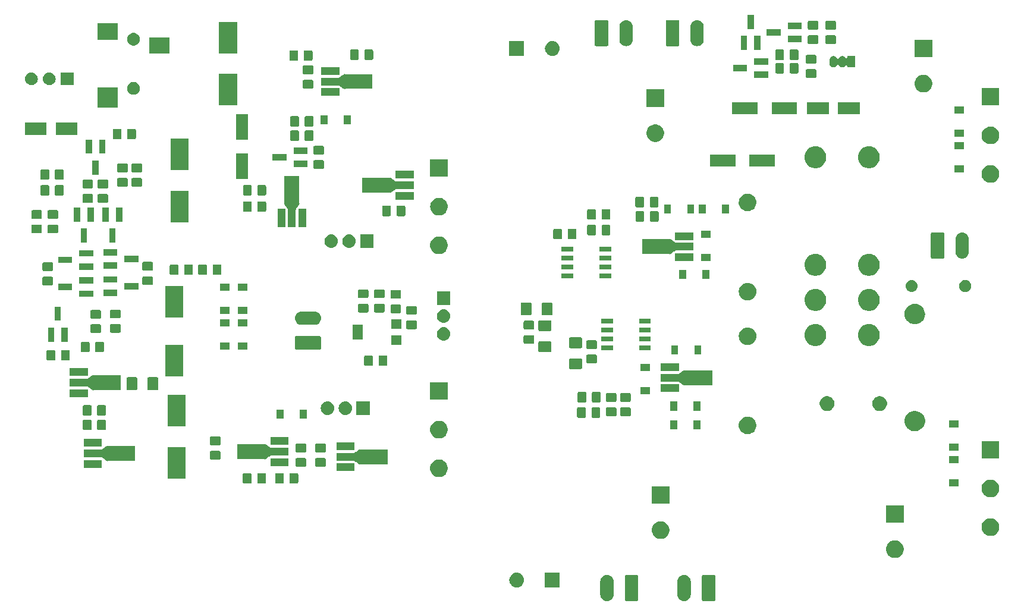
<source format=gbr>
G04 #@! TF.GenerationSoftware,KiCad,Pcbnew,(5.0.1)-4*
G04 #@! TF.CreationDate,2019-07-01T17:08:37-03:00*
G04 #@! TF.ProjectId,pcb_amplificador,7063625F616D706C6966696361646F72,rev?*
G04 #@! TF.SameCoordinates,Original*
G04 #@! TF.FileFunction,Soldermask,Top*
G04 #@! TF.FilePolarity,Negative*
%FSLAX46Y46*%
G04 Gerber Fmt 4.6, Leading zero omitted, Abs format (unit mm)*
G04 Created by KiCad (PCBNEW (5.0.1)-4) date 01/07/2019 17:08:37*
%MOMM*%
%LPD*%
G01*
G04 APERTURE LIST*
%ADD10C,0.100000*%
G04 APERTURE END LIST*
D10*
G36*
X114882785Y-134162760D02*
X114882788Y-134162761D01*
X114882789Y-134162761D01*
X115062053Y-134217140D01*
X115062055Y-134217141D01*
X115227265Y-134305448D01*
X115372072Y-134424288D01*
X115490912Y-134569095D01*
X115579219Y-134734305D01*
X115633600Y-134913575D01*
X115647360Y-135053282D01*
X115647360Y-136946718D01*
X115633600Y-137086425D01*
X115579219Y-137265695D01*
X115490912Y-137430905D01*
X115372072Y-137575712D01*
X115227264Y-137694554D01*
X115062057Y-137782858D01*
X115062054Y-137782859D01*
X115062052Y-137782860D01*
X114882788Y-137837239D01*
X114882787Y-137837239D01*
X114882784Y-137837240D01*
X114696360Y-137855601D01*
X114509935Y-137837240D01*
X114509932Y-137837239D01*
X114509931Y-137837239D01*
X114330667Y-137782860D01*
X114238503Y-137733597D01*
X114165455Y-137694552D01*
X114020648Y-137575712D01*
X113901806Y-137430904D01*
X113813502Y-137265697D01*
X113759122Y-137086429D01*
X113759121Y-137086428D01*
X113759121Y-137086427D01*
X113759120Y-137086424D01*
X113745360Y-136946717D01*
X113745360Y-135053283D01*
X113759121Y-134913575D01*
X113813502Y-134734305D01*
X113901809Y-134569095D01*
X114020649Y-134424288D01*
X114165456Y-134305448D01*
X114330666Y-134217141D01*
X114330668Y-134217140D01*
X114509932Y-134162761D01*
X114509933Y-134162761D01*
X114509936Y-134162760D01*
X114696360Y-134144399D01*
X114882785Y-134162760D01*
X114882785Y-134162760D01*
G37*
G36*
X125870825Y-134162760D02*
X125870828Y-134162761D01*
X125870829Y-134162761D01*
X126050093Y-134217140D01*
X126050095Y-134217141D01*
X126215305Y-134305448D01*
X126360112Y-134424288D01*
X126478952Y-134569095D01*
X126567259Y-134734305D01*
X126621640Y-134913575D01*
X126635400Y-135053282D01*
X126635400Y-136946718D01*
X126621640Y-137086425D01*
X126567259Y-137265695D01*
X126478952Y-137430905D01*
X126360112Y-137575712D01*
X126215304Y-137694554D01*
X126050097Y-137782858D01*
X126050094Y-137782859D01*
X126050092Y-137782860D01*
X125870828Y-137837239D01*
X125870827Y-137837239D01*
X125870824Y-137837240D01*
X125684400Y-137855601D01*
X125497975Y-137837240D01*
X125497972Y-137837239D01*
X125497971Y-137837239D01*
X125318707Y-137782860D01*
X125226543Y-137733597D01*
X125153495Y-137694552D01*
X125008688Y-137575712D01*
X124889846Y-137430904D01*
X124801542Y-137265697D01*
X124747162Y-137086429D01*
X124747161Y-137086428D01*
X124747161Y-137086427D01*
X124747160Y-137086424D01*
X124733400Y-136946717D01*
X124733400Y-135053283D01*
X124747161Y-134913575D01*
X124801542Y-134734305D01*
X124889849Y-134569095D01*
X125008689Y-134424288D01*
X125153496Y-134305448D01*
X125318706Y-134217141D01*
X125318708Y-134217140D01*
X125497972Y-134162761D01*
X125497973Y-134162761D01*
X125497976Y-134162760D01*
X125684400Y-134144399D01*
X125870825Y-134162760D01*
X125870825Y-134162760D01*
G37*
G36*
X129995318Y-134152934D02*
X130027824Y-134162795D01*
X130057783Y-134178808D01*
X130084041Y-134200359D01*
X130105592Y-134226617D01*
X130121605Y-134256576D01*
X130131466Y-134289082D01*
X130135400Y-134329029D01*
X130135400Y-137670971D01*
X130131466Y-137710918D01*
X130121605Y-137743424D01*
X130105592Y-137773383D01*
X130084041Y-137799641D01*
X130057783Y-137821192D01*
X130027824Y-137837205D01*
X129995318Y-137847066D01*
X129955371Y-137851000D01*
X128413429Y-137851000D01*
X128373482Y-137847066D01*
X128340976Y-137837205D01*
X128311017Y-137821192D01*
X128284759Y-137799641D01*
X128263208Y-137773383D01*
X128247195Y-137743424D01*
X128237334Y-137710918D01*
X128233400Y-137670971D01*
X128233400Y-134329029D01*
X128237334Y-134289082D01*
X128247195Y-134256576D01*
X128263208Y-134226617D01*
X128284759Y-134200359D01*
X128311017Y-134178808D01*
X128340976Y-134162795D01*
X128373482Y-134152934D01*
X128413429Y-134149000D01*
X129955371Y-134149000D01*
X129995318Y-134152934D01*
X129995318Y-134152934D01*
G37*
G36*
X119007278Y-134152934D02*
X119039784Y-134162795D01*
X119069743Y-134178808D01*
X119096001Y-134200359D01*
X119117552Y-134226617D01*
X119133565Y-134256576D01*
X119143426Y-134289082D01*
X119147360Y-134329029D01*
X119147360Y-137670971D01*
X119143426Y-137710918D01*
X119133565Y-137743424D01*
X119117552Y-137773383D01*
X119096001Y-137799641D01*
X119069743Y-137821192D01*
X119039784Y-137837205D01*
X119007278Y-137847066D01*
X118967331Y-137851000D01*
X117425389Y-137851000D01*
X117385442Y-137847066D01*
X117352936Y-137837205D01*
X117322977Y-137821192D01*
X117296719Y-137799641D01*
X117275168Y-137773383D01*
X117259155Y-137743424D01*
X117249294Y-137710918D01*
X117245360Y-137670971D01*
X117245360Y-134329029D01*
X117249294Y-134289082D01*
X117259155Y-134256576D01*
X117275168Y-134226617D01*
X117296719Y-134200359D01*
X117322977Y-134178808D01*
X117352936Y-134162795D01*
X117385442Y-134152934D01*
X117425389Y-134149000D01*
X118967331Y-134149000D01*
X119007278Y-134152934D01*
X119007278Y-134152934D01*
G37*
G36*
X101936510Y-133826041D02*
X102060032Y-133838207D01*
X102258146Y-133898305D01*
X102440729Y-133995897D01*
X102600765Y-134127235D01*
X102732103Y-134287271D01*
X102829695Y-134469854D01*
X102889793Y-134667968D01*
X102910085Y-134874000D01*
X102889793Y-135080032D01*
X102829695Y-135278146D01*
X102732103Y-135460729D01*
X102600765Y-135620765D01*
X102440729Y-135752103D01*
X102258146Y-135849695D01*
X102060032Y-135909793D01*
X101936510Y-135921959D01*
X101905631Y-135925000D01*
X101802369Y-135925000D01*
X101771490Y-135921959D01*
X101647968Y-135909793D01*
X101449854Y-135849695D01*
X101267271Y-135752103D01*
X101107235Y-135620765D01*
X100975897Y-135460729D01*
X100878305Y-135278146D01*
X100818207Y-135080032D01*
X100797915Y-134874000D01*
X100818207Y-134667968D01*
X100878305Y-134469854D01*
X100975897Y-134287271D01*
X101107235Y-134127235D01*
X101267271Y-133995897D01*
X101449854Y-133898305D01*
X101647968Y-133838207D01*
X101771490Y-133826041D01*
X101802369Y-133823000D01*
X101905631Y-133823000D01*
X101936510Y-133826041D01*
X101936510Y-133826041D01*
G37*
G36*
X107985000Y-135925000D02*
X105883000Y-135925000D01*
X105883000Y-133823000D01*
X107985000Y-133823000D01*
X107985000Y-135925000D01*
X107985000Y-135925000D01*
G37*
G36*
X155885636Y-129237019D02*
X156066903Y-129273075D01*
X156294571Y-129367378D01*
X156498542Y-129503668D01*
X156499469Y-129504287D01*
X156673713Y-129678531D01*
X156673715Y-129678534D01*
X156810622Y-129883429D01*
X156904925Y-130111097D01*
X156953000Y-130352787D01*
X156953000Y-130599213D01*
X156904925Y-130840903D01*
X156810622Y-131068571D01*
X156674332Y-131272542D01*
X156673713Y-131273469D01*
X156499469Y-131447713D01*
X156499466Y-131447715D01*
X156294571Y-131584622D01*
X156066903Y-131678925D01*
X155885636Y-131714981D01*
X155825214Y-131727000D01*
X155578786Y-131727000D01*
X155518364Y-131714981D01*
X155337097Y-131678925D01*
X155109429Y-131584622D01*
X154904534Y-131447715D01*
X154904531Y-131447713D01*
X154730287Y-131273469D01*
X154729668Y-131272542D01*
X154593378Y-131068571D01*
X154499075Y-130840903D01*
X154451000Y-130599213D01*
X154451000Y-130352787D01*
X154499075Y-130111097D01*
X154593378Y-129883429D01*
X154730285Y-129678534D01*
X154730287Y-129678531D01*
X154904531Y-129504287D01*
X154905458Y-129503668D01*
X155109429Y-129367378D01*
X155337097Y-129273075D01*
X155518364Y-129237019D01*
X155578786Y-129225000D01*
X155825214Y-129225000D01*
X155885636Y-129237019D01*
X155885636Y-129237019D01*
G37*
G36*
X122530356Y-126514139D02*
X122711623Y-126550195D01*
X122939291Y-126644498D01*
X123143262Y-126780788D01*
X123144189Y-126781407D01*
X123318433Y-126955651D01*
X123318435Y-126955654D01*
X123455342Y-127160549D01*
X123549645Y-127388217D01*
X123597720Y-127629907D01*
X123597720Y-127876333D01*
X123549645Y-128118023D01*
X123455342Y-128345691D01*
X123328899Y-128534925D01*
X123318433Y-128550589D01*
X123144189Y-128724833D01*
X123144186Y-128724835D01*
X122939291Y-128861742D01*
X122711623Y-128956045D01*
X122530356Y-128992101D01*
X122469934Y-129004120D01*
X122223506Y-129004120D01*
X122163084Y-128992101D01*
X121981817Y-128956045D01*
X121754149Y-128861742D01*
X121549254Y-128724835D01*
X121549251Y-128724833D01*
X121375007Y-128550589D01*
X121364541Y-128534925D01*
X121238098Y-128345691D01*
X121143795Y-128118023D01*
X121095720Y-127876333D01*
X121095720Y-127629907D01*
X121143795Y-127388217D01*
X121238098Y-127160549D01*
X121375005Y-126955654D01*
X121375007Y-126955651D01*
X121549251Y-126781407D01*
X121550178Y-126780788D01*
X121754149Y-126644498D01*
X121981817Y-126550195D01*
X122163084Y-126514139D01*
X122223506Y-126502120D01*
X122469934Y-126502120D01*
X122530356Y-126514139D01*
X122530356Y-126514139D01*
G37*
G36*
X169487636Y-126093019D02*
X169668903Y-126129075D01*
X169896571Y-126223378D01*
X170100542Y-126359668D01*
X170101469Y-126360287D01*
X170275713Y-126534531D01*
X170275715Y-126534534D01*
X170412622Y-126739429D01*
X170506925Y-126967097D01*
X170555000Y-127208787D01*
X170555000Y-127455213D01*
X170506925Y-127696903D01*
X170412622Y-127924571D01*
X170283363Y-128118020D01*
X170275713Y-128129469D01*
X170101469Y-128303713D01*
X170101466Y-128303715D01*
X169896571Y-128440622D01*
X169668903Y-128534925D01*
X169487636Y-128570981D01*
X169427214Y-128583000D01*
X169180786Y-128583000D01*
X169120364Y-128570981D01*
X168939097Y-128534925D01*
X168711429Y-128440622D01*
X168506534Y-128303715D01*
X168506531Y-128303713D01*
X168332287Y-128129469D01*
X168324637Y-128118020D01*
X168195378Y-127924571D01*
X168101075Y-127696903D01*
X168053000Y-127455213D01*
X168053000Y-127208787D01*
X168101075Y-126967097D01*
X168195378Y-126739429D01*
X168332285Y-126534534D01*
X168332287Y-126534531D01*
X168506531Y-126360287D01*
X168507458Y-126359668D01*
X168711429Y-126223378D01*
X168939097Y-126129075D01*
X169120364Y-126093019D01*
X169180786Y-126081000D01*
X169427214Y-126081000D01*
X169487636Y-126093019D01*
X169487636Y-126093019D01*
G37*
G36*
X156953000Y-126727000D02*
X154451000Y-126727000D01*
X154451000Y-124225000D01*
X156953000Y-124225000D01*
X156953000Y-126727000D01*
X156953000Y-126727000D01*
G37*
G36*
X123597720Y-124004120D02*
X121095720Y-124004120D01*
X121095720Y-121502120D01*
X123597720Y-121502120D01*
X123597720Y-124004120D01*
X123597720Y-124004120D01*
G37*
G36*
X169487636Y-120593019D02*
X169668903Y-120629075D01*
X169896571Y-120723378D01*
X170100542Y-120859668D01*
X170101469Y-120860287D01*
X170275713Y-121034531D01*
X170275715Y-121034534D01*
X170412622Y-121239429D01*
X170506925Y-121467097D01*
X170555000Y-121708787D01*
X170555000Y-121955213D01*
X170506925Y-122196903D01*
X170412622Y-122424571D01*
X170276332Y-122628542D01*
X170275713Y-122629469D01*
X170101469Y-122803713D01*
X170101466Y-122803715D01*
X169896571Y-122940622D01*
X169668903Y-123034925D01*
X169487636Y-123070981D01*
X169427214Y-123083000D01*
X169180786Y-123083000D01*
X169120364Y-123070981D01*
X168939097Y-123034925D01*
X168711429Y-122940622D01*
X168506534Y-122803715D01*
X168506531Y-122803713D01*
X168332287Y-122629469D01*
X168331668Y-122628542D01*
X168195378Y-122424571D01*
X168101075Y-122196903D01*
X168053000Y-121955213D01*
X168053000Y-121708787D01*
X168101075Y-121467097D01*
X168195378Y-121239429D01*
X168332285Y-121034534D01*
X168332287Y-121034531D01*
X168506531Y-120860287D01*
X168507458Y-120859668D01*
X168711429Y-120723378D01*
X168939097Y-120629075D01*
X169120364Y-120593019D01*
X169180786Y-120581000D01*
X169427214Y-120581000D01*
X169487636Y-120593019D01*
X169487636Y-120593019D01*
G37*
G36*
X164735000Y-121531000D02*
X163433000Y-121531000D01*
X163433000Y-120529000D01*
X164735000Y-120529000D01*
X164735000Y-121531000D01*
X164735000Y-121531000D01*
G37*
G36*
X70585677Y-119649465D02*
X70623364Y-119660898D01*
X70658103Y-119679466D01*
X70688548Y-119704452D01*
X70713534Y-119734897D01*
X70732102Y-119769636D01*
X70743535Y-119807323D01*
X70748000Y-119852661D01*
X70748000Y-120939339D01*
X70743535Y-120984677D01*
X70732102Y-121022364D01*
X70713534Y-121057103D01*
X70688548Y-121087548D01*
X70658103Y-121112534D01*
X70623364Y-121131102D01*
X70585677Y-121142535D01*
X70540339Y-121147000D01*
X69703661Y-121147000D01*
X69658323Y-121142535D01*
X69620636Y-121131102D01*
X69585897Y-121112534D01*
X69555452Y-121087548D01*
X69530466Y-121057103D01*
X69511898Y-121022364D01*
X69500465Y-120984677D01*
X69496000Y-120939339D01*
X69496000Y-119852661D01*
X69500465Y-119807323D01*
X69511898Y-119769636D01*
X69530466Y-119734897D01*
X69555452Y-119704452D01*
X69585897Y-119679466D01*
X69620636Y-119660898D01*
X69658323Y-119649465D01*
X69703661Y-119645000D01*
X70540339Y-119645000D01*
X70585677Y-119649465D01*
X70585677Y-119649465D01*
G37*
G36*
X68535677Y-119649465D02*
X68573364Y-119660898D01*
X68608103Y-119679466D01*
X68638548Y-119704452D01*
X68663534Y-119734897D01*
X68682102Y-119769636D01*
X68693535Y-119807323D01*
X68698000Y-119852661D01*
X68698000Y-120939339D01*
X68693535Y-120984677D01*
X68682102Y-121022364D01*
X68663534Y-121057103D01*
X68638548Y-121087548D01*
X68608103Y-121112534D01*
X68573364Y-121131102D01*
X68535677Y-121142535D01*
X68490339Y-121147000D01*
X67653661Y-121147000D01*
X67608323Y-121142535D01*
X67570636Y-121131102D01*
X67535897Y-121112534D01*
X67505452Y-121087548D01*
X67480466Y-121057103D01*
X67461898Y-121022364D01*
X67450465Y-120984677D01*
X67446000Y-120939339D01*
X67446000Y-119852661D01*
X67450465Y-119807323D01*
X67461898Y-119769636D01*
X67480466Y-119734897D01*
X67505452Y-119704452D01*
X67535897Y-119679466D01*
X67570636Y-119660898D01*
X67608323Y-119649465D01*
X67653661Y-119645000D01*
X68490339Y-119645000D01*
X68535677Y-119649465D01*
X68535677Y-119649465D01*
G37*
G36*
X63945677Y-119649465D02*
X63983364Y-119660898D01*
X64018103Y-119679466D01*
X64048548Y-119704452D01*
X64073534Y-119734897D01*
X64092102Y-119769636D01*
X64103535Y-119807323D01*
X64108000Y-119852661D01*
X64108000Y-120939339D01*
X64103535Y-120984677D01*
X64092102Y-121022364D01*
X64073534Y-121057103D01*
X64048548Y-121087548D01*
X64018103Y-121112534D01*
X63983364Y-121131102D01*
X63945677Y-121142535D01*
X63900339Y-121147000D01*
X63063661Y-121147000D01*
X63018323Y-121142535D01*
X62980636Y-121131102D01*
X62945897Y-121112534D01*
X62915452Y-121087548D01*
X62890466Y-121057103D01*
X62871898Y-121022364D01*
X62860465Y-120984677D01*
X62856000Y-120939339D01*
X62856000Y-119852661D01*
X62860465Y-119807323D01*
X62871898Y-119769636D01*
X62890466Y-119734897D01*
X62915452Y-119704452D01*
X62945897Y-119679466D01*
X62980636Y-119660898D01*
X63018323Y-119649465D01*
X63063661Y-119645000D01*
X63900339Y-119645000D01*
X63945677Y-119649465D01*
X63945677Y-119649465D01*
G37*
G36*
X65995677Y-119649465D02*
X66033364Y-119660898D01*
X66068103Y-119679466D01*
X66098548Y-119704452D01*
X66123534Y-119734897D01*
X66142102Y-119769636D01*
X66153535Y-119807323D01*
X66158000Y-119852661D01*
X66158000Y-120939339D01*
X66153535Y-120984677D01*
X66142102Y-121022364D01*
X66123534Y-121057103D01*
X66098548Y-121087548D01*
X66068103Y-121112534D01*
X66033364Y-121131102D01*
X65995677Y-121142535D01*
X65950339Y-121147000D01*
X65113661Y-121147000D01*
X65068323Y-121142535D01*
X65030636Y-121131102D01*
X64995897Y-121112534D01*
X64965452Y-121087548D01*
X64940466Y-121057103D01*
X64921898Y-121022364D01*
X64910465Y-120984677D01*
X64906000Y-120939339D01*
X64906000Y-119852661D01*
X64910465Y-119807323D01*
X64921898Y-119769636D01*
X64940466Y-119734897D01*
X64965452Y-119704452D01*
X64995897Y-119679466D01*
X65030636Y-119660898D01*
X65068323Y-119649465D01*
X65113661Y-119645000D01*
X65950339Y-119645000D01*
X65995677Y-119649465D01*
X65995677Y-119649465D01*
G37*
G36*
X54732440Y-120413560D02*
X52130440Y-120413560D01*
X52130440Y-115911560D01*
X54732440Y-115911560D01*
X54732440Y-120413560D01*
X54732440Y-120413560D01*
G37*
G36*
X90962177Y-117708282D02*
X91157203Y-117747075D01*
X91384871Y-117841378D01*
X91553681Y-117954174D01*
X91589769Y-117978287D01*
X91764013Y-118152531D01*
X91764015Y-118152534D01*
X91900922Y-118357429D01*
X91995225Y-118585097D01*
X92043300Y-118826787D01*
X92043300Y-119073213D01*
X91995225Y-119314903D01*
X91900922Y-119542571D01*
X91829497Y-119649465D01*
X91764013Y-119747469D01*
X91589769Y-119921713D01*
X91589766Y-119921715D01*
X91384871Y-120058622D01*
X91157203Y-120152925D01*
X90975936Y-120188981D01*
X90915514Y-120201000D01*
X90669086Y-120201000D01*
X90608664Y-120188981D01*
X90427397Y-120152925D01*
X90199729Y-120058622D01*
X89994834Y-119921715D01*
X89994831Y-119921713D01*
X89820587Y-119747469D01*
X89755103Y-119649465D01*
X89683678Y-119542571D01*
X89589375Y-119314903D01*
X89541300Y-119073213D01*
X89541300Y-118826787D01*
X89589375Y-118585097D01*
X89683678Y-118357429D01*
X89820585Y-118152534D01*
X89820587Y-118152531D01*
X89994831Y-117978287D01*
X90030919Y-117954174D01*
X90199729Y-117841378D01*
X90427397Y-117747075D01*
X90622423Y-117708282D01*
X90669086Y-117699000D01*
X90915514Y-117699000D01*
X90962177Y-117708282D01*
X90962177Y-117708282D01*
G37*
G36*
X78771000Y-119375000D02*
X76169000Y-119375000D01*
X76169000Y-118273000D01*
X78771000Y-118273000D01*
X78771000Y-119375000D01*
X78771000Y-119375000D01*
G37*
G36*
X42807000Y-118898620D02*
X40205000Y-118898620D01*
X40205000Y-117796620D01*
X42807000Y-117796620D01*
X42807000Y-118898620D01*
X42807000Y-118898620D01*
G37*
G36*
X74502677Y-117497465D02*
X74540364Y-117508898D01*
X74575103Y-117527466D01*
X74605548Y-117552452D01*
X74630534Y-117582897D01*
X74649102Y-117617636D01*
X74660535Y-117655323D01*
X74665000Y-117700661D01*
X74665000Y-118537339D01*
X74660535Y-118582677D01*
X74649102Y-118620364D01*
X74630534Y-118655103D01*
X74605548Y-118685548D01*
X74575103Y-118710534D01*
X74540364Y-118729102D01*
X74502677Y-118740535D01*
X74457339Y-118745000D01*
X73370661Y-118745000D01*
X73325323Y-118740535D01*
X73287636Y-118729102D01*
X73252897Y-118710534D01*
X73222452Y-118685548D01*
X73197466Y-118655103D01*
X73178898Y-118620364D01*
X73167465Y-118582677D01*
X73163000Y-118537339D01*
X73163000Y-117700661D01*
X73167465Y-117655323D01*
X73178898Y-117617636D01*
X73197466Y-117582897D01*
X73222452Y-117552452D01*
X73252897Y-117527466D01*
X73287636Y-117508898D01*
X73325323Y-117497465D01*
X73370661Y-117493000D01*
X74457339Y-117493000D01*
X74502677Y-117497465D01*
X74502677Y-117497465D01*
G37*
G36*
X71708677Y-117497465D02*
X71746364Y-117508898D01*
X71781103Y-117527466D01*
X71811548Y-117552452D01*
X71836534Y-117582897D01*
X71855102Y-117617636D01*
X71866535Y-117655323D01*
X71871000Y-117700661D01*
X71871000Y-118537339D01*
X71866535Y-118582677D01*
X71855102Y-118620364D01*
X71836534Y-118655103D01*
X71811548Y-118685548D01*
X71781103Y-118710534D01*
X71746364Y-118729102D01*
X71708677Y-118740535D01*
X71663339Y-118745000D01*
X70576661Y-118745000D01*
X70531323Y-118740535D01*
X70493636Y-118729102D01*
X70458897Y-118710534D01*
X70428452Y-118685548D01*
X70403466Y-118655103D01*
X70384898Y-118620364D01*
X70373465Y-118582677D01*
X70369000Y-118537339D01*
X70369000Y-117700661D01*
X70373465Y-117655323D01*
X70384898Y-117617636D01*
X70403466Y-117582897D01*
X70428452Y-117552452D01*
X70458897Y-117527466D01*
X70493636Y-117508898D01*
X70531323Y-117497465D01*
X70576661Y-117493000D01*
X71663339Y-117493000D01*
X71708677Y-117497465D01*
X71708677Y-117497465D01*
G37*
G36*
X69373000Y-118637000D02*
X66771000Y-118637000D01*
X66771000Y-117535000D01*
X69373000Y-117535000D01*
X69373000Y-118637000D01*
X69373000Y-118637000D01*
G37*
G36*
X79527066Y-116217446D02*
X79542612Y-116236388D01*
X79561554Y-116251934D01*
X79583165Y-116263485D01*
X79606614Y-116270598D01*
X79631000Y-116273000D01*
X83481000Y-116273000D01*
X83481000Y-118375000D01*
X79631000Y-118375000D01*
X79606614Y-118377402D01*
X79583165Y-118384515D01*
X79561554Y-118396066D01*
X79542612Y-118411612D01*
X79527066Y-118430554D01*
X79525968Y-118432608D01*
X79471048Y-118395994D01*
X79449425Y-118384465D01*
X79425969Y-118377376D01*
X79401711Y-118375000D01*
X79375949Y-118375000D01*
X79369485Y-118353691D01*
X79357934Y-118332080D01*
X79342388Y-118313138D01*
X79323338Y-118297520D01*
X78965338Y-118058853D01*
X78953427Y-118052502D01*
X78943049Y-118043994D01*
X78721049Y-117895994D01*
X78699426Y-117884465D01*
X78675969Y-117877376D01*
X78651711Y-117875000D01*
X76169000Y-117875000D01*
X76169000Y-116773000D01*
X78651711Y-116773000D01*
X78676097Y-116770598D01*
X78699546Y-116763485D01*
X78721049Y-116752006D01*
X78943049Y-116604006D01*
X78953433Y-116595502D01*
X78965338Y-116589147D01*
X79323338Y-116350480D01*
X79342296Y-116334955D01*
X79357861Y-116316029D01*
X79369435Y-116294430D01*
X79375960Y-116273000D01*
X79401711Y-116273000D01*
X79426097Y-116270598D01*
X79449546Y-116263485D01*
X79471048Y-116252006D01*
X79525968Y-116215392D01*
X79527066Y-116217446D01*
X79527066Y-116217446D01*
G37*
G36*
X164735000Y-118231000D02*
X163433000Y-118231000D01*
X163433000Y-117229000D01*
X164735000Y-117229000D01*
X164735000Y-118231000D01*
X164735000Y-118231000D01*
G37*
G36*
X43563066Y-115741066D02*
X43578612Y-115760008D01*
X43597554Y-115775554D01*
X43619165Y-115787105D01*
X43642614Y-115794218D01*
X43667000Y-115796620D01*
X47517000Y-115796620D01*
X47517000Y-117898620D01*
X43667000Y-117898620D01*
X43642614Y-117901022D01*
X43619165Y-117908135D01*
X43597554Y-117919686D01*
X43578612Y-117935232D01*
X43563066Y-117954174D01*
X43561968Y-117956228D01*
X43507048Y-117919614D01*
X43485425Y-117908085D01*
X43461969Y-117900996D01*
X43437711Y-117898620D01*
X43411949Y-117898620D01*
X43405485Y-117877311D01*
X43393934Y-117855700D01*
X43378388Y-117836758D01*
X43359338Y-117821140D01*
X43001338Y-117582473D01*
X42989427Y-117576122D01*
X42979049Y-117567614D01*
X42757049Y-117419614D01*
X42735426Y-117408085D01*
X42711969Y-117400996D01*
X42687711Y-117398620D01*
X40205000Y-117398620D01*
X40205000Y-116296620D01*
X42687711Y-116296620D01*
X42712097Y-116294218D01*
X42735546Y-116287105D01*
X42757049Y-116275626D01*
X42979049Y-116127626D01*
X42989433Y-116119122D01*
X43001338Y-116112767D01*
X43359338Y-115874100D01*
X43378296Y-115858575D01*
X43393861Y-115839649D01*
X43405435Y-115818050D01*
X43411960Y-115796620D01*
X43437711Y-115796620D01*
X43462097Y-115794218D01*
X43485546Y-115787105D01*
X43507048Y-115775626D01*
X43561968Y-115739012D01*
X43563066Y-115741066D01*
X43563066Y-115741066D01*
G37*
G36*
X59516677Y-116481465D02*
X59554364Y-116492898D01*
X59589103Y-116511466D01*
X59619548Y-116536452D01*
X59644534Y-116566897D01*
X59663102Y-116601636D01*
X59674535Y-116639323D01*
X59679000Y-116684661D01*
X59679000Y-117521339D01*
X59674535Y-117566677D01*
X59663102Y-117604364D01*
X59644534Y-117639103D01*
X59619548Y-117669548D01*
X59589103Y-117694534D01*
X59554364Y-117713102D01*
X59516677Y-117724535D01*
X59471339Y-117729000D01*
X58384661Y-117729000D01*
X58339323Y-117724535D01*
X58301636Y-117713102D01*
X58266897Y-117694534D01*
X58236452Y-117669548D01*
X58211466Y-117639103D01*
X58192898Y-117604364D01*
X58181465Y-117566677D01*
X58177000Y-117521339D01*
X58177000Y-116684661D01*
X58181465Y-116639323D01*
X58192898Y-116601636D01*
X58211466Y-116566897D01*
X58236452Y-116536452D01*
X58266897Y-116511466D01*
X58301636Y-116492898D01*
X58339323Y-116481465D01*
X58384661Y-116477000D01*
X59471339Y-116477000D01*
X59516677Y-116481465D01*
X59516677Y-116481465D01*
G37*
G36*
X66070952Y-115514006D02*
X66092575Y-115525535D01*
X66116031Y-115532624D01*
X66140289Y-115535000D01*
X66166051Y-115535000D01*
X66172515Y-115556309D01*
X66184066Y-115577920D01*
X66199612Y-115596862D01*
X66218662Y-115612480D01*
X66576662Y-115851147D01*
X66588573Y-115857498D01*
X66598951Y-115866006D01*
X66820951Y-116014006D01*
X66842574Y-116025535D01*
X66866031Y-116032624D01*
X66890289Y-116035000D01*
X69373000Y-116035000D01*
X69373000Y-117137000D01*
X66890289Y-117137000D01*
X66865903Y-117139402D01*
X66842454Y-117146515D01*
X66820951Y-117157994D01*
X66598951Y-117305994D01*
X66588567Y-117314498D01*
X66576662Y-117320853D01*
X66218662Y-117559520D01*
X66199704Y-117575045D01*
X66184139Y-117593971D01*
X66172565Y-117615570D01*
X66166040Y-117637000D01*
X66140289Y-117637000D01*
X66115903Y-117639402D01*
X66092454Y-117646515D01*
X66070952Y-117657994D01*
X66016032Y-117694608D01*
X66014934Y-117692554D01*
X65999388Y-117673612D01*
X65980446Y-117658066D01*
X65958835Y-117646515D01*
X65935386Y-117639402D01*
X65911000Y-117637000D01*
X62061000Y-117637000D01*
X62061000Y-115535000D01*
X65911000Y-115535000D01*
X65935386Y-115532598D01*
X65958835Y-115525485D01*
X65980446Y-115513934D01*
X65999388Y-115498388D01*
X66014934Y-115479446D01*
X66016032Y-115477392D01*
X66070952Y-115514006D01*
X66070952Y-115514006D01*
G37*
G36*
X170555000Y-117583000D02*
X168053000Y-117583000D01*
X168053000Y-115081000D01*
X170555000Y-115081000D01*
X170555000Y-117583000D01*
X170555000Y-117583000D01*
G37*
G36*
X74502677Y-115447465D02*
X74540364Y-115458898D01*
X74575103Y-115477466D01*
X74605548Y-115502452D01*
X74630534Y-115532897D01*
X74649102Y-115567636D01*
X74660535Y-115605323D01*
X74665000Y-115650661D01*
X74665000Y-116487339D01*
X74660535Y-116532677D01*
X74649102Y-116570364D01*
X74630534Y-116605103D01*
X74605548Y-116635548D01*
X74575103Y-116660534D01*
X74540364Y-116679102D01*
X74502677Y-116690535D01*
X74457339Y-116695000D01*
X73370661Y-116695000D01*
X73325323Y-116690535D01*
X73287636Y-116679102D01*
X73252897Y-116660534D01*
X73222452Y-116635548D01*
X73197466Y-116605103D01*
X73178898Y-116570364D01*
X73167465Y-116532677D01*
X73163000Y-116487339D01*
X73163000Y-115650661D01*
X73167465Y-115605323D01*
X73178898Y-115567636D01*
X73197466Y-115532897D01*
X73222452Y-115502452D01*
X73252897Y-115477466D01*
X73287636Y-115458898D01*
X73325323Y-115447465D01*
X73370661Y-115443000D01*
X74457339Y-115443000D01*
X74502677Y-115447465D01*
X74502677Y-115447465D01*
G37*
G36*
X71708677Y-115447465D02*
X71746364Y-115458898D01*
X71781103Y-115477466D01*
X71811548Y-115502452D01*
X71836534Y-115532897D01*
X71855102Y-115567636D01*
X71866535Y-115605323D01*
X71871000Y-115650661D01*
X71871000Y-116487339D01*
X71866535Y-116532677D01*
X71855102Y-116570364D01*
X71836534Y-116605103D01*
X71811548Y-116635548D01*
X71781103Y-116660534D01*
X71746364Y-116679102D01*
X71708677Y-116690535D01*
X71663339Y-116695000D01*
X70576661Y-116695000D01*
X70531323Y-116690535D01*
X70493636Y-116679102D01*
X70458897Y-116660534D01*
X70428452Y-116635548D01*
X70403466Y-116605103D01*
X70384898Y-116570364D01*
X70373465Y-116532677D01*
X70369000Y-116487339D01*
X70369000Y-115650661D01*
X70373465Y-115605323D01*
X70384898Y-115567636D01*
X70403466Y-115532897D01*
X70428452Y-115502452D01*
X70458897Y-115477466D01*
X70493636Y-115458898D01*
X70531323Y-115447465D01*
X70576661Y-115443000D01*
X71663339Y-115443000D01*
X71708677Y-115447465D01*
X71708677Y-115447465D01*
G37*
G36*
X164735000Y-116451000D02*
X163433000Y-116451000D01*
X163433000Y-115449000D01*
X164735000Y-115449000D01*
X164735000Y-116451000D01*
X164735000Y-116451000D01*
G37*
G36*
X78771000Y-116375000D02*
X76169000Y-116375000D01*
X76169000Y-115273000D01*
X78771000Y-115273000D01*
X78771000Y-116375000D01*
X78771000Y-116375000D01*
G37*
G36*
X42807000Y-115898620D02*
X40205000Y-115898620D01*
X40205000Y-114796620D01*
X42807000Y-114796620D01*
X42807000Y-115898620D01*
X42807000Y-115898620D01*
G37*
G36*
X59516677Y-114431465D02*
X59554364Y-114442898D01*
X59589103Y-114461466D01*
X59619548Y-114486452D01*
X59644534Y-114516897D01*
X59663102Y-114551636D01*
X59674535Y-114589323D01*
X59679000Y-114634661D01*
X59679000Y-115471339D01*
X59674535Y-115516677D01*
X59663102Y-115554364D01*
X59644534Y-115589103D01*
X59619548Y-115619548D01*
X59589103Y-115644534D01*
X59554364Y-115663102D01*
X59516677Y-115674535D01*
X59471339Y-115679000D01*
X58384661Y-115679000D01*
X58339323Y-115674535D01*
X58301636Y-115663102D01*
X58266897Y-115644534D01*
X58236452Y-115619548D01*
X58211466Y-115589103D01*
X58192898Y-115554364D01*
X58181465Y-115516677D01*
X58177000Y-115471339D01*
X58177000Y-114634661D01*
X58181465Y-114589323D01*
X58192898Y-114551636D01*
X58211466Y-114516897D01*
X58236452Y-114486452D01*
X58266897Y-114461466D01*
X58301636Y-114442898D01*
X58339323Y-114431465D01*
X58384661Y-114427000D01*
X59471339Y-114427000D01*
X59516677Y-114431465D01*
X59516677Y-114431465D01*
G37*
G36*
X69373000Y-115637000D02*
X66771000Y-115637000D01*
X66771000Y-114535000D01*
X69373000Y-114535000D01*
X69373000Y-115637000D01*
X69373000Y-115637000D01*
G37*
G36*
X90975935Y-112211019D02*
X91157203Y-112247075D01*
X91384871Y-112341378D01*
X91588048Y-112477137D01*
X91589769Y-112478287D01*
X91764013Y-112652531D01*
X91764015Y-112652534D01*
X91900922Y-112857429D01*
X91995225Y-113085097D01*
X92043300Y-113326787D01*
X92043300Y-113573213D01*
X91995225Y-113814903D01*
X91900922Y-114042571D01*
X91764632Y-114246542D01*
X91764013Y-114247469D01*
X91589769Y-114421713D01*
X91589766Y-114421715D01*
X91384871Y-114558622D01*
X91157203Y-114652925D01*
X90975935Y-114688981D01*
X90915514Y-114701000D01*
X90669086Y-114701000D01*
X90608665Y-114688981D01*
X90427397Y-114652925D01*
X90199729Y-114558622D01*
X89994834Y-114421715D01*
X89994831Y-114421713D01*
X89820587Y-114247469D01*
X89819968Y-114246542D01*
X89683678Y-114042571D01*
X89589375Y-113814903D01*
X89541300Y-113573213D01*
X89541300Y-113326787D01*
X89589375Y-113085097D01*
X89683678Y-112857429D01*
X89820585Y-112652534D01*
X89820587Y-112652531D01*
X89994831Y-112478287D01*
X89996552Y-112477137D01*
X90199729Y-112341378D01*
X90427397Y-112247075D01*
X90608665Y-112211019D01*
X90669086Y-112199000D01*
X90915514Y-112199000D01*
X90975935Y-112211019D01*
X90975935Y-112211019D01*
G37*
G36*
X134893267Y-111600678D02*
X135086503Y-111639115D01*
X135314171Y-111733418D01*
X135518142Y-111869708D01*
X135519069Y-111870327D01*
X135693313Y-112044571D01*
X135693315Y-112044574D01*
X135830222Y-112249469D01*
X135924525Y-112477137D01*
X135972600Y-112718827D01*
X135972600Y-112965253D01*
X135924525Y-113206943D01*
X135830222Y-113434611D01*
X135737610Y-113573214D01*
X135693313Y-113639509D01*
X135519069Y-113813753D01*
X135519066Y-113813755D01*
X135314171Y-113950662D01*
X135086503Y-114044965D01*
X134905235Y-114081021D01*
X134844814Y-114093040D01*
X134598386Y-114093040D01*
X134537965Y-114081021D01*
X134356697Y-114044965D01*
X134129029Y-113950662D01*
X133924134Y-113813755D01*
X133924131Y-113813753D01*
X133749887Y-113639509D01*
X133705590Y-113573214D01*
X133612978Y-113434611D01*
X133518675Y-113206943D01*
X133470600Y-112965253D01*
X133470600Y-112718827D01*
X133518675Y-112477137D01*
X133612978Y-112249469D01*
X133749885Y-112044574D01*
X133749887Y-112044571D01*
X133924131Y-111870327D01*
X133925058Y-111869708D01*
X134129029Y-111733418D01*
X134356697Y-111639115D01*
X134549933Y-111600678D01*
X134598386Y-111591040D01*
X134844814Y-111591040D01*
X134893267Y-111600678D01*
X134893267Y-111600678D01*
G37*
G36*
X158959878Y-110842280D02*
X158959880Y-110842281D01*
X158959881Y-110842281D01*
X159223946Y-110951660D01*
X159223947Y-110951661D01*
X159461602Y-111110457D01*
X159663703Y-111312558D01*
X159663705Y-111312561D01*
X159822500Y-111550214D01*
X159931879Y-111814279D01*
X159931880Y-111814282D01*
X159987640Y-112094608D01*
X159987640Y-112380432D01*
X159933516Y-112652534D01*
X159931879Y-112660761D01*
X159822500Y-112924826D01*
X159822499Y-112924827D01*
X159663703Y-113162482D01*
X159461602Y-113364583D01*
X159461599Y-113364585D01*
X159223946Y-113523380D01*
X158959881Y-113632759D01*
X158959880Y-113632759D01*
X158959878Y-113632760D01*
X158679552Y-113688520D01*
X158393728Y-113688520D01*
X158113402Y-113632760D01*
X158113400Y-113632759D01*
X158113399Y-113632759D01*
X157849334Y-113523380D01*
X157611681Y-113364585D01*
X157611678Y-113364583D01*
X157409577Y-113162482D01*
X157250781Y-112924827D01*
X157250780Y-112924826D01*
X157141401Y-112660761D01*
X157139765Y-112652534D01*
X157085640Y-112380432D01*
X157085640Y-112094608D01*
X157141400Y-111814282D01*
X157141401Y-111814279D01*
X157250780Y-111550214D01*
X157409575Y-111312561D01*
X157409577Y-111312558D01*
X157611678Y-111110457D01*
X157849333Y-110951661D01*
X157849334Y-110951660D01*
X158113399Y-110842281D01*
X158113400Y-110842281D01*
X158113402Y-110842280D01*
X158393728Y-110786520D01*
X158679552Y-110786520D01*
X158959878Y-110842280D01*
X158959878Y-110842280D01*
G37*
G36*
X41162097Y-112037085D02*
X41199784Y-112048518D01*
X41234523Y-112067086D01*
X41264968Y-112092072D01*
X41289954Y-112122517D01*
X41308522Y-112157256D01*
X41319955Y-112194943D01*
X41324420Y-112240281D01*
X41324420Y-113326959D01*
X41319955Y-113372297D01*
X41308522Y-113409984D01*
X41289954Y-113444723D01*
X41264968Y-113475168D01*
X41234523Y-113500154D01*
X41199784Y-113518722D01*
X41162097Y-113530155D01*
X41116759Y-113534620D01*
X40280081Y-113534620D01*
X40234743Y-113530155D01*
X40197056Y-113518722D01*
X40162317Y-113500154D01*
X40131872Y-113475168D01*
X40106886Y-113444723D01*
X40088318Y-113409984D01*
X40076885Y-113372297D01*
X40072420Y-113326959D01*
X40072420Y-112240281D01*
X40076885Y-112194943D01*
X40088318Y-112157256D01*
X40106886Y-112122517D01*
X40131872Y-112092072D01*
X40162317Y-112067086D01*
X40197056Y-112048518D01*
X40234743Y-112037085D01*
X40280081Y-112032620D01*
X41116759Y-112032620D01*
X41162097Y-112037085D01*
X41162097Y-112037085D01*
G37*
G36*
X43212097Y-112037085D02*
X43249784Y-112048518D01*
X43284523Y-112067086D01*
X43314968Y-112092072D01*
X43339954Y-112122517D01*
X43358522Y-112157256D01*
X43369955Y-112194943D01*
X43374420Y-112240281D01*
X43374420Y-113326959D01*
X43369955Y-113372297D01*
X43358522Y-113409984D01*
X43339954Y-113444723D01*
X43314968Y-113475168D01*
X43284523Y-113500154D01*
X43249784Y-113518722D01*
X43212097Y-113530155D01*
X43166759Y-113534620D01*
X42330081Y-113534620D01*
X42284743Y-113530155D01*
X42247056Y-113518722D01*
X42212317Y-113500154D01*
X42181872Y-113475168D01*
X42156886Y-113444723D01*
X42138318Y-113409984D01*
X42126885Y-113372297D01*
X42122420Y-113326959D01*
X42122420Y-112240281D01*
X42126885Y-112194943D01*
X42138318Y-112157256D01*
X42156886Y-112122517D01*
X42181872Y-112092072D01*
X42212317Y-112067086D01*
X42247056Y-112048518D01*
X42284743Y-112037085D01*
X42330081Y-112032620D01*
X43166759Y-112032620D01*
X43212097Y-112037085D01*
X43212097Y-112037085D01*
G37*
G36*
X124722176Y-113449759D02*
X123720176Y-113449759D01*
X123720176Y-112147759D01*
X124722176Y-112147759D01*
X124722176Y-113449759D01*
X124722176Y-113449759D01*
G37*
G36*
X128022176Y-113449759D02*
X127020176Y-113449759D01*
X127020176Y-112147759D01*
X128022176Y-112147759D01*
X128022176Y-113449759D01*
X128022176Y-113449759D01*
G37*
G36*
X164735000Y-113151000D02*
X163433000Y-113151000D01*
X163433000Y-112149000D01*
X164735000Y-112149000D01*
X164735000Y-113151000D01*
X164735000Y-113151000D01*
G37*
G36*
X54732440Y-113013560D02*
X52130440Y-113013560D01*
X52130440Y-108511560D01*
X54732440Y-108511560D01*
X54732440Y-113013560D01*
X54732440Y-113013560D01*
G37*
G36*
X68701000Y-111903000D02*
X67699000Y-111903000D01*
X67699000Y-110601000D01*
X68701000Y-110601000D01*
X68701000Y-111903000D01*
X68701000Y-111903000D01*
G37*
G36*
X72001000Y-111903000D02*
X70999000Y-111903000D01*
X70999000Y-110601000D01*
X72001000Y-110601000D01*
X72001000Y-111903000D01*
X72001000Y-111903000D01*
G37*
G36*
X113589661Y-110271160D02*
X113627348Y-110282593D01*
X113662087Y-110301161D01*
X113692532Y-110326147D01*
X113717518Y-110356592D01*
X113736086Y-110391331D01*
X113747519Y-110429018D01*
X113751984Y-110474356D01*
X113751984Y-111561034D01*
X113747519Y-111606372D01*
X113736086Y-111644059D01*
X113717518Y-111678798D01*
X113692532Y-111709243D01*
X113662087Y-111734229D01*
X113627348Y-111752797D01*
X113589661Y-111764230D01*
X113544323Y-111768695D01*
X112707645Y-111768695D01*
X112662307Y-111764230D01*
X112624620Y-111752797D01*
X112589881Y-111734229D01*
X112559436Y-111709243D01*
X112534450Y-111678798D01*
X112515882Y-111644059D01*
X112504449Y-111606372D01*
X112499984Y-111561034D01*
X112499984Y-110474356D01*
X112504449Y-110429018D01*
X112515882Y-110391331D01*
X112534450Y-110356592D01*
X112559436Y-110326147D01*
X112589881Y-110301161D01*
X112624620Y-110282593D01*
X112662307Y-110271160D01*
X112707645Y-110266695D01*
X113544323Y-110266695D01*
X113589661Y-110271160D01*
X113589661Y-110271160D01*
G37*
G36*
X111539661Y-110271160D02*
X111577348Y-110282593D01*
X111612087Y-110301161D01*
X111642532Y-110326147D01*
X111667518Y-110356592D01*
X111686086Y-110391331D01*
X111697519Y-110429018D01*
X111701984Y-110474356D01*
X111701984Y-111561034D01*
X111697519Y-111606372D01*
X111686086Y-111644059D01*
X111667518Y-111678798D01*
X111642532Y-111709243D01*
X111612087Y-111734229D01*
X111577348Y-111752797D01*
X111539661Y-111764230D01*
X111494323Y-111768695D01*
X110657645Y-111768695D01*
X110612307Y-111764230D01*
X110574620Y-111752797D01*
X110539881Y-111734229D01*
X110509436Y-111709243D01*
X110484450Y-111678798D01*
X110465882Y-111644059D01*
X110454449Y-111606372D01*
X110449984Y-111561034D01*
X110449984Y-110474356D01*
X110454449Y-110429018D01*
X110465882Y-110391331D01*
X110484450Y-110356592D01*
X110509436Y-110326147D01*
X110539881Y-110301161D01*
X110574620Y-110282593D01*
X110612307Y-110271160D01*
X110657645Y-110266695D01*
X111494323Y-110266695D01*
X111539661Y-110271160D01*
X111539661Y-110271160D01*
G37*
G36*
X117922897Y-110300967D02*
X117960584Y-110312400D01*
X117995323Y-110330968D01*
X118025768Y-110355954D01*
X118050754Y-110386399D01*
X118069322Y-110421138D01*
X118080755Y-110458825D01*
X118085220Y-110504163D01*
X118085220Y-111340841D01*
X118080755Y-111386179D01*
X118069322Y-111423866D01*
X118050754Y-111458605D01*
X118025768Y-111489050D01*
X117995323Y-111514036D01*
X117960584Y-111532604D01*
X117922897Y-111544037D01*
X117877559Y-111548502D01*
X116790881Y-111548502D01*
X116745543Y-111544037D01*
X116707856Y-111532604D01*
X116673117Y-111514036D01*
X116642672Y-111489050D01*
X116617686Y-111458605D01*
X116599118Y-111423866D01*
X116587685Y-111386179D01*
X116583220Y-111340841D01*
X116583220Y-110504163D01*
X116587685Y-110458825D01*
X116599118Y-110421138D01*
X116617686Y-110386399D01*
X116642672Y-110355954D01*
X116673117Y-110330968D01*
X116707856Y-110312400D01*
X116745543Y-110300967D01*
X116790881Y-110296502D01*
X117877559Y-110296502D01*
X117922897Y-110300967D01*
X117922897Y-110300967D01*
G37*
G36*
X115890897Y-110300967D02*
X115928584Y-110312400D01*
X115963323Y-110330968D01*
X115993768Y-110355954D01*
X116018754Y-110386399D01*
X116037322Y-110421138D01*
X116048755Y-110458825D01*
X116053220Y-110504163D01*
X116053220Y-111340841D01*
X116048755Y-111386179D01*
X116037322Y-111423866D01*
X116018754Y-111458605D01*
X115993768Y-111489050D01*
X115963323Y-111514036D01*
X115928584Y-111532604D01*
X115890897Y-111544037D01*
X115845559Y-111548502D01*
X114758881Y-111548502D01*
X114713543Y-111544037D01*
X114675856Y-111532604D01*
X114641117Y-111514036D01*
X114610672Y-111489050D01*
X114585686Y-111458605D01*
X114567118Y-111423866D01*
X114555685Y-111386179D01*
X114551220Y-111340841D01*
X114551220Y-110504163D01*
X114555685Y-110458825D01*
X114567118Y-110421138D01*
X114585686Y-110386399D01*
X114610672Y-110355954D01*
X114641117Y-110330968D01*
X114675856Y-110312400D01*
X114713543Y-110300967D01*
X114758881Y-110296502D01*
X115845559Y-110296502D01*
X115890897Y-110300967D01*
X115890897Y-110300967D01*
G37*
G36*
X41162097Y-109979685D02*
X41199784Y-109991118D01*
X41234523Y-110009686D01*
X41264968Y-110034672D01*
X41289954Y-110065117D01*
X41308522Y-110099856D01*
X41319955Y-110137543D01*
X41324420Y-110182881D01*
X41324420Y-111269559D01*
X41319955Y-111314897D01*
X41308522Y-111352584D01*
X41289954Y-111387323D01*
X41264968Y-111417768D01*
X41234523Y-111442754D01*
X41199784Y-111461322D01*
X41162097Y-111472755D01*
X41116759Y-111477220D01*
X40280081Y-111477220D01*
X40234743Y-111472755D01*
X40197056Y-111461322D01*
X40162317Y-111442754D01*
X40131872Y-111417768D01*
X40106886Y-111387323D01*
X40088318Y-111352584D01*
X40076885Y-111314897D01*
X40072420Y-111269559D01*
X40072420Y-110182881D01*
X40076885Y-110137543D01*
X40088318Y-110099856D01*
X40106886Y-110065117D01*
X40131872Y-110034672D01*
X40162317Y-110009686D01*
X40197056Y-109991118D01*
X40234743Y-109979685D01*
X40280081Y-109975220D01*
X41116759Y-109975220D01*
X41162097Y-109979685D01*
X41162097Y-109979685D01*
G37*
G36*
X43212097Y-109979685D02*
X43249784Y-109991118D01*
X43284523Y-110009686D01*
X43314968Y-110034672D01*
X43339954Y-110065117D01*
X43358522Y-110099856D01*
X43369955Y-110137543D01*
X43374420Y-110182881D01*
X43374420Y-111269559D01*
X43369955Y-111314897D01*
X43358522Y-111352584D01*
X43339954Y-111387323D01*
X43314968Y-111417768D01*
X43284523Y-111442754D01*
X43249784Y-111461322D01*
X43212097Y-111472755D01*
X43166759Y-111477220D01*
X42330081Y-111477220D01*
X42284743Y-111472755D01*
X42247056Y-111461322D01*
X42212317Y-111442754D01*
X42181872Y-111417768D01*
X42156886Y-111387323D01*
X42138318Y-111352584D01*
X42126885Y-111314897D01*
X42122420Y-111269559D01*
X42122420Y-110182881D01*
X42126885Y-110137543D01*
X42138318Y-110099856D01*
X42156886Y-110065117D01*
X42181872Y-110034672D01*
X42212317Y-110009686D01*
X42247056Y-109991118D01*
X42284743Y-109979685D01*
X42330081Y-109975220D01*
X43166759Y-109975220D01*
X43212097Y-109979685D01*
X43212097Y-109979685D01*
G37*
G36*
X77641185Y-109466400D02*
X77641188Y-109466401D01*
X77641189Y-109466401D01*
X77820453Y-109520780D01*
X77820455Y-109520781D01*
X77985665Y-109609088D01*
X78130472Y-109727928D01*
X78249312Y-109872735D01*
X78337619Y-110037945D01*
X78337620Y-110037947D01*
X78391999Y-110217211D01*
X78392000Y-110217215D01*
X78410361Y-110403640D01*
X78392000Y-110590065D01*
X78391999Y-110590068D01*
X78391999Y-110590069D01*
X78345105Y-110744659D01*
X78337619Y-110769335D01*
X78249312Y-110934545D01*
X78130472Y-111079352D01*
X77985665Y-111198192D01*
X77985663Y-111198193D01*
X77820453Y-111286500D01*
X77641189Y-111340879D01*
X77641188Y-111340879D01*
X77641185Y-111340880D01*
X77501478Y-111354640D01*
X77408042Y-111354640D01*
X77268335Y-111340880D01*
X77268332Y-111340879D01*
X77268331Y-111340879D01*
X77089067Y-111286500D01*
X76923857Y-111198193D01*
X76923855Y-111198192D01*
X76779048Y-111079352D01*
X76660208Y-110934545D01*
X76571901Y-110769335D01*
X76564416Y-110744659D01*
X76517521Y-110590069D01*
X76517521Y-110590068D01*
X76517520Y-110590065D01*
X76499159Y-110403640D01*
X76517520Y-110217215D01*
X76517521Y-110217211D01*
X76571900Y-110037947D01*
X76571901Y-110037945D01*
X76660208Y-109872735D01*
X76779048Y-109727928D01*
X76923855Y-109609088D01*
X77089065Y-109520781D01*
X77089067Y-109520780D01*
X77268331Y-109466401D01*
X77268332Y-109466401D01*
X77268335Y-109466400D01*
X77408042Y-109452640D01*
X77501478Y-109452640D01*
X77641185Y-109466400D01*
X77641185Y-109466400D01*
G37*
G36*
X75101185Y-109466400D02*
X75101188Y-109466401D01*
X75101189Y-109466401D01*
X75280453Y-109520780D01*
X75280455Y-109520781D01*
X75445665Y-109609088D01*
X75590472Y-109727928D01*
X75709312Y-109872735D01*
X75797619Y-110037945D01*
X75797620Y-110037947D01*
X75851999Y-110217211D01*
X75852000Y-110217215D01*
X75870361Y-110403640D01*
X75852000Y-110590065D01*
X75851999Y-110590068D01*
X75851999Y-110590069D01*
X75805105Y-110744659D01*
X75797619Y-110769335D01*
X75709312Y-110934545D01*
X75590472Y-111079352D01*
X75445665Y-111198192D01*
X75445663Y-111198193D01*
X75280453Y-111286500D01*
X75101189Y-111340879D01*
X75101188Y-111340879D01*
X75101185Y-111340880D01*
X74961478Y-111354640D01*
X74868042Y-111354640D01*
X74728335Y-111340880D01*
X74728332Y-111340879D01*
X74728331Y-111340879D01*
X74549067Y-111286500D01*
X74383857Y-111198193D01*
X74383855Y-111198192D01*
X74239048Y-111079352D01*
X74120208Y-110934545D01*
X74031901Y-110769335D01*
X74024416Y-110744659D01*
X73977521Y-110590069D01*
X73977521Y-110590068D01*
X73977520Y-110590065D01*
X73959159Y-110403640D01*
X73977520Y-110217215D01*
X73977521Y-110217211D01*
X74031900Y-110037947D01*
X74031901Y-110037945D01*
X74120208Y-109872735D01*
X74239048Y-109727928D01*
X74383855Y-109609088D01*
X74549065Y-109520781D01*
X74549067Y-109520780D01*
X74728331Y-109466401D01*
X74728332Y-109466401D01*
X74728335Y-109466400D01*
X74868042Y-109452640D01*
X74961478Y-109452640D01*
X75101185Y-109466400D01*
X75101185Y-109466400D01*
G37*
G36*
X80945760Y-111354640D02*
X79043760Y-111354640D01*
X79043760Y-109452640D01*
X80945760Y-109452640D01*
X80945760Y-111354640D01*
X80945760Y-111354640D01*
G37*
G36*
X153836245Y-108722469D02*
X154027514Y-108801695D01*
X154199656Y-108916717D01*
X154346043Y-109063104D01*
X154461065Y-109235246D01*
X154540291Y-109426515D01*
X154580680Y-109629564D01*
X154580680Y-109836596D01*
X154540291Y-110039645D01*
X154461065Y-110230914D01*
X154346043Y-110403056D01*
X154199656Y-110549443D01*
X154027514Y-110664465D01*
X153836245Y-110743691D01*
X153633196Y-110784080D01*
X153426164Y-110784080D01*
X153223115Y-110743691D01*
X153031846Y-110664465D01*
X152859704Y-110549443D01*
X152713317Y-110403056D01*
X152598295Y-110230914D01*
X152519069Y-110039645D01*
X152478680Y-109836596D01*
X152478680Y-109629564D01*
X152519069Y-109426515D01*
X152598295Y-109235246D01*
X152713317Y-109063104D01*
X152859704Y-108916717D01*
X153031846Y-108801695D01*
X153223115Y-108722469D01*
X153426164Y-108682080D01*
X153633196Y-108682080D01*
X153836245Y-108722469D01*
X153836245Y-108722469D01*
G37*
G36*
X146336245Y-108722469D02*
X146527514Y-108801695D01*
X146699656Y-108916717D01*
X146846043Y-109063104D01*
X146961065Y-109235246D01*
X147040291Y-109426515D01*
X147080680Y-109629564D01*
X147080680Y-109836596D01*
X147040291Y-110039645D01*
X146961065Y-110230914D01*
X146846043Y-110403056D01*
X146699656Y-110549443D01*
X146527514Y-110664465D01*
X146336245Y-110743691D01*
X146133196Y-110784080D01*
X145926164Y-110784080D01*
X145723115Y-110743691D01*
X145531846Y-110664465D01*
X145359704Y-110549443D01*
X145213317Y-110403056D01*
X145098295Y-110230914D01*
X145019069Y-110039645D01*
X144978680Y-109836596D01*
X144978680Y-109629564D01*
X145019069Y-109426515D01*
X145098295Y-109235246D01*
X145213317Y-109063104D01*
X145359704Y-108916717D01*
X145531846Y-108801695D01*
X145723115Y-108722469D01*
X145926164Y-108682080D01*
X146133196Y-108682080D01*
X146336245Y-108722469D01*
X146336245Y-108722469D01*
G37*
G36*
X124696776Y-110744659D02*
X123694776Y-110744659D01*
X123694776Y-109442659D01*
X124696776Y-109442659D01*
X124696776Y-110744659D01*
X124696776Y-110744659D01*
G37*
G36*
X127996776Y-110744659D02*
X126994776Y-110744659D01*
X126994776Y-109442659D01*
X127996776Y-109442659D01*
X127996776Y-110744659D01*
X127996776Y-110744659D01*
G37*
G36*
X113656861Y-108086760D02*
X113694548Y-108098193D01*
X113729287Y-108116761D01*
X113759732Y-108141747D01*
X113784718Y-108172192D01*
X113803286Y-108206931D01*
X113814719Y-108244618D01*
X113819184Y-108289956D01*
X113819184Y-109376634D01*
X113814719Y-109421972D01*
X113803286Y-109459659D01*
X113784718Y-109494398D01*
X113759732Y-109524843D01*
X113729287Y-109549829D01*
X113694548Y-109568397D01*
X113656861Y-109579830D01*
X113611523Y-109584295D01*
X112774845Y-109584295D01*
X112729507Y-109579830D01*
X112691820Y-109568397D01*
X112657081Y-109549829D01*
X112626636Y-109524843D01*
X112601650Y-109494398D01*
X112583082Y-109459659D01*
X112571649Y-109421972D01*
X112567184Y-109376634D01*
X112567184Y-108289956D01*
X112571649Y-108244618D01*
X112583082Y-108206931D01*
X112601650Y-108172192D01*
X112626636Y-108141747D01*
X112657081Y-108116761D01*
X112691820Y-108098193D01*
X112729507Y-108086760D01*
X112774845Y-108082295D01*
X113611523Y-108082295D01*
X113656861Y-108086760D01*
X113656861Y-108086760D01*
G37*
G36*
X111606861Y-108086760D02*
X111644548Y-108098193D01*
X111679287Y-108116761D01*
X111709732Y-108141747D01*
X111734718Y-108172192D01*
X111753286Y-108206931D01*
X111764719Y-108244618D01*
X111769184Y-108289956D01*
X111769184Y-109376634D01*
X111764719Y-109421972D01*
X111753286Y-109459659D01*
X111734718Y-109494398D01*
X111709732Y-109524843D01*
X111679287Y-109549829D01*
X111644548Y-109568397D01*
X111606861Y-109579830D01*
X111561523Y-109584295D01*
X110724845Y-109584295D01*
X110679507Y-109579830D01*
X110641820Y-109568397D01*
X110607081Y-109549829D01*
X110576636Y-109524843D01*
X110551650Y-109494398D01*
X110533082Y-109459659D01*
X110521649Y-109421972D01*
X110517184Y-109376634D01*
X110517184Y-108289956D01*
X110521649Y-108244618D01*
X110533082Y-108206931D01*
X110551650Y-108172192D01*
X110576636Y-108141747D01*
X110607081Y-108116761D01*
X110641820Y-108098193D01*
X110679507Y-108086760D01*
X110724845Y-108082295D01*
X111561523Y-108082295D01*
X111606861Y-108086760D01*
X111606861Y-108086760D01*
G37*
G36*
X117922897Y-108250967D02*
X117960584Y-108262400D01*
X117995323Y-108280968D01*
X118025768Y-108305954D01*
X118050754Y-108336399D01*
X118069322Y-108371138D01*
X118080755Y-108408825D01*
X118085220Y-108454163D01*
X118085220Y-109290841D01*
X118080755Y-109336179D01*
X118069322Y-109373866D01*
X118050754Y-109408605D01*
X118025768Y-109439050D01*
X117995323Y-109464036D01*
X117960584Y-109482604D01*
X117922897Y-109494037D01*
X117877559Y-109498502D01*
X116790881Y-109498502D01*
X116745543Y-109494037D01*
X116707856Y-109482604D01*
X116673117Y-109464036D01*
X116642672Y-109439050D01*
X116617686Y-109408605D01*
X116599118Y-109373866D01*
X116587685Y-109336179D01*
X116583220Y-109290841D01*
X116583220Y-108454163D01*
X116587685Y-108408825D01*
X116599118Y-108371138D01*
X116617686Y-108336399D01*
X116642672Y-108305954D01*
X116673117Y-108280968D01*
X116707856Y-108262400D01*
X116745543Y-108250967D01*
X116790881Y-108246502D01*
X117877559Y-108246502D01*
X117922897Y-108250967D01*
X117922897Y-108250967D01*
G37*
G36*
X115890897Y-108250967D02*
X115928584Y-108262400D01*
X115963323Y-108280968D01*
X115993768Y-108305954D01*
X116018754Y-108336399D01*
X116037322Y-108371138D01*
X116048755Y-108408825D01*
X116053220Y-108454163D01*
X116053220Y-109290841D01*
X116048755Y-109336179D01*
X116037322Y-109373866D01*
X116018754Y-109408605D01*
X115993768Y-109439050D01*
X115963323Y-109464036D01*
X115928584Y-109482604D01*
X115890897Y-109494037D01*
X115845559Y-109498502D01*
X114758881Y-109498502D01*
X114713543Y-109494037D01*
X114675856Y-109482604D01*
X114641117Y-109464036D01*
X114610672Y-109439050D01*
X114585686Y-109408605D01*
X114567118Y-109373866D01*
X114555685Y-109336179D01*
X114551220Y-109290841D01*
X114551220Y-108454163D01*
X114555685Y-108408825D01*
X114567118Y-108371138D01*
X114585686Y-108336399D01*
X114610672Y-108305954D01*
X114641117Y-108280968D01*
X114675856Y-108262400D01*
X114713543Y-108250967D01*
X114758881Y-108246502D01*
X115845559Y-108246502D01*
X115890897Y-108250967D01*
X115890897Y-108250967D01*
G37*
G36*
X92043300Y-109201000D02*
X89541300Y-109201000D01*
X89541300Y-106699000D01*
X92043300Y-106699000D01*
X92043300Y-109201000D01*
X92043300Y-109201000D01*
G37*
G36*
X40806820Y-108814820D02*
X38204820Y-108814820D01*
X38204820Y-107712820D01*
X40806820Y-107712820D01*
X40806820Y-108814820D01*
X40806820Y-108814820D01*
G37*
G36*
X120793000Y-108394477D02*
X119491000Y-108394477D01*
X119491000Y-107392477D01*
X120793000Y-107392477D01*
X120793000Y-108394477D01*
X120793000Y-108394477D01*
G37*
G36*
X124972407Y-108116677D02*
X122370407Y-108116677D01*
X122370407Y-107014677D01*
X124972407Y-107014677D01*
X124972407Y-108116677D01*
X124972407Y-108116677D01*
G37*
G36*
X41562886Y-105657266D02*
X41578432Y-105676208D01*
X41597374Y-105691754D01*
X41618985Y-105703305D01*
X41642434Y-105710418D01*
X41666820Y-105712820D01*
X45516820Y-105712820D01*
X45516820Y-107814820D01*
X41666820Y-107814820D01*
X41642434Y-107817222D01*
X41618985Y-107824335D01*
X41597374Y-107835886D01*
X41578432Y-107851432D01*
X41562886Y-107870374D01*
X41561788Y-107872428D01*
X41506868Y-107835814D01*
X41485245Y-107824285D01*
X41461789Y-107817196D01*
X41437531Y-107814820D01*
X41411769Y-107814820D01*
X41405305Y-107793511D01*
X41393754Y-107771900D01*
X41378208Y-107752958D01*
X41359158Y-107737340D01*
X41001158Y-107498673D01*
X40989247Y-107492322D01*
X40978869Y-107483814D01*
X40756869Y-107335814D01*
X40735246Y-107324285D01*
X40711789Y-107317196D01*
X40687531Y-107314820D01*
X38204820Y-107314820D01*
X38204820Y-106212820D01*
X40687531Y-106212820D01*
X40711917Y-106210418D01*
X40735366Y-106203305D01*
X40756869Y-106191826D01*
X40978869Y-106043826D01*
X40989253Y-106035322D01*
X41001158Y-106028967D01*
X41359158Y-105790300D01*
X41378116Y-105774775D01*
X41393681Y-105755849D01*
X41405255Y-105734250D01*
X41411780Y-105712820D01*
X41437531Y-105712820D01*
X41461917Y-105710418D01*
X41485366Y-105703305D01*
X41506868Y-105691826D01*
X41561788Y-105655212D01*
X41562886Y-105657266D01*
X41562886Y-105657266D01*
G37*
G36*
X50653602Y-105996941D02*
X50688517Y-106007533D01*
X50720705Y-106024738D01*
X50748913Y-106047887D01*
X50772062Y-106076095D01*
X50789267Y-106108283D01*
X50799859Y-106143198D01*
X50804040Y-106185655D01*
X50804040Y-107651865D01*
X50799859Y-107694322D01*
X50789267Y-107729237D01*
X50772062Y-107761425D01*
X50748913Y-107789633D01*
X50720705Y-107812782D01*
X50688517Y-107829987D01*
X50653602Y-107840579D01*
X50611145Y-107844760D01*
X49469935Y-107844760D01*
X49427478Y-107840579D01*
X49392563Y-107829987D01*
X49360375Y-107812782D01*
X49332167Y-107789633D01*
X49309018Y-107761425D01*
X49291813Y-107729237D01*
X49281221Y-107694322D01*
X49277040Y-107651865D01*
X49277040Y-106185655D01*
X49281221Y-106143198D01*
X49291813Y-106108283D01*
X49309018Y-106076095D01*
X49332167Y-106047887D01*
X49360375Y-106024738D01*
X49392563Y-106007533D01*
X49427478Y-105996941D01*
X49469935Y-105992760D01*
X50611145Y-105992760D01*
X50653602Y-105996941D01*
X50653602Y-105996941D01*
G37*
G36*
X47678602Y-105996941D02*
X47713517Y-106007533D01*
X47745705Y-106024738D01*
X47773913Y-106047887D01*
X47797062Y-106076095D01*
X47814267Y-106108283D01*
X47824859Y-106143198D01*
X47829040Y-106185655D01*
X47829040Y-107651865D01*
X47824859Y-107694322D01*
X47814267Y-107729237D01*
X47797062Y-107761425D01*
X47773913Y-107789633D01*
X47745705Y-107812782D01*
X47713517Y-107829987D01*
X47678602Y-107840579D01*
X47636145Y-107844760D01*
X46494935Y-107844760D01*
X46452478Y-107840579D01*
X46417563Y-107829987D01*
X46385375Y-107812782D01*
X46357167Y-107789633D01*
X46334018Y-107761425D01*
X46316813Y-107729237D01*
X46306221Y-107694322D01*
X46302040Y-107651865D01*
X46302040Y-106185655D01*
X46306221Y-106143198D01*
X46316813Y-106108283D01*
X46334018Y-106076095D01*
X46357167Y-106047887D01*
X46385375Y-106024738D01*
X46417563Y-106007533D01*
X46452478Y-105996941D01*
X46494935Y-105992760D01*
X47636145Y-105992760D01*
X47678602Y-105996941D01*
X47678602Y-105996941D01*
G37*
G36*
X125728473Y-104959123D02*
X125744019Y-104978065D01*
X125762961Y-104993611D01*
X125784572Y-105005162D01*
X125808021Y-105012275D01*
X125832407Y-105014677D01*
X129682407Y-105014677D01*
X129682407Y-107116677D01*
X125832407Y-107116677D01*
X125808021Y-107119079D01*
X125784572Y-107126192D01*
X125762961Y-107137743D01*
X125744019Y-107153289D01*
X125728473Y-107172231D01*
X125727375Y-107174285D01*
X125672455Y-107137671D01*
X125650832Y-107126142D01*
X125627376Y-107119053D01*
X125603118Y-107116677D01*
X125577356Y-107116677D01*
X125570892Y-107095368D01*
X125559341Y-107073757D01*
X125543795Y-107054815D01*
X125524745Y-107039197D01*
X125166745Y-106800530D01*
X125154834Y-106794179D01*
X125144456Y-106785671D01*
X124922456Y-106637671D01*
X124900833Y-106626142D01*
X124877376Y-106619053D01*
X124853118Y-106616677D01*
X122370407Y-106616677D01*
X122370407Y-105514677D01*
X124853118Y-105514677D01*
X124877504Y-105512275D01*
X124900953Y-105505162D01*
X124922456Y-105493683D01*
X125144456Y-105345683D01*
X125154840Y-105337179D01*
X125166745Y-105330824D01*
X125524745Y-105092157D01*
X125543703Y-105076632D01*
X125559268Y-105057706D01*
X125570842Y-105036107D01*
X125577367Y-105014677D01*
X125603118Y-105014677D01*
X125627504Y-105012275D01*
X125650953Y-105005162D01*
X125672455Y-104993683D01*
X125727375Y-104957069D01*
X125728473Y-104959123D01*
X125728473Y-104959123D01*
G37*
G36*
X54387000Y-105901000D02*
X51785000Y-105901000D01*
X51785000Y-101399000D01*
X54387000Y-101399000D01*
X54387000Y-105901000D01*
X54387000Y-105901000D01*
G37*
G36*
X40806820Y-105814820D02*
X38204820Y-105814820D01*
X38204820Y-104712820D01*
X40806820Y-104712820D01*
X40806820Y-105814820D01*
X40806820Y-105814820D01*
G37*
G36*
X124972407Y-105116677D02*
X122370407Y-105116677D01*
X122370407Y-104014677D01*
X124972407Y-104014677D01*
X124972407Y-105116677D01*
X124972407Y-105116677D01*
G37*
G36*
X120793000Y-105094477D02*
X119491000Y-105094477D01*
X119491000Y-104092477D01*
X120793000Y-104092477D01*
X120793000Y-105094477D01*
X120793000Y-105094477D01*
G37*
G36*
X111011562Y-103307681D02*
X111046477Y-103318273D01*
X111078665Y-103335478D01*
X111106873Y-103358627D01*
X111130022Y-103386835D01*
X111147227Y-103419023D01*
X111157819Y-103453938D01*
X111162000Y-103496395D01*
X111162000Y-104637605D01*
X111157819Y-104680062D01*
X111147227Y-104714977D01*
X111130022Y-104747165D01*
X111106873Y-104775373D01*
X111078665Y-104798522D01*
X111046477Y-104815727D01*
X111011562Y-104826319D01*
X110969105Y-104830500D01*
X109502895Y-104830500D01*
X109460438Y-104826319D01*
X109425523Y-104815727D01*
X109393335Y-104798522D01*
X109365127Y-104775373D01*
X109341978Y-104747165D01*
X109324773Y-104714977D01*
X109314181Y-104680062D01*
X109310000Y-104637605D01*
X109310000Y-103496395D01*
X109314181Y-103453938D01*
X109324773Y-103419023D01*
X109341978Y-103386835D01*
X109365127Y-103358627D01*
X109393335Y-103335478D01*
X109425523Y-103318273D01*
X109460438Y-103307681D01*
X109502895Y-103303500D01*
X110969105Y-103303500D01*
X111011562Y-103307681D01*
X111011562Y-103307681D01*
G37*
G36*
X83276677Y-102885465D02*
X83314364Y-102896898D01*
X83349103Y-102915466D01*
X83379548Y-102940452D01*
X83404534Y-102970897D01*
X83423102Y-103005636D01*
X83434535Y-103043323D01*
X83439000Y-103088661D01*
X83439000Y-104175339D01*
X83434535Y-104220677D01*
X83423102Y-104258364D01*
X83404534Y-104293103D01*
X83379548Y-104323548D01*
X83349103Y-104348534D01*
X83314364Y-104367102D01*
X83276677Y-104378535D01*
X83231339Y-104383000D01*
X82394661Y-104383000D01*
X82349323Y-104378535D01*
X82311636Y-104367102D01*
X82276897Y-104348534D01*
X82246452Y-104323548D01*
X82221466Y-104293103D01*
X82202898Y-104258364D01*
X82191465Y-104220677D01*
X82187000Y-104175339D01*
X82187000Y-103088661D01*
X82191465Y-103043323D01*
X82202898Y-103005636D01*
X82221466Y-102970897D01*
X82246452Y-102940452D01*
X82276897Y-102915466D01*
X82311636Y-102896898D01*
X82349323Y-102885465D01*
X82394661Y-102881000D01*
X83231339Y-102881000D01*
X83276677Y-102885465D01*
X83276677Y-102885465D01*
G37*
G36*
X81226677Y-102885465D02*
X81264364Y-102896898D01*
X81299103Y-102915466D01*
X81329548Y-102940452D01*
X81354534Y-102970897D01*
X81373102Y-103005636D01*
X81384535Y-103043323D01*
X81389000Y-103088661D01*
X81389000Y-104175339D01*
X81384535Y-104220677D01*
X81373102Y-104258364D01*
X81354534Y-104293103D01*
X81329548Y-104323548D01*
X81299103Y-104348534D01*
X81264364Y-104367102D01*
X81226677Y-104378535D01*
X81181339Y-104383000D01*
X80344661Y-104383000D01*
X80299323Y-104378535D01*
X80261636Y-104367102D01*
X80226897Y-104348534D01*
X80196452Y-104323548D01*
X80171466Y-104293103D01*
X80152898Y-104258364D01*
X80141465Y-104220677D01*
X80137000Y-104175339D01*
X80137000Y-103088661D01*
X80141465Y-103043323D01*
X80152898Y-103005636D01*
X80171466Y-102970897D01*
X80196452Y-102940452D01*
X80226897Y-102915466D01*
X80261636Y-102896898D01*
X80299323Y-102885465D01*
X80344661Y-102881000D01*
X81181339Y-102881000D01*
X81226677Y-102885465D01*
X81226677Y-102885465D01*
G37*
G36*
X113110677Y-102774465D02*
X113148364Y-102785898D01*
X113183103Y-102804466D01*
X113213548Y-102829452D01*
X113238534Y-102859897D01*
X113257102Y-102894636D01*
X113268535Y-102932323D01*
X113273000Y-102977661D01*
X113273000Y-103814339D01*
X113268535Y-103859677D01*
X113257102Y-103897364D01*
X113238534Y-103932103D01*
X113213548Y-103962548D01*
X113183103Y-103987534D01*
X113148364Y-104006102D01*
X113110677Y-104017535D01*
X113065339Y-104022000D01*
X111978661Y-104022000D01*
X111933323Y-104017535D01*
X111895636Y-104006102D01*
X111860897Y-103987534D01*
X111830452Y-103962548D01*
X111805466Y-103932103D01*
X111786898Y-103897364D01*
X111775465Y-103859677D01*
X111771000Y-103814339D01*
X111771000Y-102977661D01*
X111775465Y-102932323D01*
X111786898Y-102894636D01*
X111805466Y-102859897D01*
X111830452Y-102829452D01*
X111860897Y-102804466D01*
X111895636Y-102785898D01*
X111933323Y-102774465D01*
X111978661Y-102770000D01*
X113065339Y-102770000D01*
X113110677Y-102774465D01*
X113110677Y-102774465D01*
G37*
G36*
X38055677Y-102123465D02*
X38093364Y-102134898D01*
X38128103Y-102153466D01*
X38158548Y-102178452D01*
X38183534Y-102208897D01*
X38202102Y-102243636D01*
X38213535Y-102281323D01*
X38218000Y-102326661D01*
X38218000Y-103413339D01*
X38213535Y-103458677D01*
X38202102Y-103496364D01*
X38183534Y-103531103D01*
X38158548Y-103561548D01*
X38128103Y-103586534D01*
X38093364Y-103605102D01*
X38055677Y-103616535D01*
X38010339Y-103621000D01*
X37173661Y-103621000D01*
X37128323Y-103616535D01*
X37090636Y-103605102D01*
X37055897Y-103586534D01*
X37025452Y-103561548D01*
X37000466Y-103531103D01*
X36981898Y-103496364D01*
X36970465Y-103458677D01*
X36966000Y-103413339D01*
X36966000Y-102326661D01*
X36970465Y-102281323D01*
X36981898Y-102243636D01*
X37000466Y-102208897D01*
X37025452Y-102178452D01*
X37055897Y-102153466D01*
X37090636Y-102134898D01*
X37128323Y-102123465D01*
X37173661Y-102119000D01*
X38010339Y-102119000D01*
X38055677Y-102123465D01*
X38055677Y-102123465D01*
G37*
G36*
X36005677Y-102123465D02*
X36043364Y-102134898D01*
X36078103Y-102153466D01*
X36108548Y-102178452D01*
X36133534Y-102208897D01*
X36152102Y-102243636D01*
X36163535Y-102281323D01*
X36168000Y-102326661D01*
X36168000Y-103413339D01*
X36163535Y-103458677D01*
X36152102Y-103496364D01*
X36133534Y-103531103D01*
X36108548Y-103561548D01*
X36078103Y-103586534D01*
X36043364Y-103605102D01*
X36005677Y-103616535D01*
X35960339Y-103621000D01*
X35123661Y-103621000D01*
X35078323Y-103616535D01*
X35040636Y-103605102D01*
X35005897Y-103586534D01*
X34975452Y-103561548D01*
X34950466Y-103531103D01*
X34931898Y-103496364D01*
X34920465Y-103458677D01*
X34916000Y-103413339D01*
X34916000Y-102326661D01*
X34920465Y-102281323D01*
X34931898Y-102243636D01*
X34950466Y-102208897D01*
X34975452Y-102178452D01*
X35005897Y-102153466D01*
X35040636Y-102134898D01*
X35078323Y-102123465D01*
X35123661Y-102119000D01*
X35960339Y-102119000D01*
X36005677Y-102123465D01*
X36005677Y-102123465D01*
G37*
G36*
X124845307Y-102781759D02*
X123843307Y-102781759D01*
X123843307Y-101479759D01*
X124845307Y-101479759D01*
X124845307Y-102781759D01*
X124845307Y-102781759D01*
G37*
G36*
X128145307Y-102781759D02*
X127143307Y-102781759D01*
X127143307Y-101479759D01*
X128145307Y-101479759D01*
X128145307Y-102781759D01*
X128145307Y-102781759D01*
G37*
G36*
X40876237Y-100942365D02*
X40913924Y-100953798D01*
X40948663Y-100972366D01*
X40979108Y-100997352D01*
X41004094Y-101027797D01*
X41022662Y-101062536D01*
X41034095Y-101100223D01*
X41038560Y-101145561D01*
X41038560Y-102232239D01*
X41034095Y-102277577D01*
X41022662Y-102315264D01*
X41004094Y-102350003D01*
X40979108Y-102380448D01*
X40948663Y-102405434D01*
X40913924Y-102424002D01*
X40876237Y-102435435D01*
X40830899Y-102439900D01*
X39994221Y-102439900D01*
X39948883Y-102435435D01*
X39911196Y-102424002D01*
X39876457Y-102405434D01*
X39846012Y-102380448D01*
X39821026Y-102350003D01*
X39802458Y-102315264D01*
X39791025Y-102277577D01*
X39786560Y-102232239D01*
X39786560Y-101145561D01*
X39791025Y-101100223D01*
X39802458Y-101062536D01*
X39821026Y-101027797D01*
X39846012Y-100997352D01*
X39876457Y-100972366D01*
X39911196Y-100953798D01*
X39948883Y-100942365D01*
X39994221Y-100937900D01*
X40830899Y-100937900D01*
X40876237Y-100942365D01*
X40876237Y-100942365D01*
G37*
G36*
X42926237Y-100942365D02*
X42963924Y-100953798D01*
X42998663Y-100972366D01*
X43029108Y-100997352D01*
X43054094Y-101027797D01*
X43072662Y-101062536D01*
X43084095Y-101100223D01*
X43088560Y-101145561D01*
X43088560Y-102232239D01*
X43084095Y-102277577D01*
X43072662Y-102315264D01*
X43054094Y-102350003D01*
X43029108Y-102380448D01*
X42998663Y-102405434D01*
X42963924Y-102424002D01*
X42926237Y-102435435D01*
X42880899Y-102439900D01*
X42044221Y-102439900D01*
X41998883Y-102435435D01*
X41961196Y-102424002D01*
X41926457Y-102405434D01*
X41896012Y-102380448D01*
X41871026Y-102350003D01*
X41852458Y-102315264D01*
X41841025Y-102277577D01*
X41836560Y-102232239D01*
X41836560Y-101145561D01*
X41841025Y-101100223D01*
X41852458Y-101062536D01*
X41871026Y-101027797D01*
X41896012Y-100997352D01*
X41926457Y-100972366D01*
X41961196Y-100953798D01*
X41998883Y-100942365D01*
X42044221Y-100937900D01*
X42880899Y-100937900D01*
X42926237Y-100942365D01*
X42926237Y-100942365D01*
G37*
G36*
X106647842Y-100871161D02*
X106682757Y-100881753D01*
X106714945Y-100898958D01*
X106743153Y-100922107D01*
X106766302Y-100950315D01*
X106783507Y-100982503D01*
X106794099Y-101017418D01*
X106798280Y-101059875D01*
X106798280Y-102201085D01*
X106794099Y-102243542D01*
X106783507Y-102278457D01*
X106766302Y-102310645D01*
X106743153Y-102338853D01*
X106714945Y-102362002D01*
X106682757Y-102379207D01*
X106647842Y-102389799D01*
X106605385Y-102393980D01*
X105139175Y-102393980D01*
X105096718Y-102389799D01*
X105061803Y-102379207D01*
X105029615Y-102362002D01*
X105001407Y-102338853D01*
X104978258Y-102310645D01*
X104961053Y-102278457D01*
X104950461Y-102243542D01*
X104946280Y-102201085D01*
X104946280Y-101059875D01*
X104950461Y-101017418D01*
X104961053Y-100982503D01*
X104978258Y-100950315D01*
X105001407Y-100922107D01*
X105029615Y-100898958D01*
X105061803Y-100881753D01*
X105096718Y-100871161D01*
X105139175Y-100866980D01*
X106605385Y-100866980D01*
X106647842Y-100871161D01*
X106647842Y-100871161D01*
G37*
G36*
X115539000Y-102184680D02*
X113887000Y-102184680D01*
X113887000Y-101482680D01*
X115539000Y-101482680D01*
X115539000Y-102184680D01*
X115539000Y-102184680D01*
G37*
G36*
X120939000Y-102184680D02*
X119287000Y-102184680D01*
X119287000Y-101482680D01*
X120939000Y-101482680D01*
X120939000Y-102184680D01*
X120939000Y-102184680D01*
G37*
G36*
X63489078Y-102061225D02*
X62187078Y-102061225D01*
X62187078Y-101059225D01*
X63489078Y-101059225D01*
X63489078Y-102061225D01*
X63489078Y-102061225D01*
G37*
G36*
X60949078Y-102061225D02*
X59647078Y-102061225D01*
X59647078Y-101059225D01*
X60949078Y-101059225D01*
X60949078Y-102061225D01*
X60949078Y-102061225D01*
G37*
G36*
X73846918Y-100144934D02*
X73879424Y-100154795D01*
X73909383Y-100170808D01*
X73935641Y-100192359D01*
X73957192Y-100218617D01*
X73973205Y-100248576D01*
X73983066Y-100281082D01*
X73987000Y-100321029D01*
X73987000Y-101862971D01*
X73983066Y-101902918D01*
X73973205Y-101935424D01*
X73957192Y-101965383D01*
X73935641Y-101991641D01*
X73909383Y-102013192D01*
X73879424Y-102029205D01*
X73846918Y-102039066D01*
X73806971Y-102043000D01*
X70465029Y-102043000D01*
X70425082Y-102039066D01*
X70392576Y-102029205D01*
X70362617Y-102013192D01*
X70336359Y-101991641D01*
X70314808Y-101965383D01*
X70298795Y-101935424D01*
X70288934Y-101902918D01*
X70285000Y-101862971D01*
X70285000Y-100321029D01*
X70288934Y-100281082D01*
X70298795Y-100248576D01*
X70314808Y-100218617D01*
X70336359Y-100192359D01*
X70362617Y-100170808D01*
X70392576Y-100154795D01*
X70425082Y-100144934D01*
X70465029Y-100141000D01*
X73806971Y-100141000D01*
X73846918Y-100144934D01*
X73846918Y-100144934D01*
G37*
G36*
X113110677Y-100724465D02*
X113148364Y-100735898D01*
X113183103Y-100754466D01*
X113213548Y-100779452D01*
X113238534Y-100809897D01*
X113257102Y-100844636D01*
X113268535Y-100882323D01*
X113273000Y-100927661D01*
X113273000Y-101764339D01*
X113268535Y-101809677D01*
X113257102Y-101847364D01*
X113238534Y-101882103D01*
X113213548Y-101912548D01*
X113183103Y-101937534D01*
X113148364Y-101956102D01*
X113110677Y-101967535D01*
X113065339Y-101972000D01*
X111978661Y-101972000D01*
X111933323Y-101967535D01*
X111895636Y-101956102D01*
X111860897Y-101937534D01*
X111830452Y-101912548D01*
X111805466Y-101882103D01*
X111786898Y-101847364D01*
X111775465Y-101809677D01*
X111771000Y-101764339D01*
X111771000Y-100927661D01*
X111775465Y-100882323D01*
X111786898Y-100844636D01*
X111805466Y-100809897D01*
X111830452Y-100779452D01*
X111860897Y-100754466D01*
X111895636Y-100735898D01*
X111933323Y-100724465D01*
X111978661Y-100720000D01*
X113065339Y-100720000D01*
X113110677Y-100724465D01*
X113110677Y-100724465D01*
G37*
G36*
X111011562Y-100332681D02*
X111046477Y-100343273D01*
X111078665Y-100360478D01*
X111106873Y-100383627D01*
X111130022Y-100411835D01*
X111147227Y-100444023D01*
X111157819Y-100478938D01*
X111162000Y-100521395D01*
X111162000Y-101662605D01*
X111157819Y-101705062D01*
X111147227Y-101739977D01*
X111130022Y-101772165D01*
X111106873Y-101800373D01*
X111078665Y-101823522D01*
X111046477Y-101840727D01*
X111011562Y-101851319D01*
X110969105Y-101855500D01*
X109502895Y-101855500D01*
X109460438Y-101851319D01*
X109425523Y-101840727D01*
X109393335Y-101823522D01*
X109365127Y-101800373D01*
X109341978Y-101772165D01*
X109324773Y-101739977D01*
X109314181Y-101705062D01*
X109310000Y-101662605D01*
X109310000Y-100521395D01*
X109314181Y-100478938D01*
X109324773Y-100444023D01*
X109341978Y-100411835D01*
X109365127Y-100383627D01*
X109393335Y-100360478D01*
X109425523Y-100343273D01*
X109460438Y-100332681D01*
X109502895Y-100328500D01*
X110969105Y-100328500D01*
X111011562Y-100332681D01*
X111011562Y-100332681D01*
G37*
G36*
X152325346Y-98464352D02*
X152451090Y-98489364D01*
X152733354Y-98606281D01*
X152987385Y-98776019D01*
X153203421Y-98992055D01*
X153373159Y-99246086D01*
X153490076Y-99528350D01*
X153499789Y-99577182D01*
X153549680Y-99827998D01*
X153549680Y-100133522D01*
X153532802Y-100218372D01*
X153490076Y-100433170D01*
X153373159Y-100715434D01*
X153203421Y-100969465D01*
X152987385Y-101185501D01*
X152733354Y-101355239D01*
X152451090Y-101472156D01*
X152398182Y-101482680D01*
X152151442Y-101531760D01*
X151845918Y-101531760D01*
X151599178Y-101482680D01*
X151546270Y-101472156D01*
X151264006Y-101355239D01*
X151009975Y-101185501D01*
X150793939Y-100969465D01*
X150624201Y-100715434D01*
X150507284Y-100433170D01*
X150464558Y-100218372D01*
X150447680Y-100133522D01*
X150447680Y-99827998D01*
X150497571Y-99577182D01*
X150507284Y-99528350D01*
X150624201Y-99246086D01*
X150793939Y-98992055D01*
X151009975Y-98776019D01*
X151264006Y-98606281D01*
X151546270Y-98489364D01*
X151672014Y-98464352D01*
X151845918Y-98429760D01*
X152151442Y-98429760D01*
X152325346Y-98464352D01*
X152325346Y-98464352D01*
G37*
G36*
X144705346Y-98464352D02*
X144831090Y-98489364D01*
X145113354Y-98606281D01*
X145367385Y-98776019D01*
X145583421Y-98992055D01*
X145753159Y-99246086D01*
X145870076Y-99528350D01*
X145879789Y-99577182D01*
X145929680Y-99827998D01*
X145929680Y-100133522D01*
X145912802Y-100218372D01*
X145870076Y-100433170D01*
X145753159Y-100715434D01*
X145583421Y-100969465D01*
X145367385Y-101185501D01*
X145113354Y-101355239D01*
X144831090Y-101472156D01*
X144778182Y-101482680D01*
X144531442Y-101531760D01*
X144225918Y-101531760D01*
X143979178Y-101482680D01*
X143926270Y-101472156D01*
X143644006Y-101355239D01*
X143389975Y-101185501D01*
X143173939Y-100969465D01*
X143004201Y-100715434D01*
X142887284Y-100433170D01*
X142844558Y-100218372D01*
X142827680Y-100133522D01*
X142827680Y-99827998D01*
X142877571Y-99577182D01*
X142887284Y-99528350D01*
X143004201Y-99246086D01*
X143173939Y-98992055D01*
X143389975Y-98776019D01*
X143644006Y-98606281D01*
X143926270Y-98489364D01*
X144052014Y-98464352D01*
X144225918Y-98429760D01*
X144531442Y-98429760D01*
X144705346Y-98464352D01*
X144705346Y-98464352D01*
G37*
G36*
X85426960Y-101426620D02*
X84024960Y-101426620D01*
X84024960Y-100024620D01*
X85426960Y-100024620D01*
X85426960Y-101426620D01*
X85426960Y-101426620D01*
G37*
G36*
X134966839Y-98909141D02*
X135202653Y-98980674D01*
X135419981Y-99096839D01*
X135610471Y-99253169D01*
X135766801Y-99443659D01*
X135882966Y-99660987D01*
X135954499Y-99896801D01*
X135978653Y-100142040D01*
X135954499Y-100387279D01*
X135882966Y-100623093D01*
X135766801Y-100840421D01*
X135610471Y-101030911D01*
X135419981Y-101187241D01*
X135202653Y-101303406D01*
X134966839Y-101374939D01*
X134783057Y-101393040D01*
X134660143Y-101393040D01*
X134476361Y-101374939D01*
X134240547Y-101303406D01*
X134023219Y-101187241D01*
X133832729Y-101030911D01*
X133676399Y-100840421D01*
X133560234Y-100623093D01*
X133488701Y-100387279D01*
X133464547Y-100142040D01*
X133488701Y-99896801D01*
X133560234Y-99660987D01*
X133676399Y-99443659D01*
X133832729Y-99253169D01*
X134023219Y-99096839D01*
X134240547Y-98980674D01*
X134476361Y-98909141D01*
X134660143Y-98891040D01*
X134783057Y-98891040D01*
X134966839Y-98909141D01*
X134966839Y-98909141D01*
G37*
G36*
X104174957Y-100001945D02*
X104212644Y-100013378D01*
X104247383Y-100031946D01*
X104277828Y-100056932D01*
X104302814Y-100087377D01*
X104321382Y-100122116D01*
X104332815Y-100159803D01*
X104337280Y-100205141D01*
X104337280Y-101041819D01*
X104332815Y-101087157D01*
X104321382Y-101124844D01*
X104302814Y-101159583D01*
X104277828Y-101190028D01*
X104247383Y-101215014D01*
X104212644Y-101233582D01*
X104174957Y-101245015D01*
X104129619Y-101249480D01*
X103042941Y-101249480D01*
X102997603Y-101245015D01*
X102959916Y-101233582D01*
X102925177Y-101215014D01*
X102894732Y-101190028D01*
X102869746Y-101159583D01*
X102851178Y-101124844D01*
X102839745Y-101087157D01*
X102835280Y-101041819D01*
X102835280Y-100205141D01*
X102839745Y-100159803D01*
X102851178Y-100122116D01*
X102869746Y-100087377D01*
X102894732Y-100056932D01*
X102925177Y-100031946D01*
X102959916Y-100013378D01*
X102997603Y-100001945D01*
X103042941Y-99997480D01*
X104129619Y-99997480D01*
X104174957Y-100001945D01*
X104174957Y-100001945D01*
G37*
G36*
X37908420Y-100935020D02*
X37006420Y-100935020D01*
X37006420Y-98933020D01*
X37908420Y-98933020D01*
X37908420Y-100935020D01*
X37908420Y-100935020D01*
G37*
G36*
X36008420Y-100935020D02*
X35106420Y-100935020D01*
X35106420Y-98933020D01*
X36008420Y-98933020D01*
X36008420Y-100935020D01*
X36008420Y-100935020D01*
G37*
G36*
X120939000Y-100914680D02*
X119287000Y-100914680D01*
X119287000Y-100212680D01*
X120939000Y-100212680D01*
X120939000Y-100914680D01*
X120939000Y-100914680D01*
G37*
G36*
X115539000Y-100914680D02*
X113887000Y-100914680D01*
X113887000Y-100212680D01*
X115539000Y-100212680D01*
X115539000Y-100914680D01*
X115539000Y-100914680D01*
G37*
G36*
X91626425Y-98884760D02*
X91626428Y-98884761D01*
X91626429Y-98884761D01*
X91805693Y-98939140D01*
X91805695Y-98939141D01*
X91970905Y-99027448D01*
X92115712Y-99146288D01*
X92234552Y-99291095D01*
X92319082Y-99449239D01*
X92322860Y-99456307D01*
X92377239Y-99635571D01*
X92377240Y-99635575D01*
X92395601Y-99822000D01*
X92377240Y-100008425D01*
X92377239Y-100008428D01*
X92377239Y-100008429D01*
X92335831Y-100144934D01*
X92322859Y-100187695D01*
X92234552Y-100352905D01*
X92115712Y-100497712D01*
X91970905Y-100616552D01*
X91970903Y-100616553D01*
X91805693Y-100704860D01*
X91626429Y-100759239D01*
X91626428Y-100759239D01*
X91626425Y-100759240D01*
X91486718Y-100773000D01*
X91393282Y-100773000D01*
X91253575Y-100759240D01*
X91253572Y-100759239D01*
X91253571Y-100759239D01*
X91074307Y-100704860D01*
X90909097Y-100616553D01*
X90909095Y-100616552D01*
X90764288Y-100497712D01*
X90645448Y-100352905D01*
X90557141Y-100187695D01*
X90544170Y-100144934D01*
X90502761Y-100008429D01*
X90502761Y-100008428D01*
X90502760Y-100008425D01*
X90484399Y-99822000D01*
X90502760Y-99635575D01*
X90502761Y-99635571D01*
X90557140Y-99456307D01*
X90560918Y-99449239D01*
X90645448Y-99291095D01*
X90764288Y-99146288D01*
X90909095Y-99027448D01*
X91074305Y-98939141D01*
X91074307Y-98939140D01*
X91253571Y-98884761D01*
X91253572Y-98884761D01*
X91253575Y-98884760D01*
X91393282Y-98871000D01*
X91486718Y-98871000D01*
X91626425Y-98884760D01*
X91626425Y-98884760D01*
G37*
G36*
X79926960Y-100626620D02*
X78524960Y-100626620D01*
X78524960Y-98524620D01*
X79926960Y-98524620D01*
X79926960Y-100626620D01*
X79926960Y-100626620D01*
G37*
G36*
X42498677Y-98456465D02*
X42536364Y-98467898D01*
X42571103Y-98486466D01*
X42601548Y-98511452D01*
X42626534Y-98541897D01*
X42645102Y-98576636D01*
X42656535Y-98614323D01*
X42661000Y-98659661D01*
X42661000Y-99496339D01*
X42656535Y-99541677D01*
X42645102Y-99579364D01*
X42626534Y-99614103D01*
X42601548Y-99644548D01*
X42571103Y-99669534D01*
X42536364Y-99688102D01*
X42498677Y-99699535D01*
X42453339Y-99704000D01*
X41366661Y-99704000D01*
X41321323Y-99699535D01*
X41283636Y-99688102D01*
X41248897Y-99669534D01*
X41218452Y-99644548D01*
X41193466Y-99614103D01*
X41174898Y-99579364D01*
X41163465Y-99541677D01*
X41159000Y-99496339D01*
X41159000Y-98659661D01*
X41163465Y-98614323D01*
X41174898Y-98576636D01*
X41193466Y-98541897D01*
X41218452Y-98511452D01*
X41248897Y-98486466D01*
X41283636Y-98467898D01*
X41321323Y-98456465D01*
X41366661Y-98452000D01*
X42453339Y-98452000D01*
X42498677Y-98456465D01*
X42498677Y-98456465D01*
G37*
G36*
X45292677Y-98409365D02*
X45330364Y-98420798D01*
X45365103Y-98439366D01*
X45395548Y-98464352D01*
X45420534Y-98494797D01*
X45439102Y-98529536D01*
X45450535Y-98567223D01*
X45455000Y-98612561D01*
X45455000Y-99449239D01*
X45450535Y-99494577D01*
X45439102Y-99532264D01*
X45420534Y-99567003D01*
X45395548Y-99597448D01*
X45365103Y-99622434D01*
X45330364Y-99641002D01*
X45292677Y-99652435D01*
X45247339Y-99656900D01*
X44160661Y-99656900D01*
X44115323Y-99652435D01*
X44077636Y-99641002D01*
X44042897Y-99622434D01*
X44012452Y-99597448D01*
X43987466Y-99567003D01*
X43968898Y-99532264D01*
X43957465Y-99494577D01*
X43953000Y-99449239D01*
X43953000Y-98612561D01*
X43957465Y-98567223D01*
X43968898Y-98529536D01*
X43987466Y-98494797D01*
X44012452Y-98464352D01*
X44042897Y-98439366D01*
X44077636Y-98420798D01*
X44115323Y-98409365D01*
X44160661Y-98404900D01*
X45247339Y-98404900D01*
X45292677Y-98409365D01*
X45292677Y-98409365D01*
G37*
G36*
X115539000Y-99644680D02*
X113887000Y-99644680D01*
X113887000Y-98942680D01*
X115539000Y-98942680D01*
X115539000Y-99644680D01*
X115539000Y-99644680D01*
G37*
G36*
X120939000Y-99644680D02*
X119287000Y-99644680D01*
X119287000Y-98942680D01*
X120939000Y-98942680D01*
X120939000Y-99644680D01*
X120939000Y-99644680D01*
G37*
G36*
X106647842Y-97896161D02*
X106682757Y-97906753D01*
X106714945Y-97923958D01*
X106743153Y-97947107D01*
X106766302Y-97975315D01*
X106783507Y-98007503D01*
X106794099Y-98042418D01*
X106798280Y-98084875D01*
X106798280Y-99226085D01*
X106794099Y-99268542D01*
X106783507Y-99303457D01*
X106766302Y-99335645D01*
X106743153Y-99363853D01*
X106714945Y-99387002D01*
X106682757Y-99404207D01*
X106647842Y-99414799D01*
X106605385Y-99418980D01*
X105139175Y-99418980D01*
X105096718Y-99414799D01*
X105061803Y-99404207D01*
X105029615Y-99387002D01*
X105001407Y-99363853D01*
X104978258Y-99335645D01*
X104961053Y-99303457D01*
X104950461Y-99268542D01*
X104946280Y-99226085D01*
X104946280Y-98084875D01*
X104950461Y-98042418D01*
X104961053Y-98007503D01*
X104978258Y-97975315D01*
X105001407Y-97947107D01*
X105029615Y-97923958D01*
X105061803Y-97906753D01*
X105096718Y-97896161D01*
X105139175Y-97891980D01*
X106605385Y-97891980D01*
X106647842Y-97896161D01*
X106647842Y-97896161D01*
G37*
G36*
X104174957Y-97951945D02*
X104212644Y-97963378D01*
X104247383Y-97981946D01*
X104277828Y-98006932D01*
X104302814Y-98037377D01*
X104321382Y-98072116D01*
X104332815Y-98109803D01*
X104337280Y-98155141D01*
X104337280Y-98991819D01*
X104332815Y-99037157D01*
X104321382Y-99074844D01*
X104302814Y-99109583D01*
X104277828Y-99140028D01*
X104247383Y-99165014D01*
X104212644Y-99183582D01*
X104174957Y-99195015D01*
X104129619Y-99199480D01*
X103042941Y-99199480D01*
X102997603Y-99195015D01*
X102959916Y-99183582D01*
X102925177Y-99165014D01*
X102894732Y-99140028D01*
X102869746Y-99109583D01*
X102851178Y-99074844D01*
X102839745Y-99037157D01*
X102835280Y-98991819D01*
X102835280Y-98155141D01*
X102839745Y-98109803D01*
X102851178Y-98072116D01*
X102869746Y-98037377D01*
X102894732Y-98006932D01*
X102925177Y-97981946D01*
X102959916Y-97963378D01*
X102997603Y-97951945D01*
X103042941Y-97947480D01*
X104129619Y-97947480D01*
X104174957Y-97951945D01*
X104174957Y-97951945D01*
G37*
G36*
X87466837Y-97907825D02*
X87504524Y-97919258D01*
X87539263Y-97937826D01*
X87569708Y-97962812D01*
X87594694Y-97993257D01*
X87613262Y-98027996D01*
X87624695Y-98065683D01*
X87629160Y-98111021D01*
X87629160Y-98947699D01*
X87624695Y-98993037D01*
X87613262Y-99030724D01*
X87594694Y-99065463D01*
X87569708Y-99095908D01*
X87539263Y-99120894D01*
X87504524Y-99139462D01*
X87466837Y-99150895D01*
X87421499Y-99155360D01*
X86334821Y-99155360D01*
X86289483Y-99150895D01*
X86251796Y-99139462D01*
X86217057Y-99120894D01*
X86186612Y-99095908D01*
X86161626Y-99065463D01*
X86143058Y-99030724D01*
X86131625Y-98993037D01*
X86127160Y-98947699D01*
X86127160Y-98111021D01*
X86131625Y-98065683D01*
X86143058Y-98027996D01*
X86161626Y-97993257D01*
X86186612Y-97962812D01*
X86217057Y-97937826D01*
X86251796Y-97919258D01*
X86289483Y-97907825D01*
X86334821Y-97903360D01*
X87421499Y-97903360D01*
X87466837Y-97907825D01*
X87466837Y-97907825D01*
G37*
G36*
X85426960Y-99126620D02*
X84024960Y-99126620D01*
X84024960Y-97724620D01*
X85426960Y-97724620D01*
X85426960Y-99126620D01*
X85426960Y-99126620D01*
G37*
G36*
X63489078Y-98761225D02*
X62187078Y-98761225D01*
X62187078Y-97759225D01*
X63489078Y-97759225D01*
X63489078Y-98761225D01*
X63489078Y-98761225D01*
G37*
G36*
X60949078Y-98761225D02*
X59647078Y-98761225D01*
X59647078Y-97759225D01*
X60949078Y-97759225D01*
X60949078Y-98761225D01*
X60949078Y-98761225D01*
G37*
G36*
X73222425Y-96654760D02*
X73222428Y-96654761D01*
X73222429Y-96654761D01*
X73401693Y-96709140D01*
X73401695Y-96709141D01*
X73566905Y-96797448D01*
X73711712Y-96916288D01*
X73830552Y-97061095D01*
X73918859Y-97226305D01*
X73918860Y-97226307D01*
X73966036Y-97381827D01*
X73973240Y-97405575D01*
X73991601Y-97592000D01*
X73973240Y-97778425D01*
X73973239Y-97778428D01*
X73973239Y-97778429D01*
X73920372Y-97952710D01*
X73918859Y-97957695D01*
X73830552Y-98122905D01*
X73711712Y-98267712D01*
X73566905Y-98386552D01*
X73401695Y-98474859D01*
X73401693Y-98474860D01*
X73222429Y-98529239D01*
X73222428Y-98529239D01*
X73222425Y-98529240D01*
X73082718Y-98543000D01*
X71189282Y-98543000D01*
X71049575Y-98529240D01*
X71049572Y-98529239D01*
X71049571Y-98529239D01*
X70870307Y-98474860D01*
X70870305Y-98474859D01*
X70705095Y-98386552D01*
X70560288Y-98267712D01*
X70441448Y-98122905D01*
X70353141Y-97957695D01*
X70351629Y-97952710D01*
X70298761Y-97778429D01*
X70298761Y-97778428D01*
X70298760Y-97778425D01*
X70280399Y-97592000D01*
X70298760Y-97405575D01*
X70305964Y-97381827D01*
X70353140Y-97226307D01*
X70353141Y-97226305D01*
X70441448Y-97061095D01*
X70560288Y-96916288D01*
X70705095Y-96797448D01*
X70870305Y-96709141D01*
X70870307Y-96709140D01*
X71049571Y-96654761D01*
X71049572Y-96654761D01*
X71049575Y-96654760D01*
X71189282Y-96641000D01*
X73082718Y-96641000D01*
X73222425Y-96654760D01*
X73222425Y-96654760D01*
G37*
G36*
X158714501Y-95557018D02*
X158821086Y-95567515D01*
X158985402Y-95617360D01*
X159094601Y-95650485D01*
X159200813Y-95707257D01*
X159346673Y-95785221D01*
X159567616Y-95966544D01*
X159747307Y-96185498D01*
X159748938Y-96187486D01*
X159883675Y-96439559D01*
X159898202Y-96487448D01*
X159966645Y-96713074D01*
X159994660Y-96997520D01*
X159966645Y-97281966D01*
X159929148Y-97405575D01*
X159883675Y-97555481D01*
X159831015Y-97654000D01*
X159748939Y-97807553D01*
X159567616Y-98028496D01*
X159346673Y-98209819D01*
X159303304Y-98233000D01*
X159094601Y-98344555D01*
X159003429Y-98372212D01*
X158821086Y-98427525D01*
X158714501Y-98438023D01*
X158607918Y-98448520D01*
X158465362Y-98448520D01*
X158358779Y-98438022D01*
X158252194Y-98427525D01*
X158069851Y-98372212D01*
X157978679Y-98344555D01*
X157769976Y-98233000D01*
X157726607Y-98209819D01*
X157505664Y-98028496D01*
X157324341Y-97807553D01*
X157242265Y-97654000D01*
X157189605Y-97555481D01*
X157144132Y-97405575D01*
X157106635Y-97281966D01*
X157078620Y-96997520D01*
X157106635Y-96713074D01*
X157175078Y-96487448D01*
X157189605Y-96439559D01*
X157324342Y-96187486D01*
X157325974Y-96185498D01*
X157505664Y-95966544D01*
X157726607Y-95785221D01*
X157872467Y-95707257D01*
X157978679Y-95650485D01*
X158087878Y-95617360D01*
X158252194Y-95567515D01*
X158358779Y-95557018D01*
X158465362Y-95546520D01*
X158607918Y-95546520D01*
X158714501Y-95557018D01*
X158714501Y-95557018D01*
G37*
G36*
X115539000Y-98374680D02*
X113887000Y-98374680D01*
X113887000Y-97672680D01*
X115539000Y-97672680D01*
X115539000Y-98374680D01*
X115539000Y-98374680D01*
G37*
G36*
X120939000Y-98374680D02*
X119287000Y-98374680D01*
X119287000Y-97672680D01*
X120939000Y-97672680D01*
X120939000Y-98374680D01*
X120939000Y-98374680D01*
G37*
G36*
X91626425Y-96344760D02*
X91626428Y-96344761D01*
X91626429Y-96344761D01*
X91805693Y-96399140D01*
X91805695Y-96399141D01*
X91970905Y-96487448D01*
X92115712Y-96606288D01*
X92234552Y-96751095D01*
X92294971Y-96864130D01*
X92322860Y-96916307D01*
X92371447Y-97076477D01*
X92377240Y-97095575D01*
X92395601Y-97282000D01*
X92377240Y-97468425D01*
X92377239Y-97468428D01*
X92377239Y-97468429D01*
X92327232Y-97633282D01*
X92322859Y-97647695D01*
X92234552Y-97812905D01*
X92115712Y-97957712D01*
X91970905Y-98076552D01*
X91970903Y-98076553D01*
X91805693Y-98164860D01*
X91626429Y-98219239D01*
X91626428Y-98219239D01*
X91626425Y-98219240D01*
X91486718Y-98233000D01*
X91393282Y-98233000D01*
X91253575Y-98219240D01*
X91253572Y-98219239D01*
X91253571Y-98219239D01*
X91074307Y-98164860D01*
X90909097Y-98076553D01*
X90909095Y-98076552D01*
X90764288Y-97957712D01*
X90645448Y-97812905D01*
X90557141Y-97647695D01*
X90552769Y-97633282D01*
X90502761Y-97468429D01*
X90502761Y-97468428D01*
X90502760Y-97468425D01*
X90484399Y-97282000D01*
X90502760Y-97095575D01*
X90508553Y-97076477D01*
X90557140Y-96916307D01*
X90585029Y-96864130D01*
X90645448Y-96751095D01*
X90764288Y-96606288D01*
X90909095Y-96487448D01*
X91074305Y-96399141D01*
X91074307Y-96399140D01*
X91253571Y-96344761D01*
X91253572Y-96344761D01*
X91253575Y-96344760D01*
X91393282Y-96331000D01*
X91486718Y-96331000D01*
X91626425Y-96344760D01*
X91626425Y-96344760D01*
G37*
G36*
X36958420Y-97935020D02*
X36056420Y-97935020D01*
X36056420Y-95933020D01*
X36958420Y-95933020D01*
X36958420Y-97935020D01*
X36958420Y-97935020D01*
G37*
G36*
X42498677Y-96406465D02*
X42536364Y-96417898D01*
X42571103Y-96436466D01*
X42601548Y-96461452D01*
X42626534Y-96491897D01*
X42645102Y-96526636D01*
X42656535Y-96564323D01*
X42661000Y-96609661D01*
X42661000Y-97446339D01*
X42656535Y-97491677D01*
X42645102Y-97529364D01*
X42626534Y-97564103D01*
X42601548Y-97594548D01*
X42571103Y-97619534D01*
X42536364Y-97638102D01*
X42498677Y-97649535D01*
X42453339Y-97654000D01*
X41366661Y-97654000D01*
X41321323Y-97649535D01*
X41283636Y-97638102D01*
X41248897Y-97619534D01*
X41218452Y-97594548D01*
X41193466Y-97564103D01*
X41174898Y-97529364D01*
X41163465Y-97491677D01*
X41159000Y-97446339D01*
X41159000Y-96609661D01*
X41163465Y-96564323D01*
X41174898Y-96526636D01*
X41193466Y-96491897D01*
X41218452Y-96461452D01*
X41248897Y-96436466D01*
X41283636Y-96417898D01*
X41321323Y-96406465D01*
X41366661Y-96402000D01*
X42453339Y-96402000D01*
X42498677Y-96406465D01*
X42498677Y-96406465D01*
G37*
G36*
X45292677Y-96359365D02*
X45330364Y-96370798D01*
X45365103Y-96389366D01*
X45395548Y-96414352D01*
X45420534Y-96444797D01*
X45439102Y-96479536D01*
X45450535Y-96517223D01*
X45455000Y-96562561D01*
X45455000Y-97399239D01*
X45450535Y-97444577D01*
X45439102Y-97482264D01*
X45420534Y-97517003D01*
X45395548Y-97547448D01*
X45365103Y-97572434D01*
X45330364Y-97591002D01*
X45292677Y-97602435D01*
X45247339Y-97606900D01*
X44160661Y-97606900D01*
X44115323Y-97602435D01*
X44077636Y-97591002D01*
X44042897Y-97572434D01*
X44012452Y-97547448D01*
X43987466Y-97517003D01*
X43968898Y-97482264D01*
X43957465Y-97444577D01*
X43953000Y-97399239D01*
X43953000Y-96562561D01*
X43957465Y-96517223D01*
X43968898Y-96479536D01*
X43987466Y-96444797D01*
X44012452Y-96414352D01*
X44042897Y-96389366D01*
X44077636Y-96370798D01*
X44115323Y-96359365D01*
X44160661Y-96354900D01*
X45247339Y-96354900D01*
X45292677Y-96359365D01*
X45292677Y-96359365D01*
G37*
G36*
X54387000Y-97501000D02*
X51785000Y-97501000D01*
X51785000Y-92999000D01*
X54387000Y-92999000D01*
X54387000Y-97501000D01*
X54387000Y-97501000D01*
G37*
G36*
X103810062Y-95344181D02*
X103844977Y-95354773D01*
X103877165Y-95371978D01*
X103905373Y-95395127D01*
X103928522Y-95423335D01*
X103945727Y-95455523D01*
X103956319Y-95490438D01*
X103960500Y-95532895D01*
X103960500Y-96999105D01*
X103956319Y-97041562D01*
X103945727Y-97076477D01*
X103928522Y-97108665D01*
X103905373Y-97136873D01*
X103877165Y-97160022D01*
X103844977Y-97177227D01*
X103810062Y-97187819D01*
X103767605Y-97192000D01*
X102626395Y-97192000D01*
X102583938Y-97187819D01*
X102549023Y-97177227D01*
X102516835Y-97160022D01*
X102488627Y-97136873D01*
X102465478Y-97108665D01*
X102448273Y-97076477D01*
X102437681Y-97041562D01*
X102433500Y-96999105D01*
X102433500Y-95532895D01*
X102437681Y-95490438D01*
X102448273Y-95455523D01*
X102465478Y-95423335D01*
X102488627Y-95395127D01*
X102516835Y-95371978D01*
X102549023Y-95354773D01*
X102583938Y-95344181D01*
X102626395Y-95340000D01*
X103767605Y-95340000D01*
X103810062Y-95344181D01*
X103810062Y-95344181D01*
G37*
G36*
X106785062Y-95344181D02*
X106819977Y-95354773D01*
X106852165Y-95371978D01*
X106880373Y-95395127D01*
X106903522Y-95423335D01*
X106920727Y-95455523D01*
X106931319Y-95490438D01*
X106935500Y-95532895D01*
X106935500Y-96999105D01*
X106931319Y-97041562D01*
X106920727Y-97076477D01*
X106903522Y-97108665D01*
X106880373Y-97136873D01*
X106852165Y-97160022D01*
X106819977Y-97177227D01*
X106785062Y-97187819D01*
X106742605Y-97192000D01*
X105601395Y-97192000D01*
X105558938Y-97187819D01*
X105524023Y-97177227D01*
X105491835Y-97160022D01*
X105463627Y-97136873D01*
X105440478Y-97108665D01*
X105423273Y-97076477D01*
X105412681Y-97041562D01*
X105408500Y-96999105D01*
X105408500Y-95532895D01*
X105412681Y-95490438D01*
X105423273Y-95455523D01*
X105440478Y-95423335D01*
X105463627Y-95395127D01*
X105491835Y-95371978D01*
X105524023Y-95354773D01*
X105558938Y-95344181D01*
X105601395Y-95340000D01*
X106742605Y-95340000D01*
X106785062Y-95344181D01*
X106785062Y-95344181D01*
G37*
G36*
X87466837Y-95857825D02*
X87504524Y-95869258D01*
X87539263Y-95887826D01*
X87569708Y-95912812D01*
X87594694Y-95943257D01*
X87613262Y-95977996D01*
X87624695Y-96015683D01*
X87629160Y-96061021D01*
X87629160Y-96897699D01*
X87624695Y-96943037D01*
X87613262Y-96980724D01*
X87594694Y-97015463D01*
X87569708Y-97045908D01*
X87539263Y-97070894D01*
X87504524Y-97089462D01*
X87466837Y-97100895D01*
X87421499Y-97105360D01*
X86334821Y-97105360D01*
X86289483Y-97100895D01*
X86251796Y-97089462D01*
X86217057Y-97070894D01*
X86186612Y-97045908D01*
X86161626Y-97015463D01*
X86143058Y-96980724D01*
X86131625Y-96943037D01*
X86127160Y-96897699D01*
X86127160Y-96061021D01*
X86131625Y-96015683D01*
X86143058Y-95977996D01*
X86161626Y-95943257D01*
X86186612Y-95912812D01*
X86217057Y-95887826D01*
X86251796Y-95869258D01*
X86289483Y-95857825D01*
X86334821Y-95853360D01*
X87421499Y-95853360D01*
X87466837Y-95857825D01*
X87466837Y-95857825D01*
G37*
G36*
X63489078Y-96981225D02*
X62187078Y-96981225D01*
X62187078Y-95979225D01*
X63489078Y-95979225D01*
X63489078Y-96981225D01*
X63489078Y-96981225D01*
G37*
G36*
X60949078Y-96981225D02*
X59647078Y-96981225D01*
X59647078Y-95979225D01*
X60949078Y-95979225D01*
X60949078Y-96981225D01*
X60949078Y-96981225D01*
G37*
G36*
X85211317Y-95621825D02*
X85249004Y-95633258D01*
X85283743Y-95651826D01*
X85314188Y-95676812D01*
X85339174Y-95707257D01*
X85357742Y-95741996D01*
X85369175Y-95779683D01*
X85373640Y-95825021D01*
X85373640Y-96661699D01*
X85369175Y-96707037D01*
X85357742Y-96744724D01*
X85339174Y-96779463D01*
X85314188Y-96809908D01*
X85283743Y-96834894D01*
X85249004Y-96853462D01*
X85211317Y-96864895D01*
X85165979Y-96869360D01*
X84079301Y-96869360D01*
X84033963Y-96864895D01*
X83996276Y-96853462D01*
X83961537Y-96834894D01*
X83931092Y-96809908D01*
X83906106Y-96779463D01*
X83887538Y-96744724D01*
X83876105Y-96707037D01*
X83871640Y-96661699D01*
X83871640Y-95825021D01*
X83876105Y-95779683D01*
X83887538Y-95741996D01*
X83906106Y-95707257D01*
X83931092Y-95676812D01*
X83961537Y-95651826D01*
X83996276Y-95633258D01*
X84033963Y-95621825D01*
X84079301Y-95617360D01*
X85165979Y-95617360D01*
X85211317Y-95621825D01*
X85211317Y-95621825D01*
G37*
G36*
X80579490Y-95527758D02*
X80617177Y-95539191D01*
X80651916Y-95557759D01*
X80682361Y-95582745D01*
X80707347Y-95613190D01*
X80725915Y-95647929D01*
X80737348Y-95685616D01*
X80741813Y-95730954D01*
X80741813Y-96567632D01*
X80737348Y-96612970D01*
X80725915Y-96650657D01*
X80707347Y-96685396D01*
X80682361Y-96715841D01*
X80651916Y-96740827D01*
X80617177Y-96759395D01*
X80579490Y-96770828D01*
X80534152Y-96775293D01*
X79447474Y-96775293D01*
X79402136Y-96770828D01*
X79364449Y-96759395D01*
X79329710Y-96740827D01*
X79299265Y-96715841D01*
X79274279Y-96685396D01*
X79255711Y-96650657D01*
X79244278Y-96612970D01*
X79239813Y-96567632D01*
X79239813Y-95730954D01*
X79244278Y-95685616D01*
X79255711Y-95647929D01*
X79274279Y-95613190D01*
X79299265Y-95582745D01*
X79329710Y-95557759D01*
X79364449Y-95539191D01*
X79402136Y-95527758D01*
X79447474Y-95523293D01*
X80534152Y-95523293D01*
X80579490Y-95527758D01*
X80579490Y-95527758D01*
G37*
G36*
X82880730Y-95527758D02*
X82918417Y-95539191D01*
X82953156Y-95557759D01*
X82983601Y-95582745D01*
X83008587Y-95613190D01*
X83027155Y-95647929D01*
X83038588Y-95685616D01*
X83043053Y-95730954D01*
X83043053Y-96567632D01*
X83038588Y-96612970D01*
X83027155Y-96650657D01*
X83008587Y-96685396D01*
X82983601Y-96715841D01*
X82953156Y-96740827D01*
X82918417Y-96759395D01*
X82880730Y-96770828D01*
X82835392Y-96775293D01*
X81748714Y-96775293D01*
X81703376Y-96770828D01*
X81665689Y-96759395D01*
X81630950Y-96740827D01*
X81600505Y-96715841D01*
X81575519Y-96685396D01*
X81556951Y-96650657D01*
X81545518Y-96612970D01*
X81541053Y-96567632D01*
X81541053Y-95730954D01*
X81545518Y-95685616D01*
X81556951Y-95647929D01*
X81575519Y-95613190D01*
X81600505Y-95582745D01*
X81630950Y-95557759D01*
X81665689Y-95539191D01*
X81703376Y-95527758D01*
X81748714Y-95523293D01*
X82835392Y-95523293D01*
X82880730Y-95527758D01*
X82880730Y-95527758D01*
G37*
G36*
X152351207Y-93469496D02*
X152451090Y-93489364D01*
X152733354Y-93606281D01*
X152987385Y-93776019D01*
X153203421Y-93992055D01*
X153373159Y-94246086D01*
X153490076Y-94528350D01*
X153506655Y-94611699D01*
X153547962Y-94819360D01*
X153549680Y-94828000D01*
X153549680Y-95133520D01*
X153490076Y-95433170D01*
X153373159Y-95715434D01*
X153203421Y-95969465D01*
X152987385Y-96185501D01*
X152733354Y-96355239D01*
X152451090Y-96472156D01*
X152374217Y-96487447D01*
X152151442Y-96531760D01*
X151845918Y-96531760D01*
X151623143Y-96487447D01*
X151546270Y-96472156D01*
X151264006Y-96355239D01*
X151009975Y-96185501D01*
X150793939Y-95969465D01*
X150624201Y-95715434D01*
X150507284Y-95433170D01*
X150447680Y-95133520D01*
X150447680Y-94828000D01*
X150449399Y-94819360D01*
X150490705Y-94611699D01*
X150507284Y-94528350D01*
X150624201Y-94246086D01*
X150793939Y-93992055D01*
X151009975Y-93776019D01*
X151264006Y-93606281D01*
X151546270Y-93489364D01*
X151646153Y-93469496D01*
X151845918Y-93429760D01*
X152151442Y-93429760D01*
X152351207Y-93469496D01*
X152351207Y-93469496D01*
G37*
G36*
X144731207Y-93469496D02*
X144831090Y-93489364D01*
X145113354Y-93606281D01*
X145367385Y-93776019D01*
X145583421Y-93992055D01*
X145753159Y-94246086D01*
X145870076Y-94528350D01*
X145886655Y-94611699D01*
X145927962Y-94819360D01*
X145929680Y-94828000D01*
X145929680Y-95133520D01*
X145870076Y-95433170D01*
X145753159Y-95715434D01*
X145583421Y-95969465D01*
X145367385Y-96185501D01*
X145113354Y-96355239D01*
X144831090Y-96472156D01*
X144754217Y-96487447D01*
X144531442Y-96531760D01*
X144225918Y-96531760D01*
X144003143Y-96487447D01*
X143926270Y-96472156D01*
X143644006Y-96355239D01*
X143389975Y-96185501D01*
X143173939Y-95969465D01*
X143004201Y-95715434D01*
X142887284Y-95433170D01*
X142827680Y-95133520D01*
X142827680Y-94828000D01*
X142829399Y-94819360D01*
X142870705Y-94611699D01*
X142887284Y-94528350D01*
X143004201Y-94246086D01*
X143173939Y-93992055D01*
X143389975Y-93776019D01*
X143644006Y-93606281D01*
X143926270Y-93489364D01*
X144026153Y-93469496D01*
X144225918Y-93429760D01*
X144531442Y-93429760D01*
X144731207Y-93469496D01*
X144731207Y-93469496D01*
G37*
G36*
X92391000Y-95693000D02*
X90489000Y-95693000D01*
X90489000Y-93791000D01*
X92391000Y-93791000D01*
X92391000Y-95693000D01*
X92391000Y-95693000D01*
G37*
G36*
X134966839Y-92559141D02*
X135202653Y-92630674D01*
X135419981Y-92746839D01*
X135610471Y-92903169D01*
X135766801Y-93093659D01*
X135882966Y-93310987D01*
X135954499Y-93546801D01*
X135978653Y-93792040D01*
X135954499Y-94037279D01*
X135882966Y-94273093D01*
X135766801Y-94490421D01*
X135610471Y-94680911D01*
X135419981Y-94837241D01*
X135202653Y-94953406D01*
X134966839Y-95024939D01*
X134783057Y-95043040D01*
X134660143Y-95043040D01*
X134476361Y-95024939D01*
X134240547Y-94953406D01*
X134023219Y-94837241D01*
X133832729Y-94680911D01*
X133676399Y-94490421D01*
X133560234Y-94273093D01*
X133488701Y-94037279D01*
X133464547Y-93792040D01*
X133488701Y-93546801D01*
X133560234Y-93310987D01*
X133676399Y-93093659D01*
X133832729Y-92903169D01*
X134023219Y-92746839D01*
X134240547Y-92630674D01*
X134476361Y-92559141D01*
X134660143Y-92541040D01*
X134783057Y-92541040D01*
X134966839Y-92559141D01*
X134966839Y-92559141D01*
G37*
G36*
X85211317Y-93571825D02*
X85249004Y-93583258D01*
X85283743Y-93601826D01*
X85314188Y-93626812D01*
X85339174Y-93657257D01*
X85357742Y-93691996D01*
X85369175Y-93729683D01*
X85373640Y-93775021D01*
X85373640Y-94611699D01*
X85369175Y-94657037D01*
X85357742Y-94694724D01*
X85339174Y-94729463D01*
X85314188Y-94759908D01*
X85283743Y-94784894D01*
X85249004Y-94803462D01*
X85211317Y-94814895D01*
X85165979Y-94819360D01*
X84079301Y-94819360D01*
X84033963Y-94814895D01*
X83996276Y-94803462D01*
X83961537Y-94784894D01*
X83931092Y-94759908D01*
X83906106Y-94729463D01*
X83887538Y-94694724D01*
X83876105Y-94657037D01*
X83871640Y-94611699D01*
X83871640Y-93775021D01*
X83876105Y-93729683D01*
X83887538Y-93691996D01*
X83906106Y-93657257D01*
X83931092Y-93626812D01*
X83961537Y-93601826D01*
X83996276Y-93583258D01*
X84033963Y-93571825D01*
X84079301Y-93567360D01*
X85165979Y-93567360D01*
X85211317Y-93571825D01*
X85211317Y-93571825D01*
G37*
G36*
X82880730Y-93477758D02*
X82918417Y-93489191D01*
X82953156Y-93507759D01*
X82983601Y-93532745D01*
X83008587Y-93563190D01*
X83027155Y-93597929D01*
X83038588Y-93635616D01*
X83043053Y-93680954D01*
X83043053Y-94517632D01*
X83038588Y-94562970D01*
X83027155Y-94600657D01*
X83008587Y-94635396D01*
X82983601Y-94665841D01*
X82953156Y-94690827D01*
X82918417Y-94709395D01*
X82880730Y-94720828D01*
X82835392Y-94725293D01*
X81748714Y-94725293D01*
X81703376Y-94720828D01*
X81665689Y-94709395D01*
X81630950Y-94690827D01*
X81600505Y-94665841D01*
X81575519Y-94635396D01*
X81556951Y-94600657D01*
X81545518Y-94562970D01*
X81541053Y-94517632D01*
X81541053Y-93680954D01*
X81545518Y-93635616D01*
X81556951Y-93597929D01*
X81575519Y-93563190D01*
X81600505Y-93532745D01*
X81630950Y-93507759D01*
X81665689Y-93489191D01*
X81703376Y-93477758D01*
X81748714Y-93473293D01*
X82835392Y-93473293D01*
X82880730Y-93477758D01*
X82880730Y-93477758D01*
G37*
G36*
X80579490Y-93477758D02*
X80617177Y-93489191D01*
X80651916Y-93507759D01*
X80682361Y-93532745D01*
X80707347Y-93563190D01*
X80725915Y-93597929D01*
X80737348Y-93635616D01*
X80741813Y-93680954D01*
X80741813Y-94517632D01*
X80737348Y-94562970D01*
X80725915Y-94600657D01*
X80707347Y-94635396D01*
X80682361Y-94665841D01*
X80651916Y-94690827D01*
X80617177Y-94709395D01*
X80579490Y-94720828D01*
X80534152Y-94725293D01*
X79447474Y-94725293D01*
X79402136Y-94720828D01*
X79364449Y-94709395D01*
X79329710Y-94690827D01*
X79299265Y-94665841D01*
X79274279Y-94635396D01*
X79255711Y-94600657D01*
X79244278Y-94562970D01*
X79239813Y-94517632D01*
X79239813Y-93680954D01*
X79244278Y-93635616D01*
X79255711Y-93597929D01*
X79274279Y-93563190D01*
X79299265Y-93532745D01*
X79329710Y-93507759D01*
X79364449Y-93489191D01*
X79402136Y-93477758D01*
X79447474Y-93473293D01*
X80534152Y-93473293D01*
X80579490Y-93477758D01*
X80579490Y-93477758D01*
G37*
G36*
X41550960Y-94552960D02*
X39548960Y-94552960D01*
X39548960Y-93650960D01*
X41550960Y-93650960D01*
X41550960Y-94552960D01*
X41550960Y-94552960D01*
G37*
G36*
X44983143Y-94423420D02*
X42981143Y-94423420D01*
X42981143Y-93521420D01*
X44983143Y-93521420D01*
X44983143Y-94423420D01*
X44983143Y-94423420D01*
G37*
G36*
X158256421Y-92160873D02*
X158256424Y-92160874D01*
X158256425Y-92160874D01*
X158416839Y-92209535D01*
X158416841Y-92209536D01*
X158416844Y-92209537D01*
X158564678Y-92288555D01*
X158694259Y-92394901D01*
X158800605Y-92524482D01*
X158879623Y-92672316D01*
X158879624Y-92672319D01*
X158879625Y-92672321D01*
X158928286Y-92832735D01*
X158928287Y-92832739D01*
X158944717Y-92999560D01*
X158928287Y-93166381D01*
X158928286Y-93166384D01*
X158928286Y-93166385D01*
X158884422Y-93310987D01*
X158879623Y-93326804D01*
X158800605Y-93474638D01*
X158694259Y-93604219D01*
X158564678Y-93710565D01*
X158416844Y-93789583D01*
X158416841Y-93789584D01*
X158416839Y-93789585D01*
X158256425Y-93838246D01*
X158256424Y-93838246D01*
X158256421Y-93838247D01*
X158131404Y-93850560D01*
X158047796Y-93850560D01*
X157922779Y-93838247D01*
X157922776Y-93838246D01*
X157922775Y-93838246D01*
X157762361Y-93789585D01*
X157762359Y-93789584D01*
X157762356Y-93789583D01*
X157614522Y-93710565D01*
X157484941Y-93604219D01*
X157378595Y-93474638D01*
X157299577Y-93326804D01*
X157294779Y-93310987D01*
X157250914Y-93166385D01*
X157250914Y-93166384D01*
X157250913Y-93166381D01*
X157234483Y-92999560D01*
X157250913Y-92832739D01*
X157250914Y-92832735D01*
X157299575Y-92672321D01*
X157299576Y-92672319D01*
X157299577Y-92672316D01*
X157378595Y-92524482D01*
X157484941Y-92394901D01*
X157614522Y-92288555D01*
X157762356Y-92209537D01*
X157762359Y-92209536D01*
X157762361Y-92209535D01*
X157922775Y-92160874D01*
X157922776Y-92160874D01*
X157922779Y-92160873D01*
X158047796Y-92148560D01*
X158131404Y-92148560D01*
X158256421Y-92160873D01*
X158256421Y-92160873D01*
G37*
G36*
X165957828Y-92181263D02*
X166112700Y-92245413D01*
X166252081Y-92338545D01*
X166370615Y-92457079D01*
X166463747Y-92596460D01*
X166527897Y-92751332D01*
X166560600Y-92915744D01*
X166560600Y-93083376D01*
X166527897Y-93247788D01*
X166463747Y-93402660D01*
X166370615Y-93542041D01*
X166252081Y-93660575D01*
X166112700Y-93753707D01*
X165957828Y-93817857D01*
X165793416Y-93850560D01*
X165625784Y-93850560D01*
X165461372Y-93817857D01*
X165306500Y-93753707D01*
X165167119Y-93660575D01*
X165048585Y-93542041D01*
X164955453Y-93402660D01*
X164891303Y-93247788D01*
X164858600Y-93083376D01*
X164858600Y-92915744D01*
X164891303Y-92751332D01*
X164955453Y-92596460D01*
X165048585Y-92457079D01*
X165167119Y-92338545D01*
X165306500Y-92245413D01*
X165461372Y-92181263D01*
X165625784Y-92148560D01*
X165793416Y-92148560D01*
X165957828Y-92181263D01*
X165957828Y-92181263D01*
G37*
G36*
X63489078Y-93681225D02*
X62187078Y-93681225D01*
X62187078Y-92679225D01*
X63489078Y-92679225D01*
X63489078Y-93681225D01*
X63489078Y-93681225D01*
G37*
G36*
X60949078Y-93681225D02*
X59647078Y-93681225D01*
X59647078Y-92679225D01*
X60949078Y-92679225D01*
X60949078Y-93681225D01*
X60949078Y-93681225D01*
G37*
G36*
X38550960Y-93602960D02*
X36548960Y-93602960D01*
X36548960Y-92700960D01*
X38550960Y-92700960D01*
X38550960Y-93602960D01*
X38550960Y-93602960D01*
G37*
G36*
X47983143Y-93473420D02*
X45981143Y-93473420D01*
X45981143Y-92571420D01*
X47983143Y-92571420D01*
X47983143Y-93473420D01*
X47983143Y-93473420D01*
G37*
G36*
X35671157Y-91682285D02*
X35708844Y-91693718D01*
X35743583Y-91712286D01*
X35774028Y-91737272D01*
X35799014Y-91767717D01*
X35817582Y-91802456D01*
X35829015Y-91840143D01*
X35833480Y-91885481D01*
X35833480Y-92722159D01*
X35829015Y-92767497D01*
X35817582Y-92805184D01*
X35799014Y-92839923D01*
X35774028Y-92870368D01*
X35743583Y-92895354D01*
X35708844Y-92913922D01*
X35671157Y-92925355D01*
X35625819Y-92929820D01*
X34539141Y-92929820D01*
X34493803Y-92925355D01*
X34456116Y-92913922D01*
X34421377Y-92895354D01*
X34390932Y-92870368D01*
X34365946Y-92839923D01*
X34347378Y-92805184D01*
X34335945Y-92767497D01*
X34331480Y-92722159D01*
X34331480Y-91885481D01*
X34335945Y-91840143D01*
X34347378Y-91802456D01*
X34365946Y-91767717D01*
X34390932Y-91737272D01*
X34421377Y-91712286D01*
X34456116Y-91693718D01*
X34493803Y-91682285D01*
X34539141Y-91677820D01*
X35625819Y-91677820D01*
X35671157Y-91682285D01*
X35671157Y-91682285D01*
G37*
G36*
X49890077Y-91623865D02*
X49927764Y-91635298D01*
X49962503Y-91653866D01*
X49992948Y-91678852D01*
X50017934Y-91709297D01*
X50036502Y-91744036D01*
X50047935Y-91781723D01*
X50052400Y-91827061D01*
X50052400Y-92663739D01*
X50047935Y-92709077D01*
X50036502Y-92746764D01*
X50017934Y-92781503D01*
X49992948Y-92811948D01*
X49962503Y-92836934D01*
X49927764Y-92855502D01*
X49890077Y-92866935D01*
X49844739Y-92871400D01*
X48758061Y-92871400D01*
X48712723Y-92866935D01*
X48675036Y-92855502D01*
X48640297Y-92836934D01*
X48609852Y-92811948D01*
X48584866Y-92781503D01*
X48566298Y-92746764D01*
X48554865Y-92709077D01*
X48550400Y-92663739D01*
X48550400Y-91827061D01*
X48554865Y-91781723D01*
X48566298Y-91744036D01*
X48584866Y-91709297D01*
X48609852Y-91678852D01*
X48640297Y-91653866D01*
X48675036Y-91635298D01*
X48712723Y-91623865D01*
X48758061Y-91619400D01*
X49844739Y-91619400D01*
X49890077Y-91623865D01*
X49890077Y-91623865D01*
G37*
G36*
X41550960Y-92652960D02*
X39548960Y-92652960D01*
X39548960Y-91750960D01*
X41550960Y-91750960D01*
X41550960Y-92652960D01*
X41550960Y-92652960D01*
G37*
G36*
X44983143Y-92523420D02*
X42981143Y-92523420D01*
X42981143Y-91621420D01*
X44983143Y-91621420D01*
X44983143Y-92523420D01*
X44983143Y-92523420D01*
G37*
G36*
X125979000Y-92020962D02*
X124977000Y-92020962D01*
X124977000Y-90718962D01*
X125979000Y-90718962D01*
X125979000Y-92020962D01*
X125979000Y-92020962D01*
G37*
G36*
X129279000Y-92020962D02*
X128277000Y-92020962D01*
X128277000Y-90718962D01*
X129279000Y-90718962D01*
X129279000Y-92020962D01*
X129279000Y-92020962D01*
G37*
G36*
X109886000Y-91918000D02*
X108234000Y-91918000D01*
X108234000Y-91216000D01*
X109886000Y-91216000D01*
X109886000Y-91918000D01*
X109886000Y-91918000D01*
G37*
G36*
X115286000Y-91918000D02*
X113634000Y-91918000D01*
X113634000Y-91216000D01*
X115286000Y-91216000D01*
X115286000Y-91918000D01*
X115286000Y-91918000D01*
G37*
G36*
X144677907Y-88458894D02*
X144831090Y-88489364D01*
X145113354Y-88606281D01*
X145367385Y-88776019D01*
X145583421Y-88992055D01*
X145753159Y-89246086D01*
X145807799Y-89378000D01*
X145870076Y-89528351D01*
X145923283Y-89795837D01*
X145929680Y-89828000D01*
X145929680Y-90133520D01*
X145870076Y-90433170D01*
X145753159Y-90715434D01*
X145583421Y-90969465D01*
X145367385Y-91185501D01*
X145113354Y-91355239D01*
X144831090Y-91472156D01*
X144731207Y-91492024D01*
X144531442Y-91531760D01*
X144225918Y-91531760D01*
X144026153Y-91492024D01*
X143926270Y-91472156D01*
X143644006Y-91355239D01*
X143389975Y-91185501D01*
X143173939Y-90969465D01*
X143004201Y-90715434D01*
X142887284Y-90433170D01*
X142827680Y-90133520D01*
X142827680Y-89828000D01*
X142834078Y-89795837D01*
X142887284Y-89528351D01*
X142949561Y-89378000D01*
X143004201Y-89246086D01*
X143173939Y-88992055D01*
X143389975Y-88776019D01*
X143644006Y-88606281D01*
X143926270Y-88489364D01*
X144079453Y-88458894D01*
X144225918Y-88429760D01*
X144531442Y-88429760D01*
X144677907Y-88458894D01*
X144677907Y-88458894D01*
G37*
G36*
X152297907Y-88458894D02*
X152451090Y-88489364D01*
X152733354Y-88606281D01*
X152987385Y-88776019D01*
X153203421Y-88992055D01*
X153373159Y-89246086D01*
X153427799Y-89378000D01*
X153490076Y-89528351D01*
X153543283Y-89795837D01*
X153549680Y-89828000D01*
X153549680Y-90133520D01*
X153490076Y-90433170D01*
X153373159Y-90715434D01*
X153203421Y-90969465D01*
X152987385Y-91185501D01*
X152733354Y-91355239D01*
X152451090Y-91472156D01*
X152351207Y-91492024D01*
X152151442Y-91531760D01*
X151845918Y-91531760D01*
X151646153Y-91492024D01*
X151546270Y-91472156D01*
X151264006Y-91355239D01*
X151009975Y-91185501D01*
X150793939Y-90969465D01*
X150624201Y-90715434D01*
X150507284Y-90433170D01*
X150447680Y-90133520D01*
X150447680Y-89828000D01*
X150454078Y-89795837D01*
X150507284Y-89528351D01*
X150569561Y-89378000D01*
X150624201Y-89246086D01*
X150793939Y-88992055D01*
X151009975Y-88776019D01*
X151264006Y-88606281D01*
X151546270Y-88489364D01*
X151699453Y-88458894D01*
X151845918Y-88429760D01*
X152151442Y-88429760D01*
X152297907Y-88458894D01*
X152297907Y-88458894D01*
G37*
G36*
X57595677Y-89931465D02*
X57633364Y-89942898D01*
X57668103Y-89961466D01*
X57698548Y-89986452D01*
X57723534Y-90016897D01*
X57742102Y-90051636D01*
X57753535Y-90089323D01*
X57758000Y-90134661D01*
X57758000Y-91221339D01*
X57753535Y-91266677D01*
X57742102Y-91304364D01*
X57723534Y-91339103D01*
X57698548Y-91369548D01*
X57668103Y-91394534D01*
X57633364Y-91413102D01*
X57595677Y-91424535D01*
X57550339Y-91429000D01*
X56713661Y-91429000D01*
X56668323Y-91424535D01*
X56630636Y-91413102D01*
X56595897Y-91394534D01*
X56565452Y-91369548D01*
X56540466Y-91339103D01*
X56521898Y-91304364D01*
X56510465Y-91266677D01*
X56506000Y-91221339D01*
X56506000Y-90134661D01*
X56510465Y-90089323D01*
X56521898Y-90051636D01*
X56540466Y-90016897D01*
X56565452Y-89986452D01*
X56595897Y-89961466D01*
X56630636Y-89942898D01*
X56668323Y-89931465D01*
X56713661Y-89927000D01*
X57550339Y-89927000D01*
X57595677Y-89931465D01*
X57595677Y-89931465D01*
G37*
G36*
X53540677Y-89931465D02*
X53578364Y-89942898D01*
X53613103Y-89961466D01*
X53643548Y-89986452D01*
X53668534Y-90016897D01*
X53687102Y-90051636D01*
X53698535Y-90089323D01*
X53703000Y-90134661D01*
X53703000Y-91221339D01*
X53698535Y-91266677D01*
X53687102Y-91304364D01*
X53668534Y-91339103D01*
X53643548Y-91369548D01*
X53613103Y-91394534D01*
X53578364Y-91413102D01*
X53540677Y-91424535D01*
X53495339Y-91429000D01*
X52658661Y-91429000D01*
X52613323Y-91424535D01*
X52575636Y-91413102D01*
X52540897Y-91394534D01*
X52510452Y-91369548D01*
X52485466Y-91339103D01*
X52466898Y-91304364D01*
X52455465Y-91266677D01*
X52451000Y-91221339D01*
X52451000Y-90134661D01*
X52455465Y-90089323D01*
X52466898Y-90051636D01*
X52485466Y-90016897D01*
X52510452Y-89986452D01*
X52540897Y-89961466D01*
X52575636Y-89942898D01*
X52613323Y-89931465D01*
X52658661Y-89927000D01*
X53495339Y-89927000D01*
X53540677Y-89931465D01*
X53540677Y-89931465D01*
G37*
G36*
X55590677Y-89931465D02*
X55628364Y-89942898D01*
X55663103Y-89961466D01*
X55693548Y-89986452D01*
X55718534Y-90016897D01*
X55737102Y-90051636D01*
X55748535Y-90089323D01*
X55753000Y-90134661D01*
X55753000Y-91221339D01*
X55748535Y-91266677D01*
X55737102Y-91304364D01*
X55718534Y-91339103D01*
X55693548Y-91369548D01*
X55663103Y-91394534D01*
X55628364Y-91413102D01*
X55590677Y-91424535D01*
X55545339Y-91429000D01*
X54708661Y-91429000D01*
X54663323Y-91424535D01*
X54625636Y-91413102D01*
X54590897Y-91394534D01*
X54560452Y-91369548D01*
X54535466Y-91339103D01*
X54516898Y-91304364D01*
X54505465Y-91266677D01*
X54501000Y-91221339D01*
X54501000Y-90134661D01*
X54505465Y-90089323D01*
X54516898Y-90051636D01*
X54535466Y-90016897D01*
X54560452Y-89986452D01*
X54590897Y-89961466D01*
X54625636Y-89942898D01*
X54663323Y-89931465D01*
X54708661Y-89927000D01*
X55545339Y-89927000D01*
X55590677Y-89931465D01*
X55590677Y-89931465D01*
G37*
G36*
X59645677Y-89931465D02*
X59683364Y-89942898D01*
X59718103Y-89961466D01*
X59748548Y-89986452D01*
X59773534Y-90016897D01*
X59792102Y-90051636D01*
X59803535Y-90089323D01*
X59808000Y-90134661D01*
X59808000Y-91221339D01*
X59803535Y-91266677D01*
X59792102Y-91304364D01*
X59773534Y-91339103D01*
X59748548Y-91369548D01*
X59718103Y-91394534D01*
X59683364Y-91413102D01*
X59645677Y-91424535D01*
X59600339Y-91429000D01*
X58763661Y-91429000D01*
X58718323Y-91424535D01*
X58680636Y-91413102D01*
X58645897Y-91394534D01*
X58615452Y-91369548D01*
X58590466Y-91339103D01*
X58571898Y-91304364D01*
X58560465Y-91266677D01*
X58556000Y-91221339D01*
X58556000Y-90134661D01*
X58560465Y-90089323D01*
X58571898Y-90051636D01*
X58590466Y-90016897D01*
X58615452Y-89986452D01*
X58645897Y-89961466D01*
X58680636Y-89942898D01*
X58718323Y-89931465D01*
X58763661Y-89927000D01*
X59600339Y-89927000D01*
X59645677Y-89931465D01*
X59645677Y-89931465D01*
G37*
G36*
X35671157Y-89632285D02*
X35708844Y-89643718D01*
X35743583Y-89662286D01*
X35774028Y-89687272D01*
X35799014Y-89717717D01*
X35817582Y-89752456D01*
X35829015Y-89790143D01*
X35833480Y-89835481D01*
X35833480Y-90672159D01*
X35829015Y-90717497D01*
X35817582Y-90755184D01*
X35799014Y-90789923D01*
X35774028Y-90820368D01*
X35743583Y-90845354D01*
X35708844Y-90863922D01*
X35671157Y-90875355D01*
X35625819Y-90879820D01*
X34539141Y-90879820D01*
X34493803Y-90875355D01*
X34456116Y-90863922D01*
X34421377Y-90845354D01*
X34390932Y-90820368D01*
X34365946Y-90789923D01*
X34347378Y-90755184D01*
X34335945Y-90717497D01*
X34331480Y-90672159D01*
X34331480Y-89835481D01*
X34335945Y-89790143D01*
X34347378Y-89752456D01*
X34365946Y-89717717D01*
X34390932Y-89687272D01*
X34421377Y-89662286D01*
X34456116Y-89643718D01*
X34493803Y-89632285D01*
X34539141Y-89627820D01*
X35625819Y-89627820D01*
X35671157Y-89632285D01*
X35671157Y-89632285D01*
G37*
G36*
X49890077Y-89573865D02*
X49927764Y-89585298D01*
X49962503Y-89603866D01*
X49992948Y-89628852D01*
X50017934Y-89659297D01*
X50036502Y-89694036D01*
X50047935Y-89731723D01*
X50052400Y-89777061D01*
X50052400Y-90613739D01*
X50047935Y-90659077D01*
X50036502Y-90696764D01*
X50017934Y-90731503D01*
X49992948Y-90761948D01*
X49962503Y-90786934D01*
X49927764Y-90805502D01*
X49890077Y-90816935D01*
X49844739Y-90821400D01*
X48758061Y-90821400D01*
X48712723Y-90816935D01*
X48675036Y-90805502D01*
X48640297Y-90786934D01*
X48609852Y-90761948D01*
X48584866Y-90731503D01*
X48566298Y-90696764D01*
X48554865Y-90659077D01*
X48550400Y-90613739D01*
X48550400Y-89777061D01*
X48554865Y-89731723D01*
X48566298Y-89694036D01*
X48584866Y-89659297D01*
X48609852Y-89628852D01*
X48640297Y-89603866D01*
X48675036Y-89585298D01*
X48712723Y-89573865D01*
X48758061Y-89569400D01*
X49844739Y-89569400D01*
X49890077Y-89573865D01*
X49890077Y-89573865D01*
G37*
G36*
X41562783Y-90686507D02*
X39560783Y-90686507D01*
X39560783Y-89784507D01*
X41562783Y-89784507D01*
X41562783Y-90686507D01*
X41562783Y-90686507D01*
G37*
G36*
X109886000Y-90648000D02*
X108234000Y-90648000D01*
X108234000Y-89946000D01*
X109886000Y-89946000D01*
X109886000Y-90648000D01*
X109886000Y-90648000D01*
G37*
G36*
X115286000Y-90648000D02*
X113634000Y-90648000D01*
X113634000Y-89946000D01*
X115286000Y-89946000D01*
X115286000Y-90648000D01*
X115286000Y-90648000D01*
G37*
G36*
X44983143Y-90556967D02*
X42981143Y-90556967D01*
X42981143Y-89654967D01*
X44983143Y-89654967D01*
X44983143Y-90556967D01*
X44983143Y-90556967D01*
G37*
G36*
X38562783Y-89736507D02*
X36560783Y-89736507D01*
X36560783Y-88834507D01*
X38562783Y-88834507D01*
X38562783Y-89736507D01*
X38562783Y-89736507D01*
G37*
G36*
X47983143Y-89606967D02*
X45981143Y-89606967D01*
X45981143Y-88704967D01*
X47983143Y-88704967D01*
X47983143Y-89606967D01*
X47983143Y-89606967D01*
G37*
G36*
X129429000Y-89456962D02*
X128127000Y-89456962D01*
X128127000Y-88454962D01*
X129429000Y-88454962D01*
X129429000Y-89456962D01*
X129429000Y-89456962D01*
G37*
G36*
X127016064Y-89449379D02*
X124414064Y-89449379D01*
X124414064Y-88347379D01*
X127016064Y-88347379D01*
X127016064Y-89449379D01*
X127016064Y-89449379D01*
G37*
G36*
X115286000Y-89378000D02*
X113634000Y-89378000D01*
X113634000Y-88676000D01*
X115286000Y-88676000D01*
X115286000Y-89378000D01*
X115286000Y-89378000D01*
G37*
G36*
X109886000Y-89378000D02*
X108234000Y-89378000D01*
X108234000Y-88676000D01*
X109886000Y-88676000D01*
X109886000Y-89378000D01*
X109886000Y-89378000D01*
G37*
G36*
X165459024Y-85396520D02*
X165459027Y-85396521D01*
X165459028Y-85396521D01*
X165638292Y-85450900D01*
X165638294Y-85450901D01*
X165638297Y-85450902D01*
X165803504Y-85539206D01*
X165948312Y-85658048D01*
X166067152Y-85802855D01*
X166155459Y-85968065D01*
X166209840Y-86147335D01*
X166223600Y-86287042D01*
X166223600Y-88180478D01*
X166209840Y-88320185D01*
X166209839Y-88320188D01*
X166209839Y-88320189D01*
X166159544Y-88485991D01*
X166155459Y-88499455D01*
X166067152Y-88664665D01*
X165948312Y-88809472D01*
X165803505Y-88928312D01*
X165684251Y-88992055D01*
X165638293Y-89016620D01*
X165459029Y-89070999D01*
X165459028Y-89070999D01*
X165459025Y-89071000D01*
X165272600Y-89089361D01*
X165086176Y-89071000D01*
X165086173Y-89070999D01*
X165086172Y-89070999D01*
X164906908Y-89016620D01*
X164860950Y-88992055D01*
X164741696Y-88928312D01*
X164596889Y-88809472D01*
X164478049Y-88664665D01*
X164389742Y-88499455D01*
X164385658Y-88485991D01*
X164335362Y-88320189D01*
X164335362Y-88320188D01*
X164335361Y-88320185D01*
X164321600Y-88180477D01*
X164321600Y-86287043D01*
X164335360Y-86147336D01*
X164335361Y-86147332D01*
X164389740Y-85968068D01*
X164389741Y-85968066D01*
X164389742Y-85968063D01*
X164478046Y-85802856D01*
X164596888Y-85658048D01*
X164741695Y-85539208D01*
X164906905Y-85450901D01*
X164906907Y-85450900D01*
X165086171Y-85396521D01*
X165086172Y-85396521D01*
X165086175Y-85396520D01*
X165272600Y-85378159D01*
X165459024Y-85396520D01*
X165459024Y-85396520D01*
G37*
G36*
X162583518Y-85386694D02*
X162616024Y-85396555D01*
X162645983Y-85412568D01*
X162672241Y-85434119D01*
X162693792Y-85460377D01*
X162709805Y-85490336D01*
X162719666Y-85522842D01*
X162723600Y-85562789D01*
X162723600Y-88904731D01*
X162719666Y-88944678D01*
X162709805Y-88977184D01*
X162693792Y-89007143D01*
X162672241Y-89033401D01*
X162645983Y-89054952D01*
X162616024Y-89070965D01*
X162583518Y-89080826D01*
X162543571Y-89084760D01*
X161001629Y-89084760D01*
X160961682Y-89080826D01*
X160929176Y-89070965D01*
X160899217Y-89054952D01*
X160872959Y-89033401D01*
X160851408Y-89007143D01*
X160835395Y-88977184D01*
X160825534Y-88944678D01*
X160821600Y-88904731D01*
X160821600Y-85562789D01*
X160825534Y-85522842D01*
X160835395Y-85490336D01*
X160851408Y-85460377D01*
X160872959Y-85434119D01*
X160899217Y-85412568D01*
X160929176Y-85396555D01*
X160961682Y-85386694D01*
X161001629Y-85382760D01*
X162543571Y-85382760D01*
X162583518Y-85386694D01*
X162583518Y-85386694D01*
G37*
G36*
X41562783Y-88786507D02*
X39560783Y-88786507D01*
X39560783Y-87884507D01*
X41562783Y-87884507D01*
X41562783Y-88786507D01*
X41562783Y-88786507D01*
G37*
G36*
X44983143Y-88656967D02*
X42981143Y-88656967D01*
X42981143Y-87754967D01*
X44983143Y-87754967D01*
X44983143Y-88656967D01*
X44983143Y-88656967D01*
G37*
G36*
X123714016Y-86326385D02*
X123735639Y-86337914D01*
X123759095Y-86345003D01*
X123783353Y-86347379D01*
X123809115Y-86347379D01*
X123815579Y-86368688D01*
X123827130Y-86390299D01*
X123842676Y-86409241D01*
X123861726Y-86424859D01*
X124219726Y-86663526D01*
X124231637Y-86669877D01*
X124242015Y-86678385D01*
X124464015Y-86826385D01*
X124485638Y-86837914D01*
X124509095Y-86845003D01*
X124533353Y-86847379D01*
X127016064Y-86847379D01*
X127016064Y-87949379D01*
X124533353Y-87949379D01*
X124508967Y-87951781D01*
X124485518Y-87958894D01*
X124464015Y-87970373D01*
X124242015Y-88118373D01*
X124231631Y-88126877D01*
X124219726Y-88133232D01*
X123861726Y-88371899D01*
X123842768Y-88387424D01*
X123827203Y-88406350D01*
X123815629Y-88427949D01*
X123809104Y-88449379D01*
X123783353Y-88449379D01*
X123758967Y-88451781D01*
X123735518Y-88458894D01*
X123714016Y-88470373D01*
X123659096Y-88506987D01*
X123657998Y-88504933D01*
X123642452Y-88485991D01*
X123623510Y-88470445D01*
X123601899Y-88458894D01*
X123578450Y-88451781D01*
X123554064Y-88449379D01*
X119704064Y-88449379D01*
X119704064Y-86347379D01*
X123554064Y-86347379D01*
X123578450Y-86344977D01*
X123601899Y-86337864D01*
X123623510Y-86326313D01*
X123642452Y-86310767D01*
X123657998Y-86291825D01*
X123659096Y-86289771D01*
X123714016Y-86326385D01*
X123714016Y-86326385D01*
G37*
G36*
X90975935Y-85961019D02*
X91157203Y-85997075D01*
X91384871Y-86091378D01*
X91527495Y-86186677D01*
X91589769Y-86228287D01*
X91764013Y-86402531D01*
X91764015Y-86402534D01*
X91900922Y-86607429D01*
X91995225Y-86835097D01*
X92043300Y-87076787D01*
X92043300Y-87323213D01*
X91995225Y-87564903D01*
X91900922Y-87792571D01*
X91796146Y-87949379D01*
X91764013Y-87997469D01*
X91589769Y-88171713D01*
X91589766Y-88171715D01*
X91384871Y-88308622D01*
X91157203Y-88402925D01*
X90975935Y-88438981D01*
X90915514Y-88451000D01*
X90669086Y-88451000D01*
X90608665Y-88438981D01*
X90427397Y-88402925D01*
X90199729Y-88308622D01*
X89994834Y-88171715D01*
X89994831Y-88171713D01*
X89820587Y-87997469D01*
X89788454Y-87949379D01*
X89683678Y-87792571D01*
X89589375Y-87564903D01*
X89541300Y-87323213D01*
X89541300Y-87076787D01*
X89589375Y-86835097D01*
X89683678Y-86607429D01*
X89820585Y-86402534D01*
X89820587Y-86402531D01*
X89994831Y-86228287D01*
X90057105Y-86186677D01*
X90199729Y-86091378D01*
X90427397Y-85997075D01*
X90608665Y-85961019D01*
X90669086Y-85949000D01*
X90915514Y-85949000D01*
X90975935Y-85961019D01*
X90975935Y-85961019D01*
G37*
G36*
X109886000Y-88108000D02*
X108234000Y-88108000D01*
X108234000Y-87406000D01*
X109886000Y-87406000D01*
X109886000Y-88108000D01*
X109886000Y-88108000D01*
G37*
G36*
X115286000Y-88108000D02*
X113634000Y-88108000D01*
X113634000Y-87406000D01*
X115286000Y-87406000D01*
X115286000Y-88108000D01*
X115286000Y-88108000D01*
G37*
G36*
X78164425Y-85676760D02*
X78164428Y-85676761D01*
X78164429Y-85676761D01*
X78343693Y-85731140D01*
X78343695Y-85731141D01*
X78508905Y-85819448D01*
X78653712Y-85938288D01*
X78772552Y-86083095D01*
X78806889Y-86147335D01*
X78860860Y-86248307D01*
X78914416Y-86424859D01*
X78915240Y-86427575D01*
X78933601Y-86614000D01*
X78915240Y-86800425D01*
X78915239Y-86800428D01*
X78915239Y-86800429D01*
X78901718Y-86845003D01*
X78860859Y-86979695D01*
X78772552Y-87144905D01*
X78653712Y-87289712D01*
X78508905Y-87408552D01*
X78508903Y-87408553D01*
X78343693Y-87496860D01*
X78164429Y-87551239D01*
X78164428Y-87551239D01*
X78164425Y-87551240D01*
X78024718Y-87565000D01*
X77931282Y-87565000D01*
X77791575Y-87551240D01*
X77791572Y-87551239D01*
X77791571Y-87551239D01*
X77612307Y-87496860D01*
X77447097Y-87408553D01*
X77447095Y-87408552D01*
X77302288Y-87289712D01*
X77183448Y-87144905D01*
X77095141Y-86979695D01*
X77054283Y-86845003D01*
X77040761Y-86800429D01*
X77040761Y-86800428D01*
X77040760Y-86800425D01*
X77022399Y-86614000D01*
X77040760Y-86427575D01*
X77041584Y-86424859D01*
X77095140Y-86248307D01*
X77149111Y-86147335D01*
X77183448Y-86083095D01*
X77302288Y-85938288D01*
X77447095Y-85819448D01*
X77612305Y-85731141D01*
X77612307Y-85731140D01*
X77791571Y-85676761D01*
X77791572Y-85676761D01*
X77791575Y-85676760D01*
X77931282Y-85663000D01*
X78024718Y-85663000D01*
X78164425Y-85676760D01*
X78164425Y-85676760D01*
G37*
G36*
X81469000Y-87565000D02*
X79567000Y-87565000D01*
X79567000Y-85663000D01*
X81469000Y-85663000D01*
X81469000Y-87565000D01*
X81469000Y-87565000D01*
G37*
G36*
X75624425Y-85676760D02*
X75624428Y-85676761D01*
X75624429Y-85676761D01*
X75803693Y-85731140D01*
X75803695Y-85731141D01*
X75968905Y-85819448D01*
X76113712Y-85938288D01*
X76232552Y-86083095D01*
X76266889Y-86147335D01*
X76320860Y-86248307D01*
X76374416Y-86424859D01*
X76375240Y-86427575D01*
X76393601Y-86614000D01*
X76375240Y-86800425D01*
X76375239Y-86800428D01*
X76375239Y-86800429D01*
X76361718Y-86845003D01*
X76320859Y-86979695D01*
X76232552Y-87144905D01*
X76113712Y-87289712D01*
X75968905Y-87408552D01*
X75968903Y-87408553D01*
X75803693Y-87496860D01*
X75624429Y-87551239D01*
X75624428Y-87551239D01*
X75624425Y-87551240D01*
X75484718Y-87565000D01*
X75391282Y-87565000D01*
X75251575Y-87551240D01*
X75251572Y-87551239D01*
X75251571Y-87551239D01*
X75072307Y-87496860D01*
X74907097Y-87408553D01*
X74907095Y-87408552D01*
X74762288Y-87289712D01*
X74643448Y-87144905D01*
X74555141Y-86979695D01*
X74514283Y-86845003D01*
X74500761Y-86800429D01*
X74500761Y-86800428D01*
X74500760Y-86800425D01*
X74482399Y-86614000D01*
X74500760Y-86427575D01*
X74501584Y-86424859D01*
X74555140Y-86248307D01*
X74609111Y-86147335D01*
X74643448Y-86083095D01*
X74762288Y-85938288D01*
X74907095Y-85819448D01*
X75072305Y-85731141D01*
X75072307Y-85731140D01*
X75251571Y-85676761D01*
X75251572Y-85676761D01*
X75251575Y-85676760D01*
X75391282Y-85663000D01*
X75484718Y-85663000D01*
X75624425Y-85676760D01*
X75624425Y-85676760D01*
G37*
G36*
X44738440Y-86823920D02*
X43836440Y-86823920D01*
X43836440Y-84821920D01*
X44738440Y-84821920D01*
X44738440Y-86823920D01*
X44738440Y-86823920D01*
G37*
G36*
X40674440Y-86823920D02*
X39772440Y-86823920D01*
X39772440Y-84821920D01*
X40674440Y-84821920D01*
X40674440Y-86823920D01*
X40674440Y-86823920D01*
G37*
G36*
X127016064Y-86449379D02*
X124414064Y-86449379D01*
X124414064Y-85347379D01*
X127016064Y-85347379D01*
X127016064Y-86449379D01*
X127016064Y-86449379D01*
G37*
G36*
X110200677Y-84851465D02*
X110238364Y-84862898D01*
X110273103Y-84881466D01*
X110303548Y-84906452D01*
X110328534Y-84936897D01*
X110347102Y-84971636D01*
X110358535Y-85009323D01*
X110363000Y-85054661D01*
X110363000Y-86141339D01*
X110358535Y-86186677D01*
X110347102Y-86224364D01*
X110328534Y-86259103D01*
X110303548Y-86289548D01*
X110273103Y-86314534D01*
X110238364Y-86333102D01*
X110200677Y-86344535D01*
X110155339Y-86349000D01*
X109318661Y-86349000D01*
X109273323Y-86344535D01*
X109235636Y-86333102D01*
X109200897Y-86314534D01*
X109170452Y-86289548D01*
X109145466Y-86259103D01*
X109126898Y-86224364D01*
X109115465Y-86186677D01*
X109111000Y-86141339D01*
X109111000Y-85054661D01*
X109115465Y-85009323D01*
X109126898Y-84971636D01*
X109145466Y-84936897D01*
X109170452Y-84906452D01*
X109200897Y-84881466D01*
X109235636Y-84862898D01*
X109273323Y-84851465D01*
X109318661Y-84847000D01*
X110155339Y-84847000D01*
X110200677Y-84851465D01*
X110200677Y-84851465D01*
G37*
G36*
X108150677Y-84851465D02*
X108188364Y-84862898D01*
X108223103Y-84881466D01*
X108253548Y-84906452D01*
X108278534Y-84936897D01*
X108297102Y-84971636D01*
X108308535Y-85009323D01*
X108313000Y-85054661D01*
X108313000Y-86141339D01*
X108308535Y-86186677D01*
X108297102Y-86224364D01*
X108278534Y-86259103D01*
X108253548Y-86289548D01*
X108223103Y-86314534D01*
X108188364Y-86333102D01*
X108150677Y-86344535D01*
X108105339Y-86349000D01*
X107268661Y-86349000D01*
X107223323Y-86344535D01*
X107185636Y-86333102D01*
X107150897Y-86314534D01*
X107120452Y-86289548D01*
X107095466Y-86259103D01*
X107076898Y-86224364D01*
X107065465Y-86186677D01*
X107061000Y-86141339D01*
X107061000Y-85054661D01*
X107065465Y-85009323D01*
X107076898Y-84971636D01*
X107095466Y-84936897D01*
X107120452Y-84906452D01*
X107150897Y-84881466D01*
X107185636Y-84862898D01*
X107223323Y-84851465D01*
X107268661Y-84847000D01*
X108105339Y-84847000D01*
X108150677Y-84851465D01*
X108150677Y-84851465D01*
G37*
G36*
X129429000Y-86156962D02*
X128127000Y-86156962D01*
X128127000Y-85154962D01*
X129429000Y-85154962D01*
X129429000Y-86156962D01*
X129429000Y-86156962D01*
G37*
G36*
X115026677Y-84282076D02*
X115064364Y-84293509D01*
X115099103Y-84312077D01*
X115129548Y-84337063D01*
X115154534Y-84367508D01*
X115173102Y-84402247D01*
X115184535Y-84439934D01*
X115189000Y-84485272D01*
X115189000Y-85571950D01*
X115184535Y-85617288D01*
X115173102Y-85654975D01*
X115154534Y-85689714D01*
X115129548Y-85720159D01*
X115099103Y-85745145D01*
X115064364Y-85763713D01*
X115026677Y-85775146D01*
X114981339Y-85779611D01*
X114144661Y-85779611D01*
X114099323Y-85775146D01*
X114061636Y-85763713D01*
X114026897Y-85745145D01*
X113996452Y-85720159D01*
X113971466Y-85689714D01*
X113952898Y-85654975D01*
X113941465Y-85617288D01*
X113937000Y-85571950D01*
X113937000Y-84485272D01*
X113941465Y-84439934D01*
X113952898Y-84402247D01*
X113971466Y-84367508D01*
X113996452Y-84337063D01*
X114026897Y-84312077D01*
X114061636Y-84293509D01*
X114099323Y-84282076D01*
X114144661Y-84277611D01*
X114981339Y-84277611D01*
X115026677Y-84282076D01*
X115026677Y-84282076D01*
G37*
G36*
X112976677Y-84282076D02*
X113014364Y-84293509D01*
X113049103Y-84312077D01*
X113079548Y-84337063D01*
X113104534Y-84367508D01*
X113123102Y-84402247D01*
X113134535Y-84439934D01*
X113139000Y-84485272D01*
X113139000Y-85571950D01*
X113134535Y-85617288D01*
X113123102Y-85654975D01*
X113104534Y-85689714D01*
X113079548Y-85720159D01*
X113049103Y-85745145D01*
X113014364Y-85763713D01*
X112976677Y-85775146D01*
X112931339Y-85779611D01*
X112094661Y-85779611D01*
X112049323Y-85775146D01*
X112011636Y-85763713D01*
X111976897Y-85745145D01*
X111946452Y-85720159D01*
X111921466Y-85689714D01*
X111902898Y-85654975D01*
X111891465Y-85617288D01*
X111887000Y-85571950D01*
X111887000Y-84485272D01*
X111891465Y-84439934D01*
X111902898Y-84402247D01*
X111921466Y-84367508D01*
X111946452Y-84337063D01*
X111976897Y-84312077D01*
X112011636Y-84293509D01*
X112049323Y-84282076D01*
X112094661Y-84277611D01*
X112931339Y-84277611D01*
X112976677Y-84282076D01*
X112976677Y-84282076D01*
G37*
G36*
X34091277Y-84257865D02*
X34128964Y-84269298D01*
X34163703Y-84287866D01*
X34194148Y-84312852D01*
X34219134Y-84343297D01*
X34237702Y-84378036D01*
X34249135Y-84415723D01*
X34253600Y-84461061D01*
X34253600Y-85297739D01*
X34249135Y-85343077D01*
X34237702Y-85380764D01*
X34219134Y-85415503D01*
X34194148Y-85445948D01*
X34163703Y-85470934D01*
X34128964Y-85489502D01*
X34091277Y-85500935D01*
X34045939Y-85505400D01*
X32959261Y-85505400D01*
X32913923Y-85500935D01*
X32876236Y-85489502D01*
X32841497Y-85470934D01*
X32811052Y-85445948D01*
X32786066Y-85415503D01*
X32767498Y-85380764D01*
X32756065Y-85343077D01*
X32751600Y-85297739D01*
X32751600Y-84461061D01*
X32756065Y-84415723D01*
X32767498Y-84378036D01*
X32786066Y-84343297D01*
X32811052Y-84312852D01*
X32841497Y-84287866D01*
X32876236Y-84269298D01*
X32913923Y-84257865D01*
X32959261Y-84253400D01*
X34045939Y-84253400D01*
X34091277Y-84257865D01*
X34091277Y-84257865D01*
G37*
G36*
X36399234Y-84250598D02*
X36436921Y-84262031D01*
X36471660Y-84280599D01*
X36502105Y-84305585D01*
X36527091Y-84336030D01*
X36545659Y-84370769D01*
X36557092Y-84408456D01*
X36561557Y-84453794D01*
X36561557Y-85290472D01*
X36557092Y-85335810D01*
X36545659Y-85373497D01*
X36527091Y-85408236D01*
X36502105Y-85438681D01*
X36471660Y-85463667D01*
X36436921Y-85482235D01*
X36399234Y-85493668D01*
X36353896Y-85498133D01*
X35267218Y-85498133D01*
X35221880Y-85493668D01*
X35184193Y-85482235D01*
X35149454Y-85463667D01*
X35119009Y-85438681D01*
X35094023Y-85408236D01*
X35075455Y-85373497D01*
X35064022Y-85335810D01*
X35059557Y-85290472D01*
X35059557Y-84453794D01*
X35064022Y-84408456D01*
X35075455Y-84370769D01*
X35094023Y-84336030D01*
X35119009Y-84305585D01*
X35149454Y-84280599D01*
X35184193Y-84262031D01*
X35221880Y-84250598D01*
X35267218Y-84246133D01*
X36353896Y-84246133D01*
X36399234Y-84250598D01*
X36399234Y-84250598D01*
G37*
G36*
X68901000Y-84636000D02*
X67799000Y-84636000D01*
X67799000Y-82034000D01*
X68901000Y-82034000D01*
X68901000Y-84636000D01*
X68901000Y-84636000D01*
G37*
G36*
X70901000Y-81174000D02*
X70903402Y-81198386D01*
X70910515Y-81221835D01*
X70922066Y-81243446D01*
X70937612Y-81262388D01*
X70956554Y-81277934D01*
X70958608Y-81279032D01*
X70921994Y-81333952D01*
X70910465Y-81355575D01*
X70903376Y-81379031D01*
X70901000Y-81403289D01*
X70901000Y-81429051D01*
X70879691Y-81435515D01*
X70858080Y-81447066D01*
X70839138Y-81462612D01*
X70823520Y-81481662D01*
X70584853Y-81839662D01*
X70578502Y-81851573D01*
X70569994Y-81861951D01*
X70421994Y-82083951D01*
X70410465Y-82105574D01*
X70403376Y-82129031D01*
X70401000Y-82153289D01*
X70401000Y-84636000D01*
X69299000Y-84636000D01*
X69299000Y-82153289D01*
X69296598Y-82128903D01*
X69289485Y-82105454D01*
X69278006Y-82083951D01*
X69130006Y-81861951D01*
X69121502Y-81851567D01*
X69115147Y-81839662D01*
X68876480Y-81481662D01*
X68860955Y-81462704D01*
X68842029Y-81447139D01*
X68820430Y-81435565D01*
X68799000Y-81429040D01*
X68799000Y-81403289D01*
X68796598Y-81378903D01*
X68789485Y-81355454D01*
X68778006Y-81333952D01*
X68741392Y-81279032D01*
X68743446Y-81277934D01*
X68762388Y-81262388D01*
X68777934Y-81243446D01*
X68789485Y-81221835D01*
X68796598Y-81198386D01*
X68799000Y-81174000D01*
X68799000Y-77324000D01*
X70901000Y-77324000D01*
X70901000Y-81174000D01*
X70901000Y-81174000D01*
G37*
G36*
X71901000Y-84636000D02*
X70799000Y-84636000D01*
X70799000Y-82034000D01*
X71901000Y-82034000D01*
X71901000Y-84636000D01*
X71901000Y-84636000D01*
G37*
G36*
X55149000Y-83929000D02*
X52547000Y-83929000D01*
X52547000Y-79427000D01*
X55149000Y-79427000D01*
X55149000Y-83929000D01*
X55149000Y-83929000D01*
G37*
G36*
X119850685Y-82353187D02*
X119888372Y-82364620D01*
X119923111Y-82383188D01*
X119953556Y-82408174D01*
X119978542Y-82438619D01*
X119997110Y-82473358D01*
X120008543Y-82511045D01*
X120013008Y-82556383D01*
X120013008Y-83643061D01*
X120008543Y-83688399D01*
X119997110Y-83726086D01*
X119978542Y-83760825D01*
X119953556Y-83791270D01*
X119923111Y-83816256D01*
X119888372Y-83834824D01*
X119850685Y-83846257D01*
X119805347Y-83850722D01*
X118968669Y-83850722D01*
X118923331Y-83846257D01*
X118885644Y-83834824D01*
X118850905Y-83816256D01*
X118820460Y-83791270D01*
X118795474Y-83760825D01*
X118776906Y-83726086D01*
X118765473Y-83688399D01*
X118761008Y-83643061D01*
X118761008Y-82556383D01*
X118765473Y-82511045D01*
X118776906Y-82473358D01*
X118795474Y-82438619D01*
X118820460Y-82408174D01*
X118850905Y-82383188D01*
X118885644Y-82364620D01*
X118923331Y-82353187D01*
X118968669Y-82348722D01*
X119805347Y-82348722D01*
X119850685Y-82353187D01*
X119850685Y-82353187D01*
G37*
G36*
X121900685Y-82353187D02*
X121938372Y-82364620D01*
X121973111Y-82383188D01*
X122003556Y-82408174D01*
X122028542Y-82438619D01*
X122047110Y-82473358D01*
X122058543Y-82511045D01*
X122063008Y-82556383D01*
X122063008Y-83643061D01*
X122058543Y-83688399D01*
X122047110Y-83726086D01*
X122028542Y-83760825D01*
X122003556Y-83791270D01*
X121973111Y-83816256D01*
X121938372Y-83834824D01*
X121900685Y-83846257D01*
X121855347Y-83850722D01*
X121018669Y-83850722D01*
X120973331Y-83846257D01*
X120935644Y-83834824D01*
X120900905Y-83816256D01*
X120870460Y-83791270D01*
X120845474Y-83760825D01*
X120826906Y-83726086D01*
X120815473Y-83688399D01*
X120811008Y-83643061D01*
X120811008Y-82556383D01*
X120815473Y-82511045D01*
X120826906Y-82473358D01*
X120845474Y-82438619D01*
X120870460Y-82408174D01*
X120900905Y-82383188D01*
X120935644Y-82364620D01*
X120973331Y-82353187D01*
X121018669Y-82348722D01*
X121855347Y-82348722D01*
X121900685Y-82353187D01*
X121900685Y-82353187D01*
G37*
G36*
X41624440Y-83823920D02*
X40722440Y-83823920D01*
X40722440Y-81821920D01*
X41624440Y-81821920D01*
X41624440Y-83823920D01*
X41624440Y-83823920D01*
G37*
G36*
X39724440Y-83823920D02*
X38822440Y-83823920D01*
X38822440Y-81821920D01*
X39724440Y-81821920D01*
X39724440Y-83823920D01*
X39724440Y-83823920D01*
G37*
G36*
X45688440Y-83823920D02*
X44786440Y-83823920D01*
X44786440Y-81821920D01*
X45688440Y-81821920D01*
X45688440Y-83823920D01*
X45688440Y-83823920D01*
G37*
G36*
X43788440Y-83823920D02*
X42886440Y-83823920D01*
X42886440Y-81821920D01*
X43788440Y-81821920D01*
X43788440Y-83823920D01*
X43788440Y-83823920D01*
G37*
G36*
X115026677Y-82057465D02*
X115064364Y-82068898D01*
X115099103Y-82087466D01*
X115129548Y-82112452D01*
X115154534Y-82142897D01*
X115173102Y-82177636D01*
X115184535Y-82215323D01*
X115189000Y-82260661D01*
X115189000Y-83347339D01*
X115184535Y-83392677D01*
X115173102Y-83430364D01*
X115154534Y-83465103D01*
X115129548Y-83495548D01*
X115099103Y-83520534D01*
X115064364Y-83539102D01*
X115026677Y-83550535D01*
X114981339Y-83555000D01*
X114144661Y-83555000D01*
X114099323Y-83550535D01*
X114061636Y-83539102D01*
X114026897Y-83520534D01*
X113996452Y-83495548D01*
X113971466Y-83465103D01*
X113952898Y-83430364D01*
X113941465Y-83392677D01*
X113937000Y-83347339D01*
X113937000Y-82260661D01*
X113941465Y-82215323D01*
X113952898Y-82177636D01*
X113971466Y-82142897D01*
X113996452Y-82112452D01*
X114026897Y-82087466D01*
X114061636Y-82068898D01*
X114099323Y-82057465D01*
X114144661Y-82053000D01*
X114981339Y-82053000D01*
X115026677Y-82057465D01*
X115026677Y-82057465D01*
G37*
G36*
X112976677Y-82057465D02*
X113014364Y-82068898D01*
X113049103Y-82087466D01*
X113079548Y-82112452D01*
X113104534Y-82142897D01*
X113123102Y-82177636D01*
X113134535Y-82215323D01*
X113139000Y-82260661D01*
X113139000Y-83347339D01*
X113134535Y-83392677D01*
X113123102Y-83430364D01*
X113104534Y-83465103D01*
X113079548Y-83495548D01*
X113049103Y-83520534D01*
X113014364Y-83539102D01*
X112976677Y-83550535D01*
X112931339Y-83555000D01*
X112094661Y-83555000D01*
X112049323Y-83550535D01*
X112011636Y-83539102D01*
X111976897Y-83520534D01*
X111946452Y-83495548D01*
X111921466Y-83465103D01*
X111902898Y-83430364D01*
X111891465Y-83392677D01*
X111887000Y-83347339D01*
X111887000Y-82260661D01*
X111891465Y-82215323D01*
X111902898Y-82177636D01*
X111921466Y-82142897D01*
X111946452Y-82112452D01*
X111976897Y-82087466D01*
X112011636Y-82068898D01*
X112049323Y-82057465D01*
X112094661Y-82053000D01*
X112931339Y-82053000D01*
X112976677Y-82057465D01*
X112976677Y-82057465D01*
G37*
G36*
X34091277Y-82207865D02*
X34128964Y-82219298D01*
X34163703Y-82237866D01*
X34194148Y-82262852D01*
X34219134Y-82293297D01*
X34237702Y-82328036D01*
X34249135Y-82365723D01*
X34253600Y-82411061D01*
X34253600Y-83247739D01*
X34249135Y-83293077D01*
X34237702Y-83330764D01*
X34219134Y-83365503D01*
X34194148Y-83395948D01*
X34163703Y-83420934D01*
X34128964Y-83439502D01*
X34091277Y-83450935D01*
X34045939Y-83455400D01*
X32959261Y-83455400D01*
X32913923Y-83450935D01*
X32876236Y-83439502D01*
X32841497Y-83420934D01*
X32811052Y-83395948D01*
X32786066Y-83365503D01*
X32767498Y-83330764D01*
X32756065Y-83293077D01*
X32751600Y-83247739D01*
X32751600Y-82411061D01*
X32756065Y-82365723D01*
X32767498Y-82328036D01*
X32786066Y-82293297D01*
X32811052Y-82262852D01*
X32841497Y-82237866D01*
X32876236Y-82219298D01*
X32913923Y-82207865D01*
X32959261Y-82203400D01*
X34045939Y-82203400D01*
X34091277Y-82207865D01*
X34091277Y-82207865D01*
G37*
G36*
X36399234Y-82200598D02*
X36436921Y-82212031D01*
X36471660Y-82230599D01*
X36502105Y-82255585D01*
X36527091Y-82286030D01*
X36545659Y-82320769D01*
X36557092Y-82358456D01*
X36561557Y-82403794D01*
X36561557Y-83240472D01*
X36557092Y-83285810D01*
X36545659Y-83323497D01*
X36527091Y-83358236D01*
X36502105Y-83388681D01*
X36471660Y-83413667D01*
X36436921Y-83432235D01*
X36399234Y-83443668D01*
X36353896Y-83448133D01*
X35267218Y-83448133D01*
X35221880Y-83443668D01*
X35184193Y-83432235D01*
X35149454Y-83413667D01*
X35119009Y-83388681D01*
X35094023Y-83358236D01*
X35075455Y-83323497D01*
X35064022Y-83285810D01*
X35059557Y-83240472D01*
X35059557Y-82403794D01*
X35064022Y-82358456D01*
X35075455Y-82320769D01*
X35094023Y-82286030D01*
X35119009Y-82255585D01*
X35149454Y-82230599D01*
X35184193Y-82212031D01*
X35221880Y-82200598D01*
X35267218Y-82196133D01*
X36353896Y-82196133D01*
X36399234Y-82200598D01*
X36399234Y-82200598D01*
G37*
G36*
X85825677Y-81559625D02*
X85863364Y-81571058D01*
X85898103Y-81589626D01*
X85928548Y-81614612D01*
X85953534Y-81645057D01*
X85972102Y-81679796D01*
X85983535Y-81717483D01*
X85988000Y-81762821D01*
X85988000Y-82849499D01*
X85983535Y-82894837D01*
X85972102Y-82932524D01*
X85953534Y-82967263D01*
X85928548Y-82997708D01*
X85898103Y-83022694D01*
X85863364Y-83041262D01*
X85825677Y-83052695D01*
X85780339Y-83057160D01*
X84943661Y-83057160D01*
X84898323Y-83052695D01*
X84860636Y-83041262D01*
X84825897Y-83022694D01*
X84795452Y-82997708D01*
X84770466Y-82967263D01*
X84751898Y-82932524D01*
X84740465Y-82894837D01*
X84736000Y-82849499D01*
X84736000Y-81762821D01*
X84740465Y-81717483D01*
X84751898Y-81679796D01*
X84770466Y-81645057D01*
X84795452Y-81614612D01*
X84825897Y-81589626D01*
X84860636Y-81571058D01*
X84898323Y-81559625D01*
X84943661Y-81555160D01*
X85780339Y-81555160D01*
X85825677Y-81559625D01*
X85825677Y-81559625D01*
G37*
G36*
X83775677Y-81559625D02*
X83813364Y-81571058D01*
X83848103Y-81589626D01*
X83878548Y-81614612D01*
X83903534Y-81645057D01*
X83922102Y-81679796D01*
X83933535Y-81717483D01*
X83938000Y-81762821D01*
X83938000Y-82849499D01*
X83933535Y-82894837D01*
X83922102Y-82932524D01*
X83903534Y-82967263D01*
X83878548Y-82997708D01*
X83848103Y-83022694D01*
X83813364Y-83041262D01*
X83775677Y-83052695D01*
X83730339Y-83057160D01*
X82893661Y-83057160D01*
X82848323Y-83052695D01*
X82810636Y-83041262D01*
X82775897Y-83022694D01*
X82745452Y-82997708D01*
X82720466Y-82967263D01*
X82701898Y-82932524D01*
X82690465Y-82894837D01*
X82686000Y-82849499D01*
X82686000Y-81762821D01*
X82690465Y-81717483D01*
X82701898Y-81679796D01*
X82720466Y-81645057D01*
X82745452Y-81614612D01*
X82775897Y-81589626D01*
X82810636Y-81571058D01*
X82848323Y-81559625D01*
X82893661Y-81555160D01*
X83730339Y-81555160D01*
X83775677Y-81559625D01*
X83775677Y-81559625D01*
G37*
G36*
X90962051Y-80458257D02*
X91157203Y-80497075D01*
X91384871Y-80591378D01*
X91531156Y-80689123D01*
X91589769Y-80728287D01*
X91764013Y-80902531D01*
X91764015Y-80902534D01*
X91900922Y-81107429D01*
X91995225Y-81335097D01*
X92031281Y-81516364D01*
X92043300Y-81576786D01*
X92043300Y-81823214D01*
X92040028Y-81839662D01*
X91995225Y-82064903D01*
X91900922Y-82292571D01*
X91778643Y-82475573D01*
X91764013Y-82497469D01*
X91589769Y-82671713D01*
X91589766Y-82671715D01*
X91384871Y-82808622D01*
X91157203Y-82902925D01*
X91008398Y-82932524D01*
X90915514Y-82951000D01*
X90669086Y-82951000D01*
X90576202Y-82932524D01*
X90427397Y-82902925D01*
X90199729Y-82808622D01*
X89994834Y-82671715D01*
X89994831Y-82671713D01*
X89820587Y-82497469D01*
X89805957Y-82475573D01*
X89683678Y-82292571D01*
X89589375Y-82064903D01*
X89544572Y-81839662D01*
X89541300Y-81823214D01*
X89541300Y-81576786D01*
X89553319Y-81516364D01*
X89589375Y-81335097D01*
X89683678Y-81107429D01*
X89820585Y-80902534D01*
X89820587Y-80902531D01*
X89994831Y-80728287D01*
X90053444Y-80689123D01*
X90199729Y-80591378D01*
X90427397Y-80497075D01*
X90622549Y-80458257D01*
X90669086Y-80449000D01*
X90915514Y-80449000D01*
X90962051Y-80458257D01*
X90962051Y-80458257D01*
G37*
G36*
X123825848Y-82693000D02*
X122823848Y-82693000D01*
X122823848Y-81391000D01*
X123825848Y-81391000D01*
X123825848Y-82693000D01*
X123825848Y-82693000D01*
G37*
G36*
X127125848Y-82693000D02*
X126123848Y-82693000D01*
X126123848Y-81391000D01*
X127125848Y-81391000D01*
X127125848Y-82693000D01*
X127125848Y-82693000D01*
G37*
G36*
X128771000Y-82693000D02*
X127769000Y-82693000D01*
X127769000Y-81391000D01*
X128771000Y-81391000D01*
X128771000Y-82693000D01*
X128771000Y-82693000D01*
G37*
G36*
X132071000Y-82693000D02*
X131069000Y-82693000D01*
X131069000Y-81391000D01*
X132071000Y-81391000D01*
X132071000Y-82693000D01*
X132071000Y-82693000D01*
G37*
G36*
X66013677Y-80956341D02*
X66051364Y-80967774D01*
X66086103Y-80986342D01*
X66116548Y-81011328D01*
X66141534Y-81041773D01*
X66160102Y-81076512D01*
X66171535Y-81114199D01*
X66176000Y-81159537D01*
X66176000Y-82246215D01*
X66171535Y-82291553D01*
X66160102Y-82329240D01*
X66141534Y-82363979D01*
X66116548Y-82394424D01*
X66086103Y-82419410D01*
X66051364Y-82437978D01*
X66013677Y-82449411D01*
X65968339Y-82453876D01*
X65131661Y-82453876D01*
X65086323Y-82449411D01*
X65048636Y-82437978D01*
X65013897Y-82419410D01*
X64983452Y-82394424D01*
X64958466Y-82363979D01*
X64939898Y-82329240D01*
X64928465Y-82291553D01*
X64924000Y-82246215D01*
X64924000Y-81159537D01*
X64928465Y-81114199D01*
X64939898Y-81076512D01*
X64958466Y-81041773D01*
X64983452Y-81011328D01*
X65013897Y-80986342D01*
X65048636Y-80967774D01*
X65086323Y-80956341D01*
X65131661Y-80951876D01*
X65968339Y-80951876D01*
X66013677Y-80956341D01*
X66013677Y-80956341D01*
G37*
G36*
X63963677Y-80956341D02*
X64001364Y-80967774D01*
X64036103Y-80986342D01*
X64066548Y-81011328D01*
X64091534Y-81041773D01*
X64110102Y-81076512D01*
X64121535Y-81114199D01*
X64126000Y-81159537D01*
X64126000Y-82246215D01*
X64121535Y-82291553D01*
X64110102Y-82329240D01*
X64091534Y-82363979D01*
X64066548Y-82394424D01*
X64036103Y-82419410D01*
X64001364Y-82437978D01*
X63963677Y-82449411D01*
X63918339Y-82453876D01*
X63081661Y-82453876D01*
X63036323Y-82449411D01*
X62998636Y-82437978D01*
X62963897Y-82419410D01*
X62933452Y-82394424D01*
X62908466Y-82363979D01*
X62889898Y-82329240D01*
X62878465Y-82291553D01*
X62874000Y-82246215D01*
X62874000Y-81159537D01*
X62878465Y-81114199D01*
X62889898Y-81076512D01*
X62908466Y-81041773D01*
X62933452Y-81011328D01*
X62963897Y-80986342D01*
X62998636Y-80967774D01*
X63036323Y-80956341D01*
X63081661Y-80951876D01*
X63918339Y-80951876D01*
X63963677Y-80956341D01*
X63963677Y-80956341D01*
G37*
G36*
X134905235Y-79853059D02*
X135086503Y-79889115D01*
X135314171Y-79983418D01*
X135501610Y-80108661D01*
X135519069Y-80120327D01*
X135693313Y-80294571D01*
X135693315Y-80294574D01*
X135830222Y-80499469D01*
X135924525Y-80727137D01*
X135955096Y-80880827D01*
X135972600Y-80968826D01*
X135972600Y-81215254D01*
X135966992Y-81243446D01*
X135924525Y-81456943D01*
X135830222Y-81684611D01*
X135737610Y-81823214D01*
X135693313Y-81889509D01*
X135519069Y-82063753D01*
X135519066Y-82063755D01*
X135314171Y-82200662D01*
X135086503Y-82294965D01*
X134920243Y-82328036D01*
X134844814Y-82343040D01*
X134598386Y-82343040D01*
X134522957Y-82328036D01*
X134356697Y-82294965D01*
X134129029Y-82200662D01*
X133924134Y-82063755D01*
X133924131Y-82063753D01*
X133749887Y-81889509D01*
X133705590Y-81823214D01*
X133612978Y-81684611D01*
X133518675Y-81456943D01*
X133476208Y-81243446D01*
X133470600Y-81215254D01*
X133470600Y-80968826D01*
X133488104Y-80880827D01*
X133518675Y-80727137D01*
X133612978Y-80499469D01*
X133749885Y-80294574D01*
X133749887Y-80294571D01*
X133924131Y-80120327D01*
X133941590Y-80108661D01*
X134129029Y-79983418D01*
X134356697Y-79889115D01*
X134537965Y-79853059D01*
X134598386Y-79841040D01*
X134844814Y-79841040D01*
X134905235Y-79853059D01*
X134905235Y-79853059D01*
G37*
G36*
X119834677Y-80294705D02*
X119872364Y-80306138D01*
X119907103Y-80324706D01*
X119937548Y-80349692D01*
X119962534Y-80380137D01*
X119981102Y-80414876D01*
X119992535Y-80452563D01*
X119997000Y-80497901D01*
X119997000Y-81584579D01*
X119992535Y-81629917D01*
X119981102Y-81667604D01*
X119962534Y-81702343D01*
X119937548Y-81732788D01*
X119907103Y-81757774D01*
X119872364Y-81776342D01*
X119834677Y-81787775D01*
X119789339Y-81792240D01*
X118952661Y-81792240D01*
X118907323Y-81787775D01*
X118869636Y-81776342D01*
X118834897Y-81757774D01*
X118804452Y-81732788D01*
X118779466Y-81702343D01*
X118760898Y-81667604D01*
X118749465Y-81629917D01*
X118745000Y-81584579D01*
X118745000Y-80497901D01*
X118749465Y-80452563D01*
X118760898Y-80414876D01*
X118779466Y-80380137D01*
X118804452Y-80349692D01*
X118834897Y-80324706D01*
X118869636Y-80306138D01*
X118907323Y-80294705D01*
X118952661Y-80290240D01*
X119789339Y-80290240D01*
X119834677Y-80294705D01*
X119834677Y-80294705D01*
G37*
G36*
X121884677Y-80294705D02*
X121922364Y-80306138D01*
X121957103Y-80324706D01*
X121987548Y-80349692D01*
X122012534Y-80380137D01*
X122031102Y-80414876D01*
X122042535Y-80452563D01*
X122047000Y-80497901D01*
X122047000Y-81584579D01*
X122042535Y-81629917D01*
X122031102Y-81667604D01*
X122012534Y-81702343D01*
X121987548Y-81732788D01*
X121957103Y-81757774D01*
X121922364Y-81776342D01*
X121884677Y-81787775D01*
X121839339Y-81792240D01*
X121002661Y-81792240D01*
X120957323Y-81787775D01*
X120919636Y-81776342D01*
X120884897Y-81757774D01*
X120854452Y-81732788D01*
X120829466Y-81702343D01*
X120810898Y-81667604D01*
X120799465Y-81629917D01*
X120795000Y-81584579D01*
X120795000Y-80497901D01*
X120799465Y-80452563D01*
X120810898Y-80414876D01*
X120829466Y-80380137D01*
X120854452Y-80349692D01*
X120884897Y-80324706D01*
X120919636Y-80306138D01*
X120957323Y-80294705D01*
X121002661Y-80290240D01*
X121839339Y-80290240D01*
X121884677Y-80294705D01*
X121884677Y-80294705D01*
G37*
G36*
X43514677Y-79905465D02*
X43552364Y-79916898D01*
X43587103Y-79935466D01*
X43617548Y-79960452D01*
X43642534Y-79990897D01*
X43661102Y-80025636D01*
X43672535Y-80063323D01*
X43677000Y-80108661D01*
X43677000Y-80945339D01*
X43672535Y-80990677D01*
X43661102Y-81028364D01*
X43642534Y-81063103D01*
X43617548Y-81093548D01*
X43587103Y-81118534D01*
X43552364Y-81137102D01*
X43514677Y-81148535D01*
X43469339Y-81153000D01*
X42382661Y-81153000D01*
X42337323Y-81148535D01*
X42299636Y-81137102D01*
X42264897Y-81118534D01*
X42234452Y-81093548D01*
X42209466Y-81063103D01*
X42190898Y-81028364D01*
X42179465Y-80990677D01*
X42175000Y-80945339D01*
X42175000Y-80108661D01*
X42179465Y-80063323D01*
X42190898Y-80025636D01*
X42209466Y-79990897D01*
X42234452Y-79960452D01*
X42264897Y-79935466D01*
X42299636Y-79916898D01*
X42337323Y-79905465D01*
X42382661Y-79901000D01*
X43469339Y-79901000D01*
X43514677Y-79905465D01*
X43514677Y-79905465D01*
G37*
G36*
X41355677Y-79905465D02*
X41393364Y-79916898D01*
X41428103Y-79935466D01*
X41458548Y-79960452D01*
X41483534Y-79990897D01*
X41502102Y-80025636D01*
X41513535Y-80063323D01*
X41518000Y-80108661D01*
X41518000Y-80945339D01*
X41513535Y-80990677D01*
X41502102Y-81028364D01*
X41483534Y-81063103D01*
X41458548Y-81093548D01*
X41428103Y-81118534D01*
X41393364Y-81137102D01*
X41355677Y-81148535D01*
X41310339Y-81153000D01*
X40223661Y-81153000D01*
X40178323Y-81148535D01*
X40140636Y-81137102D01*
X40105897Y-81118534D01*
X40075452Y-81093548D01*
X40050466Y-81063103D01*
X40031898Y-81028364D01*
X40020465Y-80990677D01*
X40016000Y-80945339D01*
X40016000Y-80108661D01*
X40020465Y-80063323D01*
X40031898Y-80025636D01*
X40050466Y-79990897D01*
X40075452Y-79960452D01*
X40105897Y-79935466D01*
X40140636Y-79916898D01*
X40178323Y-79905465D01*
X40223661Y-79901000D01*
X41310339Y-79901000D01*
X41355677Y-79905465D01*
X41355677Y-79905465D01*
G37*
G36*
X87176000Y-80689123D02*
X84574000Y-80689123D01*
X84574000Y-79587123D01*
X87176000Y-79587123D01*
X87176000Y-80689123D01*
X87176000Y-80689123D01*
G37*
G36*
X37189757Y-78638625D02*
X37227444Y-78650058D01*
X37262183Y-78668626D01*
X37292628Y-78693612D01*
X37317614Y-78724057D01*
X37336182Y-78758796D01*
X37347615Y-78796483D01*
X37352080Y-78841821D01*
X37352080Y-79928499D01*
X37347615Y-79973837D01*
X37336182Y-80011524D01*
X37317614Y-80046263D01*
X37292628Y-80076708D01*
X37262183Y-80101694D01*
X37227444Y-80120262D01*
X37189757Y-80131695D01*
X37144419Y-80136160D01*
X36307741Y-80136160D01*
X36262403Y-80131695D01*
X36224716Y-80120262D01*
X36189977Y-80101694D01*
X36159532Y-80076708D01*
X36134546Y-80046263D01*
X36115978Y-80011524D01*
X36104545Y-79973837D01*
X36100080Y-79928499D01*
X36100080Y-78841821D01*
X36104545Y-78796483D01*
X36115978Y-78758796D01*
X36134546Y-78724057D01*
X36159532Y-78693612D01*
X36189977Y-78668626D01*
X36224716Y-78650058D01*
X36262403Y-78638625D01*
X36307741Y-78634160D01*
X37144419Y-78634160D01*
X37189757Y-78638625D01*
X37189757Y-78638625D01*
G37*
G36*
X35139757Y-78638625D02*
X35177444Y-78650058D01*
X35212183Y-78668626D01*
X35242628Y-78693612D01*
X35267614Y-78724057D01*
X35286182Y-78758796D01*
X35297615Y-78796483D01*
X35302080Y-78841821D01*
X35302080Y-79928499D01*
X35297615Y-79973837D01*
X35286182Y-80011524D01*
X35267614Y-80046263D01*
X35242628Y-80076708D01*
X35212183Y-80101694D01*
X35177444Y-80120262D01*
X35139757Y-80131695D01*
X35094419Y-80136160D01*
X34257741Y-80136160D01*
X34212403Y-80131695D01*
X34174716Y-80120262D01*
X34139977Y-80101694D01*
X34109532Y-80076708D01*
X34084546Y-80046263D01*
X34065978Y-80011524D01*
X34054545Y-79973837D01*
X34050080Y-79928499D01*
X34050080Y-78841821D01*
X34054545Y-78796483D01*
X34065978Y-78758796D01*
X34084546Y-78724057D01*
X34109532Y-78693612D01*
X34139977Y-78668626D01*
X34174716Y-78650058D01*
X34212403Y-78638625D01*
X34257741Y-78634160D01*
X35094419Y-78634160D01*
X35139757Y-78638625D01*
X35139757Y-78638625D01*
G37*
G36*
X66013677Y-78628465D02*
X66051364Y-78639898D01*
X66086103Y-78658466D01*
X66116548Y-78683452D01*
X66141534Y-78713897D01*
X66160102Y-78748636D01*
X66171535Y-78786323D01*
X66176000Y-78831661D01*
X66176000Y-79918339D01*
X66171535Y-79963677D01*
X66160102Y-80001364D01*
X66141534Y-80036103D01*
X66116548Y-80066548D01*
X66086103Y-80091534D01*
X66051364Y-80110102D01*
X66013677Y-80121535D01*
X65968339Y-80126000D01*
X65131661Y-80126000D01*
X65086323Y-80121535D01*
X65048636Y-80110102D01*
X65013897Y-80091534D01*
X64983452Y-80066548D01*
X64958466Y-80036103D01*
X64939898Y-80001364D01*
X64928465Y-79963677D01*
X64924000Y-79918339D01*
X64924000Y-78831661D01*
X64928465Y-78786323D01*
X64939898Y-78748636D01*
X64958466Y-78713897D01*
X64983452Y-78683452D01*
X65013897Y-78658466D01*
X65048636Y-78639898D01*
X65086323Y-78628465D01*
X65131661Y-78624000D01*
X65968339Y-78624000D01*
X66013677Y-78628465D01*
X66013677Y-78628465D01*
G37*
G36*
X63963677Y-78628465D02*
X64001364Y-78639898D01*
X64036103Y-78658466D01*
X64066548Y-78683452D01*
X64091534Y-78713897D01*
X64110102Y-78748636D01*
X64121535Y-78786323D01*
X64126000Y-78831661D01*
X64126000Y-79918339D01*
X64121535Y-79963677D01*
X64110102Y-80001364D01*
X64091534Y-80036103D01*
X64066548Y-80066548D01*
X64036103Y-80091534D01*
X64001364Y-80110102D01*
X63963677Y-80121535D01*
X63918339Y-80126000D01*
X63081661Y-80126000D01*
X63036323Y-80121535D01*
X62998636Y-80110102D01*
X62963897Y-80091534D01*
X62933452Y-80066548D01*
X62908466Y-80036103D01*
X62889898Y-80001364D01*
X62878465Y-79963677D01*
X62874000Y-79918339D01*
X62874000Y-78831661D01*
X62878465Y-78786323D01*
X62889898Y-78748636D01*
X62908466Y-78713897D01*
X62933452Y-78683452D01*
X62963897Y-78658466D01*
X62998636Y-78639898D01*
X63036323Y-78628465D01*
X63081661Y-78624000D01*
X63918339Y-78624000D01*
X63963677Y-78628465D01*
X63963677Y-78628465D01*
G37*
G36*
X83873952Y-77566129D02*
X83895575Y-77577658D01*
X83919031Y-77584747D01*
X83943289Y-77587123D01*
X83969051Y-77587123D01*
X83975515Y-77608432D01*
X83987066Y-77630043D01*
X84002612Y-77648985D01*
X84021662Y-77664603D01*
X84379662Y-77903270D01*
X84391573Y-77909621D01*
X84401951Y-77918129D01*
X84623951Y-78066129D01*
X84645574Y-78077658D01*
X84669031Y-78084747D01*
X84693289Y-78087123D01*
X87176000Y-78087123D01*
X87176000Y-79189123D01*
X84693289Y-79189123D01*
X84668903Y-79191525D01*
X84645454Y-79198638D01*
X84623951Y-79210117D01*
X84401951Y-79358117D01*
X84391567Y-79366621D01*
X84379662Y-79372976D01*
X84021662Y-79611643D01*
X84002704Y-79627168D01*
X83987139Y-79646094D01*
X83975565Y-79667693D01*
X83969040Y-79689123D01*
X83943289Y-79689123D01*
X83918903Y-79691525D01*
X83895454Y-79698638D01*
X83873952Y-79710117D01*
X83819032Y-79746731D01*
X83817934Y-79744677D01*
X83802388Y-79725735D01*
X83783446Y-79710189D01*
X83761835Y-79698638D01*
X83738386Y-79691525D01*
X83714000Y-79689123D01*
X79864000Y-79689123D01*
X79864000Y-77587123D01*
X83714000Y-77587123D01*
X83738386Y-77584721D01*
X83761835Y-77577608D01*
X83783446Y-77566057D01*
X83802388Y-77550511D01*
X83817934Y-77531569D01*
X83819032Y-77529515D01*
X83873952Y-77566129D01*
X83873952Y-77566129D01*
G37*
G36*
X43514677Y-77855465D02*
X43552364Y-77866898D01*
X43587103Y-77885466D01*
X43617548Y-77910452D01*
X43642534Y-77940897D01*
X43661102Y-77975636D01*
X43672535Y-78013323D01*
X43677000Y-78058661D01*
X43677000Y-78895339D01*
X43672535Y-78940677D01*
X43661102Y-78978364D01*
X43642534Y-79013103D01*
X43617548Y-79043548D01*
X43587103Y-79068534D01*
X43552364Y-79087102D01*
X43514677Y-79098535D01*
X43469339Y-79103000D01*
X42382661Y-79103000D01*
X42337323Y-79098535D01*
X42299636Y-79087102D01*
X42264897Y-79068534D01*
X42234452Y-79043548D01*
X42209466Y-79013103D01*
X42190898Y-78978364D01*
X42179465Y-78940677D01*
X42175000Y-78895339D01*
X42175000Y-78058661D01*
X42179465Y-78013323D01*
X42190898Y-77975636D01*
X42209466Y-77940897D01*
X42234452Y-77910452D01*
X42264897Y-77885466D01*
X42299636Y-77866898D01*
X42337323Y-77855465D01*
X42382661Y-77851000D01*
X43469339Y-77851000D01*
X43514677Y-77855465D01*
X43514677Y-77855465D01*
G37*
G36*
X41355677Y-77855465D02*
X41393364Y-77866898D01*
X41428103Y-77885466D01*
X41458548Y-77910452D01*
X41483534Y-77940897D01*
X41502102Y-77975636D01*
X41513535Y-78013323D01*
X41518000Y-78058661D01*
X41518000Y-78895339D01*
X41513535Y-78940677D01*
X41502102Y-78978364D01*
X41483534Y-79013103D01*
X41458548Y-79043548D01*
X41428103Y-79068534D01*
X41393364Y-79087102D01*
X41355677Y-79098535D01*
X41310339Y-79103000D01*
X40223661Y-79103000D01*
X40178323Y-79098535D01*
X40140636Y-79087102D01*
X40105897Y-79068534D01*
X40075452Y-79043548D01*
X40050466Y-79013103D01*
X40031898Y-78978364D01*
X40020465Y-78940677D01*
X40016000Y-78895339D01*
X40016000Y-78058661D01*
X40020465Y-78013323D01*
X40031898Y-77975636D01*
X40050466Y-77940897D01*
X40075452Y-77910452D01*
X40105897Y-77885466D01*
X40140636Y-77866898D01*
X40178323Y-77855465D01*
X40223661Y-77851000D01*
X41310339Y-77851000D01*
X41355677Y-77855465D01*
X41355677Y-77855465D01*
G37*
G36*
X46308677Y-77619465D02*
X46346364Y-77630898D01*
X46381103Y-77649466D01*
X46411548Y-77674452D01*
X46436534Y-77704897D01*
X46455102Y-77739636D01*
X46466535Y-77777323D01*
X46471000Y-77822661D01*
X46471000Y-78659339D01*
X46466535Y-78704677D01*
X46455102Y-78742364D01*
X46436534Y-78777103D01*
X46411548Y-78807548D01*
X46381103Y-78832534D01*
X46346364Y-78851102D01*
X46308677Y-78862535D01*
X46263339Y-78867000D01*
X45176661Y-78867000D01*
X45131323Y-78862535D01*
X45093636Y-78851102D01*
X45058897Y-78832534D01*
X45028452Y-78807548D01*
X45003466Y-78777103D01*
X44984898Y-78742364D01*
X44973465Y-78704677D01*
X44969000Y-78659339D01*
X44969000Y-77822661D01*
X44973465Y-77777323D01*
X44984898Y-77739636D01*
X45003466Y-77704897D01*
X45028452Y-77674452D01*
X45058897Y-77649466D01*
X45093636Y-77630898D01*
X45131323Y-77619465D01*
X45176661Y-77615000D01*
X46263339Y-77615000D01*
X46308677Y-77619465D01*
X46308677Y-77619465D01*
G37*
G36*
X48340677Y-77619465D02*
X48378364Y-77630898D01*
X48413103Y-77649466D01*
X48443548Y-77674452D01*
X48468534Y-77704897D01*
X48487102Y-77739636D01*
X48498535Y-77777323D01*
X48503000Y-77822661D01*
X48503000Y-78659339D01*
X48498535Y-78704677D01*
X48487102Y-78742364D01*
X48468534Y-78777103D01*
X48443548Y-78807548D01*
X48413103Y-78832534D01*
X48378364Y-78851102D01*
X48340677Y-78862535D01*
X48295339Y-78867000D01*
X47208661Y-78867000D01*
X47163323Y-78862535D01*
X47125636Y-78851102D01*
X47090897Y-78832534D01*
X47060452Y-78807548D01*
X47035466Y-78777103D01*
X47016898Y-78742364D01*
X47005465Y-78704677D01*
X47001000Y-78659339D01*
X47001000Y-77822661D01*
X47005465Y-77777323D01*
X47016898Y-77739636D01*
X47035466Y-77704897D01*
X47060452Y-77674452D01*
X47090897Y-77649466D01*
X47125636Y-77630898D01*
X47163323Y-77619465D01*
X47208661Y-77615000D01*
X48295339Y-77615000D01*
X48340677Y-77619465D01*
X48340677Y-77619465D01*
G37*
G36*
X169487635Y-75813719D02*
X169668903Y-75849775D01*
X169896571Y-75944078D01*
X170075787Y-76063827D01*
X170101469Y-76080987D01*
X170275713Y-76255231D01*
X170275715Y-76255234D01*
X170412622Y-76460129D01*
X170506925Y-76687797D01*
X170555000Y-76929487D01*
X170555000Y-77175913D01*
X170506925Y-77417603D01*
X170412622Y-77645271D01*
X170310329Y-77798363D01*
X170275713Y-77850169D01*
X170101469Y-78024413D01*
X170101466Y-78024415D01*
X169896571Y-78161322D01*
X169668903Y-78255625D01*
X169487635Y-78291681D01*
X169427214Y-78303700D01*
X169180786Y-78303700D01*
X169120365Y-78291681D01*
X168939097Y-78255625D01*
X168711429Y-78161322D01*
X168506534Y-78024415D01*
X168506531Y-78024413D01*
X168332287Y-77850169D01*
X168297671Y-77798363D01*
X168195378Y-77645271D01*
X168101075Y-77417603D01*
X168053000Y-77175913D01*
X168053000Y-76929487D01*
X168101075Y-76687797D01*
X168195378Y-76460129D01*
X168332285Y-76255234D01*
X168332287Y-76255231D01*
X168506531Y-76080987D01*
X168532213Y-76063827D01*
X168711429Y-75944078D01*
X168939097Y-75849775D01*
X169120365Y-75813719D01*
X169180786Y-75801700D01*
X169427214Y-75801700D01*
X169487635Y-75813719D01*
X169487635Y-75813719D01*
G37*
G36*
X35139757Y-76390725D02*
X35177444Y-76402158D01*
X35212183Y-76420726D01*
X35242628Y-76445712D01*
X35267614Y-76476157D01*
X35286182Y-76510896D01*
X35297615Y-76548583D01*
X35302080Y-76593921D01*
X35302080Y-77680599D01*
X35297615Y-77725937D01*
X35286182Y-77763624D01*
X35267614Y-77798363D01*
X35242628Y-77828808D01*
X35212183Y-77853794D01*
X35177444Y-77872362D01*
X35139757Y-77883795D01*
X35094419Y-77888260D01*
X34257741Y-77888260D01*
X34212403Y-77883795D01*
X34174716Y-77872362D01*
X34139977Y-77853794D01*
X34109532Y-77828808D01*
X34084546Y-77798363D01*
X34065978Y-77763624D01*
X34054545Y-77725937D01*
X34050080Y-77680599D01*
X34050080Y-76593921D01*
X34054545Y-76548583D01*
X34065978Y-76510896D01*
X34084546Y-76476157D01*
X34109532Y-76445712D01*
X34139977Y-76420726D01*
X34174716Y-76402158D01*
X34212403Y-76390725D01*
X34257741Y-76386260D01*
X35094419Y-76386260D01*
X35139757Y-76390725D01*
X35139757Y-76390725D01*
G37*
G36*
X37189757Y-76390725D02*
X37227444Y-76402158D01*
X37262183Y-76420726D01*
X37292628Y-76445712D01*
X37317614Y-76476157D01*
X37336182Y-76510896D01*
X37347615Y-76548583D01*
X37352080Y-76593921D01*
X37352080Y-77680599D01*
X37347615Y-77725937D01*
X37336182Y-77763624D01*
X37317614Y-77798363D01*
X37292628Y-77828808D01*
X37262183Y-77853794D01*
X37227444Y-77872362D01*
X37189757Y-77883795D01*
X37144419Y-77888260D01*
X36307741Y-77888260D01*
X36262403Y-77883795D01*
X36224716Y-77872362D01*
X36189977Y-77853794D01*
X36159532Y-77828808D01*
X36134546Y-77798363D01*
X36115978Y-77763624D01*
X36104545Y-77725937D01*
X36100080Y-77680599D01*
X36100080Y-76593921D01*
X36104545Y-76548583D01*
X36115978Y-76510896D01*
X36134546Y-76476157D01*
X36159532Y-76445712D01*
X36189977Y-76420726D01*
X36224716Y-76402158D01*
X36262403Y-76390725D01*
X36307741Y-76386260D01*
X37144419Y-76386260D01*
X37189757Y-76390725D01*
X37189757Y-76390725D01*
G37*
G36*
X63589000Y-77759000D02*
X61887000Y-77759000D01*
X61887000Y-74157000D01*
X63589000Y-74157000D01*
X63589000Y-77759000D01*
X63589000Y-77759000D01*
G37*
G36*
X87176000Y-77689123D02*
X84574000Y-77689123D01*
X84574000Y-76587123D01*
X87176000Y-76587123D01*
X87176000Y-77689123D01*
X87176000Y-77689123D01*
G37*
G36*
X92043300Y-77451000D02*
X89541300Y-77451000D01*
X89541300Y-74949000D01*
X92043300Y-74949000D01*
X92043300Y-77451000D01*
X92043300Y-77451000D01*
G37*
G36*
X42336503Y-77153000D02*
X41434503Y-77153000D01*
X41434503Y-75151000D01*
X42336503Y-75151000D01*
X42336503Y-77153000D01*
X42336503Y-77153000D01*
G37*
G36*
X165497000Y-76827000D02*
X164195000Y-76827000D01*
X164195000Y-75825000D01*
X165497000Y-75825000D01*
X165497000Y-76827000D01*
X165497000Y-76827000D01*
G37*
G36*
X48340677Y-75569465D02*
X48378364Y-75580898D01*
X48413103Y-75599466D01*
X48443548Y-75624452D01*
X48468534Y-75654897D01*
X48487102Y-75689636D01*
X48498535Y-75727323D01*
X48503000Y-75772661D01*
X48503000Y-76609339D01*
X48498535Y-76654677D01*
X48487102Y-76692364D01*
X48468534Y-76727103D01*
X48443548Y-76757548D01*
X48413103Y-76782534D01*
X48378364Y-76801102D01*
X48340677Y-76812535D01*
X48295339Y-76817000D01*
X47208661Y-76817000D01*
X47163323Y-76812535D01*
X47125636Y-76801102D01*
X47090897Y-76782534D01*
X47060452Y-76757548D01*
X47035466Y-76727103D01*
X47016898Y-76692364D01*
X47005465Y-76654677D01*
X47001000Y-76609339D01*
X47001000Y-75772661D01*
X47005465Y-75727323D01*
X47016898Y-75689636D01*
X47035466Y-75654897D01*
X47060452Y-75624452D01*
X47090897Y-75599466D01*
X47125636Y-75580898D01*
X47163323Y-75569465D01*
X47208661Y-75565000D01*
X48295339Y-75565000D01*
X48340677Y-75569465D01*
X48340677Y-75569465D01*
G37*
G36*
X46308677Y-75569465D02*
X46346364Y-75580898D01*
X46381103Y-75599466D01*
X46411548Y-75624452D01*
X46436534Y-75654897D01*
X46455102Y-75689636D01*
X46466535Y-75727323D01*
X46471000Y-75772661D01*
X46471000Y-76609339D01*
X46466535Y-76654677D01*
X46455102Y-76692364D01*
X46436534Y-76727103D01*
X46411548Y-76757548D01*
X46381103Y-76782534D01*
X46346364Y-76801102D01*
X46308677Y-76812535D01*
X46263339Y-76817000D01*
X45176661Y-76817000D01*
X45131323Y-76812535D01*
X45093636Y-76801102D01*
X45058897Y-76782534D01*
X45028452Y-76757548D01*
X45003466Y-76727103D01*
X44984898Y-76692364D01*
X44973465Y-76654677D01*
X44969000Y-76609339D01*
X44969000Y-75772661D01*
X44973465Y-75727323D01*
X44984898Y-75689636D01*
X45003466Y-75654897D01*
X45028452Y-75624452D01*
X45058897Y-75599466D01*
X45093636Y-75580898D01*
X45131323Y-75569465D01*
X45176661Y-75565000D01*
X46263339Y-75565000D01*
X46308677Y-75569465D01*
X46308677Y-75569465D01*
G37*
G36*
X55149000Y-76529000D02*
X52547000Y-76529000D01*
X52547000Y-72027000D01*
X55149000Y-72027000D01*
X55149000Y-76529000D01*
X55149000Y-76529000D01*
G37*
G36*
X74248677Y-75088465D02*
X74286364Y-75099898D01*
X74321103Y-75118466D01*
X74351548Y-75143452D01*
X74376534Y-75173897D01*
X74395102Y-75208636D01*
X74406535Y-75246323D01*
X74411000Y-75291661D01*
X74411000Y-76128339D01*
X74406535Y-76173677D01*
X74395102Y-76211364D01*
X74376534Y-76246103D01*
X74351548Y-76276548D01*
X74321103Y-76301534D01*
X74286364Y-76320102D01*
X74248677Y-76331535D01*
X74203339Y-76336000D01*
X73116661Y-76336000D01*
X73071323Y-76331535D01*
X73033636Y-76320102D01*
X72998897Y-76301534D01*
X72968452Y-76276548D01*
X72943466Y-76246103D01*
X72924898Y-76211364D01*
X72913465Y-76173677D01*
X72909000Y-76128339D01*
X72909000Y-75291661D01*
X72913465Y-75246323D01*
X72924898Y-75208636D01*
X72943466Y-75173897D01*
X72968452Y-75143452D01*
X72998897Y-75118466D01*
X73033636Y-75099898D01*
X73071323Y-75088465D01*
X73116661Y-75084000D01*
X74203339Y-75084000D01*
X74248677Y-75088465D01*
X74248677Y-75088465D01*
G37*
G36*
X144731207Y-73149496D02*
X144831090Y-73169364D01*
X145113354Y-73286281D01*
X145367385Y-73456019D01*
X145583421Y-73672055D01*
X145753159Y-73926086D01*
X145870076Y-74208350D01*
X145885776Y-74287280D01*
X145929680Y-74507998D01*
X145929680Y-74813522D01*
X145889944Y-75013287D01*
X145870076Y-75113170D01*
X145753159Y-75395434D01*
X145583421Y-75649465D01*
X145367385Y-75865501D01*
X145113354Y-76035239D01*
X144831090Y-76152156D01*
X144751522Y-76167983D01*
X144531442Y-76211760D01*
X144225918Y-76211760D01*
X144005838Y-76167983D01*
X143926270Y-76152156D01*
X143644006Y-76035239D01*
X143389975Y-75865501D01*
X143173939Y-75649465D01*
X143004201Y-75395434D01*
X142887284Y-75113170D01*
X142867416Y-75013287D01*
X142827680Y-74813522D01*
X142827680Y-74507998D01*
X142871584Y-74287280D01*
X142887284Y-74208350D01*
X143004201Y-73926086D01*
X143173939Y-73672055D01*
X143389975Y-73456019D01*
X143644006Y-73286281D01*
X143926270Y-73169364D01*
X144026153Y-73149496D01*
X144225918Y-73109760D01*
X144531442Y-73109760D01*
X144731207Y-73149496D01*
X144731207Y-73149496D01*
G37*
G36*
X152351207Y-73149496D02*
X152451090Y-73169364D01*
X152733354Y-73286281D01*
X152987385Y-73456019D01*
X153203421Y-73672055D01*
X153373159Y-73926086D01*
X153490076Y-74208350D01*
X153505776Y-74287280D01*
X153549680Y-74507998D01*
X153549680Y-74813522D01*
X153509944Y-75013287D01*
X153490076Y-75113170D01*
X153373159Y-75395434D01*
X153203421Y-75649465D01*
X152987385Y-75865501D01*
X152733354Y-76035239D01*
X152451090Y-76152156D01*
X152371522Y-76167983D01*
X152151442Y-76211760D01*
X151845918Y-76211760D01*
X151625838Y-76167983D01*
X151546270Y-76152156D01*
X151264006Y-76035239D01*
X151009975Y-75865501D01*
X150793939Y-75649465D01*
X150624201Y-75395434D01*
X150507284Y-75113170D01*
X150487416Y-75013287D01*
X150447680Y-74813522D01*
X150447680Y-74507998D01*
X150491584Y-74287280D01*
X150507284Y-74208350D01*
X150624201Y-73926086D01*
X150793939Y-73672055D01*
X151009975Y-73456019D01*
X151264006Y-73286281D01*
X151546270Y-73169364D01*
X151646153Y-73149496D01*
X151845918Y-73109760D01*
X152151442Y-73109760D01*
X152351207Y-73149496D01*
X152351207Y-73149496D01*
G37*
G36*
X72073000Y-76077000D02*
X70071000Y-76077000D01*
X70071000Y-75175000D01*
X72073000Y-75175000D01*
X72073000Y-76077000D01*
X72073000Y-76077000D01*
G37*
G36*
X138601240Y-75989280D02*
X134999240Y-75989280D01*
X134999240Y-74287280D01*
X138601240Y-74287280D01*
X138601240Y-75989280D01*
X138601240Y-75989280D01*
G37*
G36*
X133001240Y-75989280D02*
X129399240Y-75989280D01*
X129399240Y-74287280D01*
X133001240Y-74287280D01*
X133001240Y-75989280D01*
X133001240Y-75989280D01*
G37*
G36*
X69073000Y-75127000D02*
X67071000Y-75127000D01*
X67071000Y-74225000D01*
X69073000Y-74225000D01*
X69073000Y-75127000D01*
X69073000Y-75127000D01*
G37*
G36*
X74248677Y-73038465D02*
X74286364Y-73049898D01*
X74321103Y-73068466D01*
X74351548Y-73093452D01*
X74376534Y-73123897D01*
X74395102Y-73158636D01*
X74406535Y-73196323D01*
X74411000Y-73241661D01*
X74411000Y-74078339D01*
X74406535Y-74123677D01*
X74395102Y-74161364D01*
X74376534Y-74196103D01*
X74351548Y-74226548D01*
X74321103Y-74251534D01*
X74286364Y-74270102D01*
X74248677Y-74281535D01*
X74203339Y-74286000D01*
X73116661Y-74286000D01*
X73071323Y-74281535D01*
X73033636Y-74270102D01*
X72998897Y-74251534D01*
X72968452Y-74226548D01*
X72943466Y-74196103D01*
X72924898Y-74161364D01*
X72913465Y-74123677D01*
X72909000Y-74078339D01*
X72909000Y-73241661D01*
X72913465Y-73196323D01*
X72924898Y-73158636D01*
X72943466Y-73123897D01*
X72968452Y-73093452D01*
X72998897Y-73068466D01*
X73033636Y-73049898D01*
X73071323Y-73038465D01*
X73116661Y-73034000D01*
X74203339Y-73034000D01*
X74248677Y-73038465D01*
X74248677Y-73038465D01*
G37*
G36*
X72073000Y-74177000D02*
X70071000Y-74177000D01*
X70071000Y-73275000D01*
X72073000Y-73275000D01*
X72073000Y-74177000D01*
X72073000Y-74177000D01*
G37*
G36*
X43286503Y-74153000D02*
X42384503Y-74153000D01*
X42384503Y-72151000D01*
X43286503Y-72151000D01*
X43286503Y-74153000D01*
X43286503Y-74153000D01*
G37*
G36*
X41386503Y-74153000D02*
X40484503Y-74153000D01*
X40484503Y-72151000D01*
X41386503Y-72151000D01*
X41386503Y-74153000D01*
X41386503Y-74153000D01*
G37*
G36*
X165497000Y-73527000D02*
X164195000Y-73527000D01*
X164195000Y-72525000D01*
X165497000Y-72525000D01*
X165497000Y-73527000D01*
X165497000Y-73527000D01*
G37*
G36*
X169460640Y-70308349D02*
X169668903Y-70349775D01*
X169896571Y-70444078D01*
X170100542Y-70580368D01*
X170101469Y-70580987D01*
X170275713Y-70755231D01*
X170275715Y-70755234D01*
X170412622Y-70960129D01*
X170506925Y-71187797D01*
X170555000Y-71429487D01*
X170555000Y-71675913D01*
X170506925Y-71917603D01*
X170412622Y-72145271D01*
X170281763Y-72341114D01*
X170275713Y-72350169D01*
X170101469Y-72524413D01*
X170101466Y-72524415D01*
X169896571Y-72661322D01*
X169668903Y-72755625D01*
X169487635Y-72791681D01*
X169427214Y-72803700D01*
X169180786Y-72803700D01*
X169120365Y-72791681D01*
X168939097Y-72755625D01*
X168711429Y-72661322D01*
X168506534Y-72524415D01*
X168506531Y-72524413D01*
X168332287Y-72350169D01*
X168326237Y-72341114D01*
X168195378Y-72145271D01*
X168101075Y-71917603D01*
X168053000Y-71675913D01*
X168053000Y-71429487D01*
X168101075Y-71187797D01*
X168195378Y-70960129D01*
X168332285Y-70755234D01*
X168332287Y-70755231D01*
X168506531Y-70580987D01*
X168507458Y-70580368D01*
X168711429Y-70444078D01*
X168939097Y-70349775D01*
X169147360Y-70308349D01*
X169180786Y-70301700D01*
X169427214Y-70301700D01*
X169460640Y-70308349D01*
X169460640Y-70308349D01*
G37*
G36*
X121737494Y-69993000D02*
X121949623Y-70035195D01*
X122177291Y-70129498D01*
X122363811Y-70254127D01*
X122382189Y-70266407D01*
X122556433Y-70440651D01*
X122556435Y-70440654D01*
X122693342Y-70645549D01*
X122787645Y-70873217D01*
X122835720Y-71114907D01*
X122835720Y-71361333D01*
X122787645Y-71603023D01*
X122693342Y-71830691D01*
X122608956Y-71956983D01*
X122556433Y-72035589D01*
X122382189Y-72209833D01*
X122382186Y-72209835D01*
X122177291Y-72346742D01*
X121949623Y-72441045D01*
X121768355Y-72477101D01*
X121707934Y-72489120D01*
X121461506Y-72489120D01*
X121401085Y-72477101D01*
X121219817Y-72441045D01*
X120992149Y-72346742D01*
X120787254Y-72209835D01*
X120787251Y-72209833D01*
X120613007Y-72035589D01*
X120560484Y-71956983D01*
X120476098Y-71830691D01*
X120381795Y-71603023D01*
X120333720Y-71361333D01*
X120333720Y-71114907D01*
X120381795Y-70873217D01*
X120476098Y-70645549D01*
X120613005Y-70440654D01*
X120613007Y-70440651D01*
X120787251Y-70266407D01*
X120805629Y-70254127D01*
X120992149Y-70129498D01*
X121219817Y-70035195D01*
X121431946Y-69993000D01*
X121461506Y-69987120D01*
X121707934Y-69987120D01*
X121737494Y-69993000D01*
X121737494Y-69993000D01*
G37*
G36*
X70699306Y-70848044D02*
X70736993Y-70859477D01*
X70771732Y-70878045D01*
X70802177Y-70903031D01*
X70827163Y-70933476D01*
X70845731Y-70968215D01*
X70857164Y-71005902D01*
X70861629Y-71051240D01*
X70861629Y-72137918D01*
X70857164Y-72183256D01*
X70845731Y-72220943D01*
X70827163Y-72255682D01*
X70802177Y-72286127D01*
X70771732Y-72311113D01*
X70736993Y-72329681D01*
X70699306Y-72341114D01*
X70653968Y-72345579D01*
X69817290Y-72345579D01*
X69771952Y-72341114D01*
X69734265Y-72329681D01*
X69699526Y-72311113D01*
X69669081Y-72286127D01*
X69644095Y-72255682D01*
X69625527Y-72220943D01*
X69614094Y-72183256D01*
X69609629Y-72137918D01*
X69609629Y-71051240D01*
X69614094Y-71005902D01*
X69625527Y-70968215D01*
X69644095Y-70933476D01*
X69669081Y-70903031D01*
X69699526Y-70878045D01*
X69734265Y-70859477D01*
X69771952Y-70848044D01*
X69817290Y-70843579D01*
X70653968Y-70843579D01*
X70699306Y-70848044D01*
X70699306Y-70848044D01*
G37*
G36*
X72749306Y-70848044D02*
X72786993Y-70859477D01*
X72821732Y-70878045D01*
X72852177Y-70903031D01*
X72877163Y-70933476D01*
X72895731Y-70968215D01*
X72907164Y-71005902D01*
X72911629Y-71051240D01*
X72911629Y-72137918D01*
X72907164Y-72183256D01*
X72895731Y-72220943D01*
X72877163Y-72255682D01*
X72852177Y-72286127D01*
X72821732Y-72311113D01*
X72786993Y-72329681D01*
X72749306Y-72341114D01*
X72703968Y-72345579D01*
X71867290Y-72345579D01*
X71821952Y-72341114D01*
X71784265Y-72329681D01*
X71749526Y-72311113D01*
X71719081Y-72286127D01*
X71694095Y-72255682D01*
X71675527Y-72220943D01*
X71664094Y-72183256D01*
X71659629Y-72137918D01*
X71659629Y-71051240D01*
X71664094Y-71005902D01*
X71675527Y-70968215D01*
X71694095Y-70933476D01*
X71719081Y-70903031D01*
X71749526Y-70878045D01*
X71784265Y-70859477D01*
X71821952Y-70848044D01*
X71867290Y-70843579D01*
X72703968Y-70843579D01*
X72749306Y-70848044D01*
X72749306Y-70848044D01*
G37*
G36*
X63589000Y-72159000D02*
X61887000Y-72159000D01*
X61887000Y-68557000D01*
X63589000Y-68557000D01*
X63589000Y-72159000D01*
X63589000Y-72159000D01*
G37*
G36*
X47471677Y-70627465D02*
X47509364Y-70638898D01*
X47544103Y-70657466D01*
X47574548Y-70682452D01*
X47599534Y-70712897D01*
X47618102Y-70747636D01*
X47629535Y-70785323D01*
X47634000Y-70830661D01*
X47634000Y-71917339D01*
X47629535Y-71962677D01*
X47618102Y-72000364D01*
X47599534Y-72035103D01*
X47574548Y-72065548D01*
X47544103Y-72090534D01*
X47509364Y-72109102D01*
X47471677Y-72120535D01*
X47426339Y-72125000D01*
X46589661Y-72125000D01*
X46544323Y-72120535D01*
X46506636Y-72109102D01*
X46471897Y-72090534D01*
X46441452Y-72065548D01*
X46416466Y-72035103D01*
X46397898Y-72000364D01*
X46386465Y-71962677D01*
X46382000Y-71917339D01*
X46382000Y-70830661D01*
X46386465Y-70785323D01*
X46397898Y-70747636D01*
X46416466Y-70712897D01*
X46441452Y-70682452D01*
X46471897Y-70657466D01*
X46506636Y-70638898D01*
X46544323Y-70627465D01*
X46589661Y-70623000D01*
X47426339Y-70623000D01*
X47471677Y-70627465D01*
X47471677Y-70627465D01*
G37*
G36*
X45421677Y-70627465D02*
X45459364Y-70638898D01*
X45494103Y-70657466D01*
X45524548Y-70682452D01*
X45549534Y-70712897D01*
X45568102Y-70747636D01*
X45579535Y-70785323D01*
X45584000Y-70830661D01*
X45584000Y-71917339D01*
X45579535Y-71962677D01*
X45568102Y-72000364D01*
X45549534Y-72035103D01*
X45524548Y-72065548D01*
X45494103Y-72090534D01*
X45459364Y-72109102D01*
X45421677Y-72120535D01*
X45376339Y-72125000D01*
X44539661Y-72125000D01*
X44494323Y-72120535D01*
X44456636Y-72109102D01*
X44421897Y-72090534D01*
X44391452Y-72065548D01*
X44366466Y-72035103D01*
X44347898Y-72000364D01*
X44336465Y-71962677D01*
X44332000Y-71917339D01*
X44332000Y-70830661D01*
X44336465Y-70785323D01*
X44347898Y-70747636D01*
X44366466Y-70712897D01*
X44391452Y-70682452D01*
X44421897Y-70657466D01*
X44456636Y-70638898D01*
X44494323Y-70627465D01*
X44539661Y-70623000D01*
X45376339Y-70623000D01*
X45421677Y-70627465D01*
X45421677Y-70627465D01*
G37*
G36*
X165497000Y-71747000D02*
X164195000Y-71747000D01*
X164195000Y-70745000D01*
X165497000Y-70745000D01*
X165497000Y-71747000D01*
X165497000Y-71747000D01*
G37*
G36*
X39311000Y-71463000D02*
X36209000Y-71463000D01*
X36209000Y-69761000D01*
X39311000Y-69761000D01*
X39311000Y-71463000D01*
X39311000Y-71463000D01*
G37*
G36*
X34911000Y-71463000D02*
X31809000Y-71463000D01*
X31809000Y-69761000D01*
X34911000Y-69761000D01*
X34911000Y-71463000D01*
X34911000Y-71463000D01*
G37*
G36*
X72749306Y-68816044D02*
X72786993Y-68827477D01*
X72821732Y-68846045D01*
X72852177Y-68871031D01*
X72877163Y-68901476D01*
X72895731Y-68936215D01*
X72907164Y-68973902D01*
X72911629Y-69019240D01*
X72911629Y-70105918D01*
X72907164Y-70151256D01*
X72895731Y-70188943D01*
X72877163Y-70223682D01*
X72852177Y-70254127D01*
X72821732Y-70279113D01*
X72786993Y-70297681D01*
X72749306Y-70309114D01*
X72703968Y-70313579D01*
X71867290Y-70313579D01*
X71821952Y-70309114D01*
X71784265Y-70297681D01*
X71749526Y-70279113D01*
X71719081Y-70254127D01*
X71694095Y-70223682D01*
X71675527Y-70188943D01*
X71664094Y-70151256D01*
X71659629Y-70105918D01*
X71659629Y-69019240D01*
X71664094Y-68973902D01*
X71675527Y-68936215D01*
X71694095Y-68901476D01*
X71719081Y-68871031D01*
X71749526Y-68846045D01*
X71784265Y-68827477D01*
X71821952Y-68816044D01*
X71867290Y-68811579D01*
X72703968Y-68811579D01*
X72749306Y-68816044D01*
X72749306Y-68816044D01*
G37*
G36*
X70699306Y-68816044D02*
X70736993Y-68827477D01*
X70771732Y-68846045D01*
X70802177Y-68871031D01*
X70827163Y-68901476D01*
X70845731Y-68936215D01*
X70857164Y-68973902D01*
X70861629Y-69019240D01*
X70861629Y-70105918D01*
X70857164Y-70151256D01*
X70845731Y-70188943D01*
X70827163Y-70223682D01*
X70802177Y-70254127D01*
X70771732Y-70279113D01*
X70736993Y-70297681D01*
X70699306Y-70309114D01*
X70653968Y-70313579D01*
X69817290Y-70313579D01*
X69771952Y-70309114D01*
X69734265Y-70297681D01*
X69699526Y-70279113D01*
X69669081Y-70254127D01*
X69644095Y-70223682D01*
X69625527Y-70188943D01*
X69614094Y-70151256D01*
X69609629Y-70105918D01*
X69609629Y-69019240D01*
X69614094Y-68973902D01*
X69625527Y-68936215D01*
X69644095Y-68901476D01*
X69669081Y-68871031D01*
X69699526Y-68846045D01*
X69734265Y-68827477D01*
X69771952Y-68816044D01*
X69817290Y-68811579D01*
X70653968Y-68811579D01*
X70699306Y-68816044D01*
X70699306Y-68816044D01*
G37*
G36*
X74923000Y-69993000D02*
X73921000Y-69993000D01*
X73921000Y-68691000D01*
X74923000Y-68691000D01*
X74923000Y-69993000D01*
X74923000Y-69993000D01*
G37*
G36*
X78223000Y-69993000D02*
X77221000Y-69993000D01*
X77221000Y-68691000D01*
X78223000Y-68691000D01*
X78223000Y-69993000D01*
X78223000Y-69993000D01*
G37*
G36*
X141755000Y-68542000D02*
X138153000Y-68542000D01*
X138153000Y-66840000D01*
X141755000Y-66840000D01*
X141755000Y-68542000D01*
X141755000Y-68542000D01*
G37*
G36*
X150690000Y-68542000D02*
X147588000Y-68542000D01*
X147588000Y-66840000D01*
X150690000Y-66840000D01*
X150690000Y-68542000D01*
X150690000Y-68542000D01*
G37*
G36*
X146290000Y-68542000D02*
X143188000Y-68542000D01*
X143188000Y-66840000D01*
X146290000Y-66840000D01*
X146290000Y-68542000D01*
X146290000Y-68542000D01*
G37*
G36*
X136155000Y-68542000D02*
X132553000Y-68542000D01*
X132553000Y-66840000D01*
X136155000Y-66840000D01*
X136155000Y-68542000D01*
X136155000Y-68542000D01*
G37*
G36*
X165497000Y-68447000D02*
X164195000Y-68447000D01*
X164195000Y-67445000D01*
X165497000Y-67445000D01*
X165497000Y-68447000D01*
X165497000Y-68447000D01*
G37*
G36*
X45046703Y-67623487D02*
X42144703Y-67623487D01*
X42144703Y-64721487D01*
X45046703Y-64721487D01*
X45046703Y-67623487D01*
X45046703Y-67623487D01*
G37*
G36*
X122835720Y-67489120D02*
X120333720Y-67489120D01*
X120333720Y-64987120D01*
X122835720Y-64987120D01*
X122835720Y-67489120D01*
X122835720Y-67489120D01*
G37*
G36*
X170555000Y-67303700D02*
X168053000Y-67303700D01*
X168053000Y-64801700D01*
X170555000Y-64801700D01*
X170555000Y-67303700D01*
X170555000Y-67303700D01*
G37*
G36*
X62057800Y-67297080D02*
X59455800Y-67297080D01*
X59455800Y-62795080D01*
X62057800Y-62795080D01*
X62057800Y-67297080D01*
X62057800Y-67297080D01*
G37*
G36*
X76612000Y-65932000D02*
X74010000Y-65932000D01*
X74010000Y-64830000D01*
X76612000Y-64830000D01*
X76612000Y-65932000D01*
X76612000Y-65932000D01*
G37*
G36*
X47558515Y-64006111D02*
X47722487Y-64074031D01*
X47870057Y-64172634D01*
X47995556Y-64298133D01*
X48094159Y-64445703D01*
X48162079Y-64609675D01*
X48196703Y-64783746D01*
X48196703Y-64961228D01*
X48162079Y-65135299D01*
X48094159Y-65299271D01*
X47995556Y-65446841D01*
X47870057Y-65572340D01*
X47722487Y-65670943D01*
X47558515Y-65738863D01*
X47384444Y-65773487D01*
X47206962Y-65773487D01*
X47032891Y-65738863D01*
X46868919Y-65670943D01*
X46721349Y-65572340D01*
X46595850Y-65446841D01*
X46497247Y-65299271D01*
X46429327Y-65135299D01*
X46394703Y-64961228D01*
X46394703Y-64783746D01*
X46429327Y-64609675D01*
X46497247Y-64445703D01*
X46595850Y-64298133D01*
X46721349Y-64172634D01*
X46868919Y-64074031D01*
X47032891Y-64006111D01*
X47206962Y-63971487D01*
X47384444Y-63971487D01*
X47558515Y-64006111D01*
X47558515Y-64006111D01*
G37*
G36*
X159949635Y-62943019D02*
X160130903Y-62979075D01*
X160358571Y-63073378D01*
X160478532Y-63153534D01*
X160563469Y-63210287D01*
X160737713Y-63384531D01*
X160737715Y-63384534D01*
X160874622Y-63589429D01*
X160968925Y-63817097D01*
X161017000Y-64058787D01*
X161017000Y-64305213D01*
X160968925Y-64546903D01*
X160874622Y-64774571D01*
X160763073Y-64941515D01*
X160737713Y-64979469D01*
X160563469Y-65153713D01*
X160563466Y-65153715D01*
X160358571Y-65290622D01*
X160130903Y-65384925D01*
X159949636Y-65420981D01*
X159889214Y-65433000D01*
X159642786Y-65433000D01*
X159582364Y-65420981D01*
X159401097Y-65384925D01*
X159173429Y-65290622D01*
X158968534Y-65153715D01*
X158968531Y-65153713D01*
X158794287Y-64979469D01*
X158768927Y-64941515D01*
X158657378Y-64774571D01*
X158563075Y-64546903D01*
X158515000Y-64305213D01*
X158515000Y-64058787D01*
X158563075Y-63817097D01*
X158657378Y-63589429D01*
X158794285Y-63384534D01*
X158794287Y-63384531D01*
X158968531Y-63210287D01*
X159053468Y-63153534D01*
X159173429Y-63073378D01*
X159401097Y-62979075D01*
X159582365Y-62943019D01*
X159642786Y-62931000D01*
X159889214Y-62931000D01*
X159949635Y-62943019D01*
X159949635Y-62943019D01*
G37*
G36*
X77368066Y-62774446D02*
X77383612Y-62793388D01*
X77402554Y-62808934D01*
X77424165Y-62820485D01*
X77447614Y-62827598D01*
X77472000Y-62830000D01*
X81322000Y-62830000D01*
X81322000Y-64932000D01*
X77472000Y-64932000D01*
X77447614Y-64934402D01*
X77424165Y-64941515D01*
X77402554Y-64953066D01*
X77383612Y-64968612D01*
X77368066Y-64987554D01*
X77366968Y-64989608D01*
X77312048Y-64952994D01*
X77290425Y-64941465D01*
X77266969Y-64934376D01*
X77242711Y-64932000D01*
X77216949Y-64932000D01*
X77210485Y-64910691D01*
X77198934Y-64889080D01*
X77183388Y-64870138D01*
X77164338Y-64854520D01*
X76806338Y-64615853D01*
X76794427Y-64609502D01*
X76784049Y-64600994D01*
X76562049Y-64452994D01*
X76540426Y-64441465D01*
X76516969Y-64434376D01*
X76492711Y-64432000D01*
X74010000Y-64432000D01*
X74010000Y-63330000D01*
X76492711Y-63330000D01*
X76517097Y-63327598D01*
X76540546Y-63320485D01*
X76562049Y-63309006D01*
X76784049Y-63161006D01*
X76794433Y-63152502D01*
X76806338Y-63146147D01*
X77164338Y-62907480D01*
X77183296Y-62891955D01*
X77198861Y-62873029D01*
X77210435Y-62851430D01*
X77216960Y-62830000D01*
X77242711Y-62830000D01*
X77267097Y-62827598D01*
X77290546Y-62820485D01*
X77312048Y-62809006D01*
X77366968Y-62772392D01*
X77368066Y-62774446D01*
X77368066Y-62774446D01*
G37*
G36*
X72724677Y-63649465D02*
X72762364Y-63660898D01*
X72797103Y-63679466D01*
X72827548Y-63704452D01*
X72852534Y-63734897D01*
X72871102Y-63769636D01*
X72882535Y-63807323D01*
X72887000Y-63852661D01*
X72887000Y-64689339D01*
X72882535Y-64734677D01*
X72871102Y-64772364D01*
X72852534Y-64807103D01*
X72827548Y-64837548D01*
X72797103Y-64862534D01*
X72762364Y-64881102D01*
X72724677Y-64892535D01*
X72679339Y-64897000D01*
X71592661Y-64897000D01*
X71547323Y-64892535D01*
X71509636Y-64881102D01*
X71474897Y-64862534D01*
X71444452Y-64837548D01*
X71419466Y-64807103D01*
X71400898Y-64772364D01*
X71389465Y-64734677D01*
X71385000Y-64689339D01*
X71385000Y-63852661D01*
X71389465Y-63807323D01*
X71400898Y-63769636D01*
X71419466Y-63734897D01*
X71444452Y-63704452D01*
X71474897Y-63679466D01*
X71509636Y-63660898D01*
X71547323Y-63649465D01*
X71592661Y-63645000D01*
X72679339Y-63645000D01*
X72724677Y-63649465D01*
X72724677Y-63649465D01*
G37*
G36*
X35416442Y-62605518D02*
X35482627Y-62612037D01*
X35595853Y-62646384D01*
X35652467Y-62663557D01*
X35767082Y-62724821D01*
X35808991Y-62747222D01*
X35842163Y-62774446D01*
X35946186Y-62859814D01*
X36029448Y-62961271D01*
X36058778Y-62997009D01*
X36058779Y-62997011D01*
X36142443Y-63153533D01*
X36142443Y-63153534D01*
X36193963Y-63323373D01*
X36211359Y-63500000D01*
X36193963Y-63676627D01*
X36165749Y-63769636D01*
X36142443Y-63846467D01*
X36139132Y-63852661D01*
X36058778Y-64002991D01*
X36029448Y-64038729D01*
X35946186Y-64140186D01*
X35844729Y-64223448D01*
X35808991Y-64252778D01*
X35808989Y-64252779D01*
X35652467Y-64336443D01*
X35595853Y-64353616D01*
X35482627Y-64387963D01*
X35416442Y-64394482D01*
X35350260Y-64401000D01*
X35261740Y-64401000D01*
X35195558Y-64394482D01*
X35129373Y-64387963D01*
X35016147Y-64353616D01*
X34959533Y-64336443D01*
X34803011Y-64252779D01*
X34803009Y-64252778D01*
X34767271Y-64223448D01*
X34665814Y-64140186D01*
X34582552Y-64038729D01*
X34553222Y-64002991D01*
X34472868Y-63852661D01*
X34469557Y-63846467D01*
X34446251Y-63769636D01*
X34418037Y-63676627D01*
X34400641Y-63500000D01*
X34418037Y-63323373D01*
X34469557Y-63153534D01*
X34469557Y-63153533D01*
X34553221Y-62997011D01*
X34553222Y-62997009D01*
X34582552Y-62961271D01*
X34665814Y-62859814D01*
X34769837Y-62774446D01*
X34803009Y-62747222D01*
X34844918Y-62724821D01*
X34959533Y-62663557D01*
X35016147Y-62646384D01*
X35129373Y-62612037D01*
X35195558Y-62605518D01*
X35261740Y-62599000D01*
X35350260Y-62599000D01*
X35416442Y-62605518D01*
X35416442Y-62605518D01*
G37*
G36*
X32876442Y-62605518D02*
X32942627Y-62612037D01*
X33055853Y-62646384D01*
X33112467Y-62663557D01*
X33227082Y-62724821D01*
X33268991Y-62747222D01*
X33302163Y-62774446D01*
X33406186Y-62859814D01*
X33489448Y-62961271D01*
X33518778Y-62997009D01*
X33518779Y-62997011D01*
X33602443Y-63153533D01*
X33602443Y-63153534D01*
X33653963Y-63323373D01*
X33671359Y-63500000D01*
X33653963Y-63676627D01*
X33625749Y-63769636D01*
X33602443Y-63846467D01*
X33599132Y-63852661D01*
X33518778Y-64002991D01*
X33489448Y-64038729D01*
X33406186Y-64140186D01*
X33304729Y-64223448D01*
X33268991Y-64252778D01*
X33268989Y-64252779D01*
X33112467Y-64336443D01*
X33055853Y-64353616D01*
X32942627Y-64387963D01*
X32876442Y-64394482D01*
X32810260Y-64401000D01*
X32721740Y-64401000D01*
X32655558Y-64394482D01*
X32589373Y-64387963D01*
X32476147Y-64353616D01*
X32419533Y-64336443D01*
X32263011Y-64252779D01*
X32263009Y-64252778D01*
X32227271Y-64223448D01*
X32125814Y-64140186D01*
X32042552Y-64038729D01*
X32013222Y-64002991D01*
X31932868Y-63852661D01*
X31929557Y-63846467D01*
X31906251Y-63769636D01*
X31878037Y-63676627D01*
X31860641Y-63500000D01*
X31878037Y-63323373D01*
X31929557Y-63153534D01*
X31929557Y-63153533D01*
X32013221Y-62997011D01*
X32013222Y-62997009D01*
X32042552Y-62961271D01*
X32125814Y-62859814D01*
X32229837Y-62774446D01*
X32263009Y-62747222D01*
X32304918Y-62724821D01*
X32419533Y-62663557D01*
X32476147Y-62646384D01*
X32589373Y-62612037D01*
X32655558Y-62605518D01*
X32721740Y-62599000D01*
X32810260Y-62599000D01*
X32876442Y-62605518D01*
X32876442Y-62605518D01*
G37*
G36*
X38747000Y-64401000D02*
X36945000Y-64401000D01*
X36945000Y-62599000D01*
X38747000Y-62599000D01*
X38747000Y-64401000D01*
X38747000Y-64401000D01*
G37*
G36*
X144352677Y-62134465D02*
X144390364Y-62145898D01*
X144425103Y-62164466D01*
X144455548Y-62189452D01*
X144480534Y-62219897D01*
X144499102Y-62254636D01*
X144510535Y-62292323D01*
X144515000Y-62337661D01*
X144515000Y-63174339D01*
X144510535Y-63219677D01*
X144499102Y-63257364D01*
X144480534Y-63292103D01*
X144455548Y-63322548D01*
X144425103Y-63347534D01*
X144390364Y-63366102D01*
X144352677Y-63377535D01*
X144307339Y-63382000D01*
X143220661Y-63382000D01*
X143175323Y-63377535D01*
X143137636Y-63366102D01*
X143102897Y-63347534D01*
X143072452Y-63322548D01*
X143047466Y-63292103D01*
X143028898Y-63257364D01*
X143017465Y-63219677D01*
X143013000Y-63174339D01*
X143013000Y-62337661D01*
X143017465Y-62292323D01*
X143028898Y-62254636D01*
X143047466Y-62219897D01*
X143072452Y-62189452D01*
X143102897Y-62164466D01*
X143137636Y-62145898D01*
X143175323Y-62134465D01*
X143220661Y-62130000D01*
X144307339Y-62130000D01*
X144352677Y-62134465D01*
X144352677Y-62134465D01*
G37*
G36*
X137658165Y-63381573D02*
X135656165Y-63381573D01*
X135656165Y-62479573D01*
X137658165Y-62479573D01*
X137658165Y-63381573D01*
X137658165Y-63381573D01*
G37*
G36*
X76612000Y-62932000D02*
X74010000Y-62932000D01*
X74010000Y-61830000D01*
X76612000Y-61830000D01*
X76612000Y-62932000D01*
X76612000Y-62932000D01*
G37*
G36*
X72724677Y-61599465D02*
X72762364Y-61610898D01*
X72797103Y-61629466D01*
X72827548Y-61654452D01*
X72852534Y-61684897D01*
X72871102Y-61719636D01*
X72882535Y-61757323D01*
X72887000Y-61802661D01*
X72887000Y-62639339D01*
X72882535Y-62684677D01*
X72871102Y-62722364D01*
X72852534Y-62757103D01*
X72827548Y-62787548D01*
X72797103Y-62812534D01*
X72762364Y-62831102D01*
X72724677Y-62842535D01*
X72679339Y-62847000D01*
X71592661Y-62847000D01*
X71547323Y-62842535D01*
X71509636Y-62831102D01*
X71474897Y-62812534D01*
X71444452Y-62787548D01*
X71419466Y-62757103D01*
X71400898Y-62722364D01*
X71389465Y-62684677D01*
X71385000Y-62639339D01*
X71385000Y-61802661D01*
X71389465Y-61757323D01*
X71400898Y-61719636D01*
X71419466Y-61684897D01*
X71444452Y-61654452D01*
X71474897Y-61629466D01*
X71509636Y-61610898D01*
X71547323Y-61599465D01*
X71592661Y-61595000D01*
X72679339Y-61595000D01*
X72724677Y-61599465D01*
X72724677Y-61599465D01*
G37*
G36*
X139752172Y-61243184D02*
X139789859Y-61254617D01*
X139824598Y-61273185D01*
X139855043Y-61298171D01*
X139880029Y-61328616D01*
X139898597Y-61363355D01*
X139910030Y-61401042D01*
X139914495Y-61446380D01*
X139914495Y-62533058D01*
X139910030Y-62578396D01*
X139898597Y-62616083D01*
X139880029Y-62650822D01*
X139855043Y-62681267D01*
X139824598Y-62706253D01*
X139789859Y-62724821D01*
X139752172Y-62736254D01*
X139706834Y-62740719D01*
X138870156Y-62740719D01*
X138824818Y-62736254D01*
X138787131Y-62724821D01*
X138752392Y-62706253D01*
X138721947Y-62681267D01*
X138696961Y-62650822D01*
X138678393Y-62616083D01*
X138666960Y-62578396D01*
X138662495Y-62533058D01*
X138662495Y-61446380D01*
X138666960Y-61401042D01*
X138678393Y-61363355D01*
X138696961Y-61328616D01*
X138721947Y-61298171D01*
X138752392Y-61273185D01*
X138787131Y-61254617D01*
X138824818Y-61243184D01*
X138870156Y-61238719D01*
X139706834Y-61238719D01*
X139752172Y-61243184D01*
X139752172Y-61243184D01*
G37*
G36*
X141802172Y-61243184D02*
X141839859Y-61254617D01*
X141874598Y-61273185D01*
X141905043Y-61298171D01*
X141930029Y-61328616D01*
X141948597Y-61363355D01*
X141960030Y-61401042D01*
X141964495Y-61446380D01*
X141964495Y-62533058D01*
X141960030Y-62578396D01*
X141948597Y-62616083D01*
X141930029Y-62650822D01*
X141905043Y-62681267D01*
X141874598Y-62706253D01*
X141839859Y-62724821D01*
X141802172Y-62736254D01*
X141756834Y-62740719D01*
X140920156Y-62740719D01*
X140874818Y-62736254D01*
X140837131Y-62724821D01*
X140802392Y-62706253D01*
X140771947Y-62681267D01*
X140746961Y-62650822D01*
X140728393Y-62616083D01*
X140716960Y-62578396D01*
X140712495Y-62533058D01*
X140712495Y-61446380D01*
X140716960Y-61401042D01*
X140728393Y-61363355D01*
X140746961Y-61328616D01*
X140771947Y-61298171D01*
X140802392Y-61273185D01*
X140837131Y-61254617D01*
X140874818Y-61243184D01*
X140920156Y-61238719D01*
X141756834Y-61238719D01*
X141802172Y-61243184D01*
X141802172Y-61243184D01*
G37*
G36*
X134658165Y-62431573D02*
X132656165Y-62431573D01*
X132656165Y-61529573D01*
X134658165Y-61529573D01*
X134658165Y-62431573D01*
X134658165Y-62431573D01*
G37*
G36*
X148321916Y-60274014D02*
X148430492Y-60306951D01*
X148515098Y-60352173D01*
X148530557Y-60360436D01*
X148618264Y-60432416D01*
X148681374Y-60509315D01*
X148698701Y-60526642D01*
X148719076Y-60540256D01*
X148741715Y-60549634D01*
X148765748Y-60554414D01*
X148790252Y-60554414D01*
X148814286Y-60549633D01*
X148836925Y-60540256D01*
X148857299Y-60526642D01*
X148874626Y-60509315D01*
X148888240Y-60488940D01*
X148897618Y-60466301D01*
X148903000Y-60430016D01*
X148903000Y-60265680D01*
X150055000Y-60265680D01*
X150055000Y-61867680D01*
X148903000Y-61867680D01*
X148903000Y-61703343D01*
X148900598Y-61678957D01*
X148893485Y-61655508D01*
X148881934Y-61633897D01*
X148866388Y-61614955D01*
X148847446Y-61599409D01*
X148825835Y-61587858D01*
X148802386Y-61580745D01*
X148778000Y-61578343D01*
X148753614Y-61580745D01*
X148730165Y-61587858D01*
X148708554Y-61599409D01*
X148681377Y-61624041D01*
X148618264Y-61700944D01*
X148530556Y-61772924D01*
X148430491Y-61826409D01*
X148321915Y-61859346D01*
X148209000Y-61870467D01*
X148096084Y-61859346D01*
X147987508Y-61826409D01*
X147887443Y-61772924D01*
X147799736Y-61700944D01*
X147727756Y-61613236D01*
X147684240Y-61531822D01*
X147670627Y-61511447D01*
X147653299Y-61494120D01*
X147632925Y-61480506D01*
X147610286Y-61471129D01*
X147586253Y-61466348D01*
X147561748Y-61466348D01*
X147537715Y-61471128D01*
X147515076Y-61480506D01*
X147494701Y-61494119D01*
X147477374Y-61511447D01*
X147463767Y-61531811D01*
X147420244Y-61613237D01*
X147348264Y-61700944D01*
X147260556Y-61772924D01*
X147160491Y-61826409D01*
X147051915Y-61859346D01*
X146939000Y-61870467D01*
X146826084Y-61859346D01*
X146717508Y-61826409D01*
X146617443Y-61772924D01*
X146529736Y-61700944D01*
X146457756Y-61613236D01*
X146404271Y-61513171D01*
X146371334Y-61404595D01*
X146363000Y-61319977D01*
X146363000Y-60813382D01*
X146371334Y-60728764D01*
X146404271Y-60620188D01*
X146441983Y-60549634D01*
X146457755Y-60520126D01*
X146483349Y-60488940D01*
X146529737Y-60432416D01*
X146617444Y-60360436D01*
X146717509Y-60306951D01*
X146826085Y-60274014D01*
X146939000Y-60262893D01*
X147051916Y-60274014D01*
X147160492Y-60306951D01*
X147245098Y-60352173D01*
X147260557Y-60360436D01*
X147348264Y-60432416D01*
X147420244Y-60520123D01*
X147463760Y-60601537D01*
X147477373Y-60621912D01*
X147494701Y-60639239D01*
X147515075Y-60652853D01*
X147537714Y-60662230D01*
X147561747Y-60667011D01*
X147586252Y-60667011D01*
X147610285Y-60662231D01*
X147632924Y-60652853D01*
X147653299Y-60639240D01*
X147670626Y-60621912D01*
X147684240Y-60601537D01*
X147727755Y-60520126D01*
X147753349Y-60488940D01*
X147799737Y-60432416D01*
X147887444Y-60360436D01*
X147987509Y-60306951D01*
X148096085Y-60274014D01*
X148209000Y-60262893D01*
X148321916Y-60274014D01*
X148321916Y-60274014D01*
G37*
G36*
X137658165Y-61481573D02*
X135656165Y-61481573D01*
X135656165Y-60579573D01*
X137658165Y-60579573D01*
X137658165Y-61481573D01*
X137658165Y-61481573D01*
G37*
G36*
X144352677Y-60084465D02*
X144390364Y-60095898D01*
X144425103Y-60114466D01*
X144455548Y-60139452D01*
X144480534Y-60169897D01*
X144499102Y-60204636D01*
X144510535Y-60242323D01*
X144515000Y-60287661D01*
X144515000Y-61124339D01*
X144510535Y-61169677D01*
X144499102Y-61207364D01*
X144480534Y-61242103D01*
X144455548Y-61272548D01*
X144425103Y-61297534D01*
X144390364Y-61316102D01*
X144352677Y-61327535D01*
X144307339Y-61332000D01*
X143220661Y-61332000D01*
X143175323Y-61327535D01*
X143137636Y-61316102D01*
X143102897Y-61297534D01*
X143072452Y-61272548D01*
X143047466Y-61242103D01*
X143028898Y-61207364D01*
X143017465Y-61169677D01*
X143013000Y-61124339D01*
X143013000Y-60287661D01*
X143017465Y-60242323D01*
X143028898Y-60204636D01*
X143047466Y-60169897D01*
X143072452Y-60139452D01*
X143102897Y-60114466D01*
X143137636Y-60095898D01*
X143175323Y-60084465D01*
X143220661Y-60080000D01*
X144307339Y-60080000D01*
X144352677Y-60084465D01*
X144352677Y-60084465D01*
G37*
G36*
X72617677Y-59451465D02*
X72655364Y-59462898D01*
X72690103Y-59481466D01*
X72720548Y-59506452D01*
X72745534Y-59536897D01*
X72764102Y-59571636D01*
X72775535Y-59609323D01*
X72780000Y-59654661D01*
X72780000Y-60741339D01*
X72775535Y-60786677D01*
X72764102Y-60824364D01*
X72745534Y-60859103D01*
X72720548Y-60889548D01*
X72690103Y-60914534D01*
X72655364Y-60933102D01*
X72617677Y-60944535D01*
X72572339Y-60949000D01*
X71735661Y-60949000D01*
X71690323Y-60944535D01*
X71652636Y-60933102D01*
X71617897Y-60914534D01*
X71587452Y-60889548D01*
X71562466Y-60859103D01*
X71543898Y-60824364D01*
X71532465Y-60786677D01*
X71528000Y-60741339D01*
X71528000Y-59654661D01*
X71532465Y-59609323D01*
X71543898Y-59571636D01*
X71562466Y-59536897D01*
X71587452Y-59506452D01*
X71617897Y-59481466D01*
X71652636Y-59462898D01*
X71690323Y-59451465D01*
X71735661Y-59447000D01*
X72572339Y-59447000D01*
X72617677Y-59451465D01*
X72617677Y-59451465D01*
G37*
G36*
X70567677Y-59451465D02*
X70605364Y-59462898D01*
X70640103Y-59481466D01*
X70670548Y-59506452D01*
X70695534Y-59536897D01*
X70714102Y-59571636D01*
X70725535Y-59609323D01*
X70730000Y-59654661D01*
X70730000Y-60741339D01*
X70725535Y-60786677D01*
X70714102Y-60824364D01*
X70695534Y-60859103D01*
X70670548Y-60889548D01*
X70640103Y-60914534D01*
X70605364Y-60933102D01*
X70567677Y-60944535D01*
X70522339Y-60949000D01*
X69685661Y-60949000D01*
X69640323Y-60944535D01*
X69602636Y-60933102D01*
X69567897Y-60914534D01*
X69537452Y-60889548D01*
X69512466Y-60859103D01*
X69493898Y-60824364D01*
X69482465Y-60786677D01*
X69478000Y-60741339D01*
X69478000Y-59654661D01*
X69482465Y-59609323D01*
X69493898Y-59571636D01*
X69512466Y-59536897D01*
X69537452Y-59506452D01*
X69567897Y-59481466D01*
X69602636Y-59462898D01*
X69640323Y-59451465D01*
X69685661Y-59447000D01*
X70522339Y-59447000D01*
X70567677Y-59451465D01*
X70567677Y-59451465D01*
G37*
G36*
X141802172Y-59338184D02*
X141839859Y-59349617D01*
X141874598Y-59368185D01*
X141905043Y-59393171D01*
X141930029Y-59423616D01*
X141948597Y-59458355D01*
X141960030Y-59496042D01*
X141964495Y-59541380D01*
X141964495Y-60628058D01*
X141960030Y-60673396D01*
X141948597Y-60711083D01*
X141930029Y-60745822D01*
X141905043Y-60776267D01*
X141874598Y-60801253D01*
X141839859Y-60819821D01*
X141802172Y-60831254D01*
X141756834Y-60835719D01*
X140920156Y-60835719D01*
X140874818Y-60831254D01*
X140837131Y-60819821D01*
X140802392Y-60801253D01*
X140771947Y-60776267D01*
X140746961Y-60745822D01*
X140728393Y-60711083D01*
X140716960Y-60673396D01*
X140712495Y-60628058D01*
X140712495Y-59541380D01*
X140716960Y-59496042D01*
X140728393Y-59458355D01*
X140746961Y-59423616D01*
X140771947Y-59393171D01*
X140802392Y-59368185D01*
X140837131Y-59349617D01*
X140874818Y-59338184D01*
X140920156Y-59333719D01*
X141756834Y-59333719D01*
X141802172Y-59338184D01*
X141802172Y-59338184D01*
G37*
G36*
X139752172Y-59338184D02*
X139789859Y-59349617D01*
X139824598Y-59368185D01*
X139855043Y-59393171D01*
X139880029Y-59423616D01*
X139898597Y-59458355D01*
X139910030Y-59496042D01*
X139914495Y-59541380D01*
X139914495Y-60628058D01*
X139910030Y-60673396D01*
X139898597Y-60711083D01*
X139880029Y-60745822D01*
X139855043Y-60776267D01*
X139824598Y-60801253D01*
X139789859Y-60819821D01*
X139752172Y-60831254D01*
X139706834Y-60835719D01*
X138870156Y-60835719D01*
X138824818Y-60831254D01*
X138787131Y-60819821D01*
X138752392Y-60801253D01*
X138721947Y-60776267D01*
X138696961Y-60745822D01*
X138678393Y-60711083D01*
X138666960Y-60673396D01*
X138662495Y-60628058D01*
X138662495Y-59541380D01*
X138666960Y-59496042D01*
X138678393Y-59458355D01*
X138696961Y-59423616D01*
X138721947Y-59393171D01*
X138752392Y-59368185D01*
X138787131Y-59349617D01*
X138824818Y-59338184D01*
X138870156Y-59333719D01*
X139706834Y-59333719D01*
X139752172Y-59338184D01*
X139752172Y-59338184D01*
G37*
G36*
X79203677Y-59324465D02*
X79241364Y-59335898D01*
X79276103Y-59354466D01*
X79306548Y-59379452D01*
X79331534Y-59409897D01*
X79350102Y-59444636D01*
X79361535Y-59482323D01*
X79366000Y-59527661D01*
X79366000Y-60614339D01*
X79361535Y-60659677D01*
X79350102Y-60697364D01*
X79331534Y-60732103D01*
X79306548Y-60762548D01*
X79276103Y-60787534D01*
X79241364Y-60806102D01*
X79203677Y-60817535D01*
X79158339Y-60822000D01*
X78321661Y-60822000D01*
X78276323Y-60817535D01*
X78238636Y-60806102D01*
X78203897Y-60787534D01*
X78173452Y-60762548D01*
X78148466Y-60732103D01*
X78129898Y-60697364D01*
X78118465Y-60659677D01*
X78114000Y-60614339D01*
X78114000Y-59527661D01*
X78118465Y-59482323D01*
X78129898Y-59444636D01*
X78148466Y-59409897D01*
X78173452Y-59379452D01*
X78203897Y-59354466D01*
X78238636Y-59335898D01*
X78276323Y-59324465D01*
X78321661Y-59320000D01*
X79158339Y-59320000D01*
X79203677Y-59324465D01*
X79203677Y-59324465D01*
G37*
G36*
X81253677Y-59324465D02*
X81291364Y-59335898D01*
X81326103Y-59354466D01*
X81356548Y-59379452D01*
X81381534Y-59409897D01*
X81400102Y-59444636D01*
X81411535Y-59482323D01*
X81416000Y-59527661D01*
X81416000Y-60614339D01*
X81411535Y-60659677D01*
X81400102Y-60697364D01*
X81381534Y-60732103D01*
X81356548Y-60762548D01*
X81326103Y-60787534D01*
X81291364Y-60806102D01*
X81253677Y-60817535D01*
X81208339Y-60822000D01*
X80371661Y-60822000D01*
X80326323Y-60817535D01*
X80288636Y-60806102D01*
X80253897Y-60787534D01*
X80223452Y-60762548D01*
X80198466Y-60732103D01*
X80179898Y-60697364D01*
X80168465Y-60659677D01*
X80164000Y-60614339D01*
X80164000Y-59527661D01*
X80168465Y-59482323D01*
X80179898Y-59444636D01*
X80198466Y-59409897D01*
X80223452Y-59379452D01*
X80253897Y-59354466D01*
X80288636Y-59335898D01*
X80326323Y-59324465D01*
X80371661Y-59320000D01*
X81208339Y-59320000D01*
X81253677Y-59324465D01*
X81253677Y-59324465D01*
G37*
G36*
X161017000Y-60433000D02*
X158515000Y-60433000D01*
X158515000Y-57931000D01*
X161017000Y-57931000D01*
X161017000Y-60433000D01*
X161017000Y-60433000D01*
G37*
G36*
X107016510Y-58134041D02*
X107140032Y-58146207D01*
X107338146Y-58206305D01*
X107520729Y-58303897D01*
X107680765Y-58435235D01*
X107812103Y-58595271D01*
X107909695Y-58777854D01*
X107969793Y-58975968D01*
X107990085Y-59182000D01*
X107969793Y-59388032D01*
X107909695Y-59586146D01*
X107812103Y-59768729D01*
X107680765Y-59928765D01*
X107520729Y-60060103D01*
X107338146Y-60157695D01*
X107140032Y-60217793D01*
X107016510Y-60229959D01*
X106985631Y-60233000D01*
X106882369Y-60233000D01*
X106851490Y-60229959D01*
X106727968Y-60217793D01*
X106529854Y-60157695D01*
X106347271Y-60060103D01*
X106187235Y-59928765D01*
X106055897Y-59768729D01*
X105958305Y-59586146D01*
X105898207Y-59388032D01*
X105877915Y-59182000D01*
X105898207Y-58975968D01*
X105958305Y-58777854D01*
X106055897Y-58595271D01*
X106187235Y-58435235D01*
X106347271Y-58303897D01*
X106529854Y-5820
... [11257 chars truncated]
</source>
